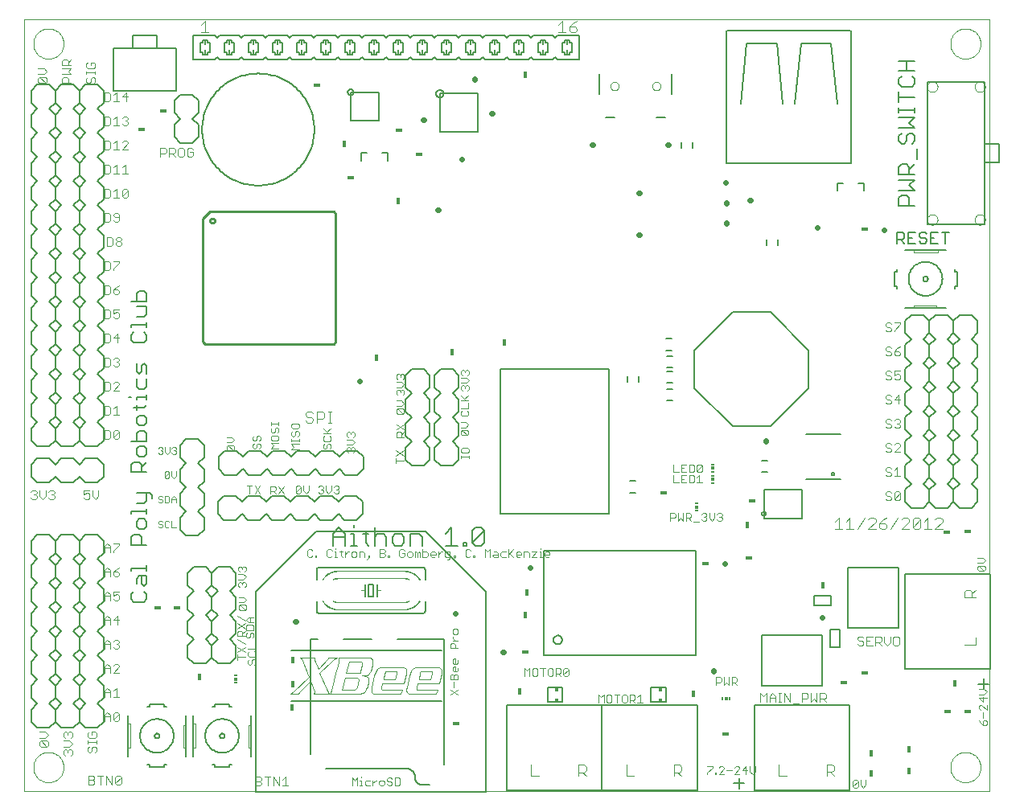
<source format=gto>
G75*
G70*
%OFA0B0*%
%FSLAX24Y24*%
%IPPOS*%
%LPD*%
%AMOC8*
5,1,8,0,0,1.08239X$1,22.5*
%
%ADD10C,0.0000*%
%ADD11C,0.0060*%
%ADD12C,0.0030*%
%ADD13C,0.0020*%
%ADD14C,0.0040*%
%ADD15C,0.0080*%
%ADD16C,0.0050*%
%ADD17R,0.0100X0.0200*%
%ADD18C,0.0100*%
%ADD19C,0.0220*%
%ADD20R,0.0180X0.0300*%
%ADD21R,0.0300X0.0180*%
%ADD22R,0.0118X0.0059*%
%ADD23R,0.0118X0.0118*%
%ADD24C,0.0001*%
%ADD25R,0.0059X0.0118*%
%ADD26R,0.0157X0.0138*%
D10*
X000150Y001990D02*
X000150Y033990D01*
X040150Y033990D01*
X040150Y001990D01*
X000150Y001990D01*
X000525Y002990D02*
X000527Y003040D01*
X000533Y003089D01*
X000543Y003138D01*
X000556Y003185D01*
X000574Y003232D01*
X000595Y003277D01*
X000619Y003320D01*
X000647Y003361D01*
X000678Y003400D01*
X000712Y003436D01*
X000749Y003470D01*
X000789Y003500D01*
X000830Y003527D01*
X000874Y003551D01*
X000919Y003571D01*
X000966Y003587D01*
X001014Y003600D01*
X001063Y003609D01*
X001113Y003614D01*
X001162Y003615D01*
X001212Y003612D01*
X001261Y003605D01*
X001310Y003594D01*
X001357Y003580D01*
X001403Y003561D01*
X001448Y003539D01*
X001491Y003514D01*
X001531Y003485D01*
X001569Y003453D01*
X001605Y003419D01*
X001638Y003381D01*
X001667Y003341D01*
X001693Y003299D01*
X001716Y003255D01*
X001735Y003209D01*
X001751Y003162D01*
X001763Y003113D01*
X001771Y003064D01*
X001775Y003015D01*
X001775Y002965D01*
X001771Y002916D01*
X001763Y002867D01*
X001751Y002818D01*
X001735Y002771D01*
X001716Y002725D01*
X001693Y002681D01*
X001667Y002639D01*
X001638Y002599D01*
X001605Y002561D01*
X001569Y002527D01*
X001531Y002495D01*
X001491Y002466D01*
X001448Y002441D01*
X001403Y002419D01*
X001357Y002400D01*
X001310Y002386D01*
X001261Y002375D01*
X001212Y002368D01*
X001162Y002365D01*
X001113Y002366D01*
X001063Y002371D01*
X001014Y002380D01*
X000966Y002393D01*
X000919Y002409D01*
X000874Y002429D01*
X000830Y002453D01*
X000789Y002480D01*
X000749Y002510D01*
X000712Y002544D01*
X000678Y002580D01*
X000647Y002619D01*
X000619Y002660D01*
X000595Y002703D01*
X000574Y002748D01*
X000556Y002795D01*
X000543Y002842D01*
X000533Y002891D01*
X000527Y002940D01*
X000525Y002990D01*
X024427Y031230D02*
X024429Y031256D01*
X024435Y031282D01*
X024445Y031307D01*
X024458Y031330D01*
X024474Y031350D01*
X024494Y031368D01*
X024516Y031383D01*
X024539Y031395D01*
X024565Y031403D01*
X024591Y031407D01*
X024617Y031407D01*
X024643Y031403D01*
X024669Y031395D01*
X024693Y031383D01*
X024714Y031368D01*
X024734Y031350D01*
X024750Y031330D01*
X024763Y031307D01*
X024773Y031282D01*
X024779Y031256D01*
X024781Y031230D01*
X024779Y031204D01*
X024773Y031178D01*
X024763Y031153D01*
X024750Y031130D01*
X024734Y031110D01*
X024714Y031092D01*
X024692Y031077D01*
X024669Y031065D01*
X024643Y031057D01*
X024617Y031053D01*
X024591Y031053D01*
X024565Y031057D01*
X024539Y031065D01*
X024515Y031077D01*
X024494Y031092D01*
X024474Y031110D01*
X024458Y031130D01*
X024445Y031153D01*
X024435Y031178D01*
X024429Y031204D01*
X024427Y031230D01*
X026159Y031230D02*
X026161Y031256D01*
X026167Y031282D01*
X026177Y031307D01*
X026190Y031330D01*
X026206Y031350D01*
X026226Y031368D01*
X026248Y031383D01*
X026271Y031395D01*
X026297Y031403D01*
X026323Y031407D01*
X026349Y031407D01*
X026375Y031403D01*
X026401Y031395D01*
X026425Y031383D01*
X026446Y031368D01*
X026466Y031350D01*
X026482Y031330D01*
X026495Y031307D01*
X026505Y031282D01*
X026511Y031256D01*
X026513Y031230D01*
X026511Y031204D01*
X026505Y031178D01*
X026495Y031153D01*
X026482Y031130D01*
X026466Y031110D01*
X026446Y031092D01*
X026424Y031077D01*
X026401Y031065D01*
X026375Y031057D01*
X026349Y031053D01*
X026323Y031053D01*
X026297Y031057D01*
X026271Y031065D01*
X026247Y031077D01*
X026226Y031092D01*
X026206Y031110D01*
X026190Y031130D01*
X026177Y031153D01*
X026167Y031178D01*
X026161Y031204D01*
X026159Y031230D01*
X037559Y031206D02*
X037561Y031235D01*
X037567Y031263D01*
X037576Y031291D01*
X037589Y031317D01*
X037606Y031340D01*
X037625Y031362D01*
X037647Y031381D01*
X037672Y031396D01*
X037698Y031409D01*
X037726Y031417D01*
X037754Y031422D01*
X037783Y031423D01*
X037812Y031420D01*
X037840Y031413D01*
X037867Y031403D01*
X037893Y031389D01*
X037916Y031372D01*
X037937Y031352D01*
X037955Y031329D01*
X037970Y031304D01*
X037981Y031277D01*
X037989Y031249D01*
X037993Y031220D01*
X037993Y031192D01*
X037989Y031163D01*
X037981Y031135D01*
X037970Y031108D01*
X037955Y031083D01*
X037937Y031060D01*
X037916Y031040D01*
X037893Y031023D01*
X037867Y031009D01*
X037840Y030999D01*
X037812Y030992D01*
X037783Y030989D01*
X037754Y030990D01*
X037726Y030995D01*
X037698Y031003D01*
X037672Y031016D01*
X037647Y031031D01*
X037625Y031050D01*
X037606Y031072D01*
X037589Y031095D01*
X037576Y031121D01*
X037567Y031149D01*
X037561Y031177D01*
X037559Y031206D01*
X039527Y031206D02*
X039529Y031235D01*
X039535Y031263D01*
X039544Y031291D01*
X039557Y031317D01*
X039574Y031340D01*
X039593Y031362D01*
X039615Y031381D01*
X039640Y031396D01*
X039666Y031409D01*
X039694Y031417D01*
X039722Y031422D01*
X039751Y031423D01*
X039780Y031420D01*
X039808Y031413D01*
X039835Y031403D01*
X039861Y031389D01*
X039884Y031372D01*
X039905Y031352D01*
X039923Y031329D01*
X039938Y031304D01*
X039949Y031277D01*
X039957Y031249D01*
X039961Y031220D01*
X039961Y031192D01*
X039957Y031163D01*
X039949Y031135D01*
X039938Y031108D01*
X039923Y031083D01*
X039905Y031060D01*
X039884Y031040D01*
X039861Y031023D01*
X039835Y031009D01*
X039808Y030999D01*
X039780Y030992D01*
X039751Y030989D01*
X039722Y030990D01*
X039694Y030995D01*
X039666Y031003D01*
X039640Y031016D01*
X039615Y031031D01*
X039593Y031050D01*
X039574Y031072D01*
X039557Y031095D01*
X039544Y031121D01*
X039535Y031149D01*
X039529Y031177D01*
X039527Y031206D01*
X038525Y032990D02*
X038527Y033040D01*
X038533Y033089D01*
X038543Y033138D01*
X038556Y033185D01*
X038574Y033232D01*
X038595Y033277D01*
X038619Y033320D01*
X038647Y033361D01*
X038678Y033400D01*
X038712Y033436D01*
X038749Y033470D01*
X038789Y033500D01*
X038830Y033527D01*
X038874Y033551D01*
X038919Y033571D01*
X038966Y033587D01*
X039014Y033600D01*
X039063Y033609D01*
X039113Y033614D01*
X039162Y033615D01*
X039212Y033612D01*
X039261Y033605D01*
X039310Y033594D01*
X039357Y033580D01*
X039403Y033561D01*
X039448Y033539D01*
X039491Y033514D01*
X039531Y033485D01*
X039569Y033453D01*
X039605Y033419D01*
X039638Y033381D01*
X039667Y033341D01*
X039693Y033299D01*
X039716Y033255D01*
X039735Y033209D01*
X039751Y033162D01*
X039763Y033113D01*
X039771Y033064D01*
X039775Y033015D01*
X039775Y032965D01*
X039771Y032916D01*
X039763Y032867D01*
X039751Y032818D01*
X039735Y032771D01*
X039716Y032725D01*
X039693Y032681D01*
X039667Y032639D01*
X039638Y032599D01*
X039605Y032561D01*
X039569Y032527D01*
X039531Y032495D01*
X039491Y032466D01*
X039448Y032441D01*
X039403Y032419D01*
X039357Y032400D01*
X039310Y032386D01*
X039261Y032375D01*
X039212Y032368D01*
X039162Y032365D01*
X039113Y032366D01*
X039063Y032371D01*
X039014Y032380D01*
X038966Y032393D01*
X038919Y032409D01*
X038874Y032429D01*
X038830Y032453D01*
X038789Y032480D01*
X038749Y032510D01*
X038712Y032544D01*
X038678Y032580D01*
X038647Y032619D01*
X038619Y032660D01*
X038595Y032703D01*
X038574Y032748D01*
X038556Y032795D01*
X038543Y032842D01*
X038533Y032891D01*
X038527Y032940D01*
X038525Y032990D01*
X037559Y025694D02*
X037561Y025723D01*
X037567Y025751D01*
X037576Y025779D01*
X037589Y025805D01*
X037606Y025828D01*
X037625Y025850D01*
X037647Y025869D01*
X037672Y025884D01*
X037698Y025897D01*
X037726Y025905D01*
X037754Y025910D01*
X037783Y025911D01*
X037812Y025908D01*
X037840Y025901D01*
X037867Y025891D01*
X037893Y025877D01*
X037916Y025860D01*
X037937Y025840D01*
X037955Y025817D01*
X037970Y025792D01*
X037981Y025765D01*
X037989Y025737D01*
X037993Y025708D01*
X037993Y025680D01*
X037989Y025651D01*
X037981Y025623D01*
X037970Y025596D01*
X037955Y025571D01*
X037937Y025548D01*
X037916Y025528D01*
X037893Y025511D01*
X037867Y025497D01*
X037840Y025487D01*
X037812Y025480D01*
X037783Y025477D01*
X037754Y025478D01*
X037726Y025483D01*
X037698Y025491D01*
X037672Y025504D01*
X037647Y025519D01*
X037625Y025538D01*
X037606Y025560D01*
X037589Y025583D01*
X037576Y025609D01*
X037567Y025637D01*
X037561Y025665D01*
X037559Y025694D01*
X039527Y025694D02*
X039529Y025723D01*
X039535Y025751D01*
X039544Y025779D01*
X039557Y025805D01*
X039574Y025828D01*
X039593Y025850D01*
X039615Y025869D01*
X039640Y025884D01*
X039666Y025897D01*
X039694Y025905D01*
X039722Y025910D01*
X039751Y025911D01*
X039780Y025908D01*
X039808Y025901D01*
X039835Y025891D01*
X039861Y025877D01*
X039884Y025860D01*
X039905Y025840D01*
X039923Y025817D01*
X039938Y025792D01*
X039949Y025765D01*
X039957Y025737D01*
X039961Y025708D01*
X039961Y025680D01*
X039957Y025651D01*
X039949Y025623D01*
X039938Y025596D01*
X039923Y025571D01*
X039905Y025548D01*
X039884Y025528D01*
X039861Y025511D01*
X039835Y025497D01*
X039808Y025487D01*
X039780Y025480D01*
X039751Y025477D01*
X039722Y025478D01*
X039694Y025483D01*
X039666Y025491D01*
X039640Y025504D01*
X039615Y025519D01*
X039593Y025538D01*
X039574Y025560D01*
X039557Y025583D01*
X039544Y025609D01*
X039535Y025637D01*
X039529Y025665D01*
X039527Y025694D01*
X038525Y002990D02*
X038527Y003040D01*
X038533Y003089D01*
X038543Y003138D01*
X038556Y003185D01*
X038574Y003232D01*
X038595Y003277D01*
X038619Y003320D01*
X038647Y003361D01*
X038678Y003400D01*
X038712Y003436D01*
X038749Y003470D01*
X038789Y003500D01*
X038830Y003527D01*
X038874Y003551D01*
X038919Y003571D01*
X038966Y003587D01*
X039014Y003600D01*
X039063Y003609D01*
X039113Y003614D01*
X039162Y003615D01*
X039212Y003612D01*
X039261Y003605D01*
X039310Y003594D01*
X039357Y003580D01*
X039403Y003561D01*
X039448Y003539D01*
X039491Y003514D01*
X039531Y003485D01*
X039569Y003453D01*
X039605Y003419D01*
X039638Y003381D01*
X039667Y003341D01*
X039693Y003299D01*
X039716Y003255D01*
X039735Y003209D01*
X039751Y003162D01*
X039763Y003113D01*
X039771Y003064D01*
X039775Y003015D01*
X039775Y002965D01*
X039771Y002916D01*
X039763Y002867D01*
X039751Y002818D01*
X039735Y002771D01*
X039716Y002725D01*
X039693Y002681D01*
X039667Y002639D01*
X039638Y002599D01*
X039605Y002561D01*
X039569Y002527D01*
X039531Y002495D01*
X039491Y002466D01*
X039448Y002441D01*
X039403Y002419D01*
X039357Y002400D01*
X039310Y002386D01*
X039261Y002375D01*
X039212Y002368D01*
X039162Y002365D01*
X039113Y002366D01*
X039063Y002371D01*
X039014Y002380D01*
X038966Y002393D01*
X038919Y002409D01*
X038874Y002429D01*
X038830Y002453D01*
X038789Y002480D01*
X038749Y002510D01*
X038712Y002544D01*
X038678Y002580D01*
X038647Y002619D01*
X038619Y002660D01*
X038595Y002703D01*
X038574Y002748D01*
X038556Y002795D01*
X038543Y002842D01*
X038533Y002891D01*
X038527Y002940D01*
X038525Y002990D01*
X000525Y032990D02*
X000527Y033040D01*
X000533Y033089D01*
X000543Y033138D01*
X000556Y033185D01*
X000574Y033232D01*
X000595Y033277D01*
X000619Y033320D01*
X000647Y033361D01*
X000678Y033400D01*
X000712Y033436D01*
X000749Y033470D01*
X000789Y033500D01*
X000830Y033527D01*
X000874Y033551D01*
X000919Y033571D01*
X000966Y033587D01*
X001014Y033600D01*
X001063Y033609D01*
X001113Y033614D01*
X001162Y033615D01*
X001212Y033612D01*
X001261Y033605D01*
X001310Y033594D01*
X001357Y033580D01*
X001403Y033561D01*
X001448Y033539D01*
X001491Y033514D01*
X001531Y033485D01*
X001569Y033453D01*
X001605Y033419D01*
X001638Y033381D01*
X001667Y033341D01*
X001693Y033299D01*
X001716Y033255D01*
X001735Y033209D01*
X001751Y033162D01*
X001763Y033113D01*
X001771Y033064D01*
X001775Y033015D01*
X001775Y032965D01*
X001771Y032916D01*
X001763Y032867D01*
X001751Y032818D01*
X001735Y032771D01*
X001716Y032725D01*
X001693Y032681D01*
X001667Y032639D01*
X001638Y032599D01*
X001605Y032561D01*
X001569Y032527D01*
X001531Y032495D01*
X001491Y032466D01*
X001448Y032441D01*
X001403Y032419D01*
X001357Y032400D01*
X001310Y032386D01*
X001261Y032375D01*
X001212Y032368D01*
X001162Y032365D01*
X001113Y032366D01*
X001063Y032371D01*
X001014Y032380D01*
X000966Y032393D01*
X000919Y032409D01*
X000874Y032429D01*
X000830Y032453D01*
X000789Y032480D01*
X000749Y032510D01*
X000712Y032544D01*
X000678Y032580D01*
X000647Y032619D01*
X000619Y032660D01*
X000595Y032703D01*
X000574Y032748D01*
X000556Y032795D01*
X000543Y032842D01*
X000533Y032891D01*
X000527Y032940D01*
X000525Y032990D01*
D11*
X004900Y022738D02*
X004793Y022631D01*
X004793Y022311D01*
X004579Y022311D02*
X005220Y022311D01*
X005220Y022631D01*
X005113Y022738D01*
X004900Y022738D01*
X004793Y022093D02*
X005220Y022093D01*
X005220Y021773D01*
X005113Y021666D01*
X004793Y021666D01*
X004579Y021343D02*
X005220Y021343D01*
X005220Y021237D02*
X005220Y021450D01*
X005113Y021019D02*
X005220Y020912D01*
X005220Y020699D01*
X005113Y020592D01*
X004686Y020592D01*
X004579Y020699D01*
X004579Y020912D01*
X004686Y021019D01*
X004579Y021237D02*
X004579Y021343D01*
X004793Y019730D02*
X004793Y019410D01*
X004900Y019303D01*
X005006Y019410D01*
X005006Y019623D01*
X005113Y019730D01*
X005220Y019623D01*
X005220Y019303D01*
X005220Y019085D02*
X005220Y018765D01*
X005113Y018658D01*
X004900Y018658D01*
X004793Y018765D01*
X004793Y019085D01*
X004793Y018336D02*
X005220Y018336D01*
X005220Y018442D02*
X005220Y018229D01*
X005220Y018013D02*
X005113Y017906D01*
X004686Y017906D01*
X004793Y017799D02*
X004793Y018013D01*
X004793Y018229D02*
X004793Y018336D01*
X004579Y018336D02*
X004473Y018336D01*
X004900Y017582D02*
X004793Y017475D01*
X004793Y017261D01*
X004900Y017155D01*
X005113Y017155D01*
X005220Y017261D01*
X005220Y017475D01*
X005113Y017582D01*
X004900Y017582D01*
X004900Y016937D02*
X004793Y016830D01*
X004793Y016510D01*
X004579Y016510D02*
X005220Y016510D01*
X005220Y016830D01*
X005113Y016937D01*
X004900Y016937D01*
X004900Y016292D02*
X004793Y016186D01*
X004793Y015972D01*
X004900Y015865D01*
X005113Y015865D01*
X005220Y015972D01*
X005220Y016186D01*
X005113Y016292D01*
X004900Y016292D01*
X004900Y015648D02*
X004686Y015648D01*
X004579Y015541D01*
X004579Y015221D01*
X005220Y015221D01*
X005006Y015221D02*
X005006Y015541D01*
X004900Y015648D01*
X005006Y015434D02*
X005220Y015648D01*
X005220Y014359D02*
X005220Y014039D01*
X005113Y013932D01*
X004793Y013932D01*
X004579Y013609D02*
X005220Y013609D01*
X005220Y013502D02*
X005220Y013716D01*
X005434Y014145D02*
X005434Y014252D01*
X005327Y014359D01*
X004793Y014359D01*
X004579Y013609D02*
X004579Y013502D01*
X004900Y013285D02*
X004793Y013178D01*
X004793Y012964D01*
X004900Y012858D01*
X005113Y012858D01*
X005220Y012964D01*
X005220Y013178D01*
X005113Y013285D01*
X004900Y013285D01*
X004900Y012640D02*
X004686Y012640D01*
X004579Y012533D01*
X004579Y012213D01*
X005220Y012213D01*
X005006Y012213D02*
X005006Y012533D01*
X004900Y012640D01*
X005220Y011352D02*
X005220Y011139D01*
X005220Y011245D02*
X004579Y011245D01*
X004579Y011139D01*
X004900Y010921D02*
X004793Y010814D01*
X004793Y010601D01*
X005006Y010601D02*
X005006Y010921D01*
X004900Y010921D02*
X005220Y010921D01*
X005220Y010601D01*
X005113Y010494D01*
X005006Y010601D01*
X005113Y010277D02*
X005220Y010170D01*
X005220Y009956D01*
X005113Y009850D01*
X004686Y009850D01*
X004579Y009956D01*
X004579Y010170D01*
X004686Y010277D01*
X005340Y005590D02*
X005340Y005490D01*
X005240Y005490D01*
X005340Y005590D02*
X005940Y005590D01*
X005940Y005490D01*
X006040Y005490D01*
X006840Y005140D02*
X006840Y004740D01*
X006840Y003790D01*
X006840Y003440D01*
X007140Y003440D02*
X007140Y003790D01*
X007140Y004790D01*
X007140Y005140D01*
X007940Y005490D02*
X008040Y005490D01*
X008040Y005590D01*
X008640Y005590D01*
X008640Y005490D01*
X008740Y005490D01*
X009540Y005140D02*
X009540Y004740D01*
X009540Y003790D01*
X009540Y003440D01*
X008740Y003090D02*
X008640Y003090D01*
X008640Y002990D01*
X008040Y002990D01*
X008040Y003090D01*
X007940Y003090D01*
X008240Y004290D02*
X008242Y004310D01*
X008248Y004328D01*
X008257Y004346D01*
X008269Y004361D01*
X008284Y004373D01*
X008302Y004382D01*
X008320Y004388D01*
X008340Y004390D01*
X008360Y004388D01*
X008378Y004382D01*
X008396Y004373D01*
X008411Y004361D01*
X008423Y004346D01*
X008432Y004328D01*
X008438Y004310D01*
X008440Y004290D01*
X008438Y004270D01*
X008432Y004252D01*
X008423Y004234D01*
X008411Y004219D01*
X008396Y004207D01*
X008378Y004198D01*
X008360Y004192D01*
X008340Y004190D01*
X008320Y004192D01*
X008302Y004198D01*
X008284Y004207D01*
X008269Y004219D01*
X008257Y004234D01*
X008248Y004252D01*
X008242Y004270D01*
X008240Y004290D01*
X007640Y004290D02*
X007642Y004342D01*
X007648Y004394D01*
X007658Y004446D01*
X007671Y004496D01*
X007688Y004546D01*
X007709Y004594D01*
X007734Y004640D01*
X007762Y004684D01*
X007793Y004726D01*
X007827Y004766D01*
X007864Y004803D01*
X007904Y004837D01*
X007946Y004868D01*
X007990Y004896D01*
X008036Y004921D01*
X008084Y004942D01*
X008134Y004959D01*
X008184Y004972D01*
X008236Y004982D01*
X008288Y004988D01*
X008340Y004990D01*
X008392Y004988D01*
X008444Y004982D01*
X008496Y004972D01*
X008546Y004959D01*
X008596Y004942D01*
X008644Y004921D01*
X008690Y004896D01*
X008734Y004868D01*
X008776Y004837D01*
X008816Y004803D01*
X008853Y004766D01*
X008887Y004726D01*
X008918Y004684D01*
X008946Y004640D01*
X008971Y004594D01*
X008992Y004546D01*
X009009Y004496D01*
X009022Y004446D01*
X009032Y004394D01*
X009038Y004342D01*
X009040Y004290D01*
X009038Y004238D01*
X009032Y004186D01*
X009022Y004134D01*
X009009Y004084D01*
X008992Y004034D01*
X008971Y003986D01*
X008946Y003940D01*
X008918Y003896D01*
X008887Y003854D01*
X008853Y003814D01*
X008816Y003777D01*
X008776Y003743D01*
X008734Y003712D01*
X008690Y003684D01*
X008644Y003659D01*
X008596Y003638D01*
X008546Y003621D01*
X008496Y003608D01*
X008444Y003598D01*
X008392Y003592D01*
X008340Y003590D01*
X008288Y003592D01*
X008236Y003598D01*
X008184Y003608D01*
X008134Y003621D01*
X008084Y003638D01*
X008036Y003659D01*
X007990Y003684D01*
X007946Y003712D01*
X007904Y003743D01*
X007864Y003777D01*
X007827Y003814D01*
X007793Y003854D01*
X007762Y003896D01*
X007734Y003940D01*
X007709Y003986D01*
X007688Y004034D01*
X007671Y004084D01*
X007658Y004134D01*
X007648Y004186D01*
X007642Y004238D01*
X007640Y004290D01*
X006040Y003090D02*
X005940Y003090D01*
X005940Y002990D01*
X005340Y002990D01*
X005340Y003090D01*
X005240Y003090D01*
X004440Y003440D02*
X004440Y003790D01*
X004440Y004790D01*
X004440Y005140D01*
X005540Y004290D02*
X005542Y004310D01*
X005548Y004328D01*
X005557Y004346D01*
X005569Y004361D01*
X005584Y004373D01*
X005602Y004382D01*
X005620Y004388D01*
X005640Y004390D01*
X005660Y004388D01*
X005678Y004382D01*
X005696Y004373D01*
X005711Y004361D01*
X005723Y004346D01*
X005732Y004328D01*
X005738Y004310D01*
X005740Y004290D01*
X005738Y004270D01*
X005732Y004252D01*
X005723Y004234D01*
X005711Y004219D01*
X005696Y004207D01*
X005678Y004198D01*
X005660Y004192D01*
X005640Y004190D01*
X005620Y004192D01*
X005602Y004198D01*
X005584Y004207D01*
X005569Y004219D01*
X005557Y004234D01*
X005548Y004252D01*
X005542Y004270D01*
X005540Y004290D01*
X004940Y004290D02*
X004942Y004342D01*
X004948Y004394D01*
X004958Y004446D01*
X004971Y004496D01*
X004988Y004546D01*
X005009Y004594D01*
X005034Y004640D01*
X005062Y004684D01*
X005093Y004726D01*
X005127Y004766D01*
X005164Y004803D01*
X005204Y004837D01*
X005246Y004868D01*
X005290Y004896D01*
X005336Y004921D01*
X005384Y004942D01*
X005434Y004959D01*
X005484Y004972D01*
X005536Y004982D01*
X005588Y004988D01*
X005640Y004990D01*
X005692Y004988D01*
X005744Y004982D01*
X005796Y004972D01*
X005846Y004959D01*
X005896Y004942D01*
X005944Y004921D01*
X005990Y004896D01*
X006034Y004868D01*
X006076Y004837D01*
X006116Y004803D01*
X006153Y004766D01*
X006187Y004726D01*
X006218Y004684D01*
X006246Y004640D01*
X006271Y004594D01*
X006292Y004546D01*
X006309Y004496D01*
X006322Y004446D01*
X006332Y004394D01*
X006338Y004342D01*
X006340Y004290D01*
X006338Y004238D01*
X006332Y004186D01*
X006322Y004134D01*
X006309Y004084D01*
X006292Y004034D01*
X006271Y003986D01*
X006246Y003940D01*
X006218Y003896D01*
X006187Y003854D01*
X006153Y003814D01*
X006116Y003777D01*
X006076Y003743D01*
X006034Y003712D01*
X005990Y003684D01*
X005944Y003659D01*
X005896Y003638D01*
X005846Y003621D01*
X005796Y003608D01*
X005744Y003598D01*
X005692Y003592D01*
X005640Y003590D01*
X005588Y003592D01*
X005536Y003598D01*
X005484Y003608D01*
X005434Y003621D01*
X005384Y003638D01*
X005336Y003659D01*
X005290Y003684D01*
X005246Y003712D01*
X005204Y003743D01*
X005164Y003777D01*
X005127Y003814D01*
X005093Y003854D01*
X005062Y003896D01*
X005034Y003940D01*
X005009Y003986D01*
X004988Y004034D01*
X004971Y004084D01*
X004958Y004134D01*
X004948Y004186D01*
X004942Y004238D01*
X004940Y004290D01*
X011200Y005730D02*
X017428Y005730D01*
X017428Y007819D02*
X011200Y007819D01*
X012360Y009380D02*
X016660Y009380D01*
X016677Y009382D01*
X016694Y009386D01*
X016710Y009393D01*
X016724Y009403D01*
X016737Y009416D01*
X016747Y009430D01*
X016754Y009446D01*
X016758Y009463D01*
X016760Y009480D01*
X016760Y009880D01*
X016760Y010780D02*
X016760Y011180D01*
X016758Y011197D01*
X016754Y011214D01*
X016747Y011230D01*
X016737Y011244D01*
X016724Y011257D01*
X016710Y011267D01*
X016694Y011274D01*
X016677Y011278D01*
X016660Y011280D01*
X012360Y011280D01*
X012343Y011278D01*
X012326Y011274D01*
X012310Y011267D01*
X012296Y011257D01*
X012283Y011244D01*
X012273Y011230D01*
X012266Y011214D01*
X012262Y011197D01*
X012260Y011180D01*
X012260Y010780D01*
X012260Y009880D02*
X012260Y009480D01*
X012262Y009463D01*
X012266Y009446D01*
X012273Y009430D01*
X012283Y009416D01*
X012296Y009403D01*
X012310Y009393D01*
X012326Y009386D01*
X012343Y009382D01*
X012360Y009380D01*
X014260Y010080D02*
X014260Y010330D01*
X014260Y010580D01*
X014410Y010580D02*
X014610Y010580D01*
X014610Y010080D01*
X014410Y010080D01*
X014410Y010580D01*
X014760Y010580D02*
X014760Y010330D01*
X014760Y010080D01*
X014659Y012180D02*
X014659Y012920D01*
X014782Y012673D02*
X015029Y012673D01*
X015153Y012550D01*
X015153Y012180D01*
X015395Y012303D02*
X015519Y012180D01*
X015766Y012180D01*
X015889Y012303D01*
X015889Y012550D01*
X015766Y012673D01*
X015519Y012673D01*
X015395Y012550D01*
X015395Y012303D01*
X014782Y012673D02*
X014659Y012550D01*
X014415Y012673D02*
X014168Y012673D01*
X014291Y012797D02*
X014291Y012303D01*
X014415Y012180D01*
X013924Y012180D02*
X013677Y012180D01*
X013800Y012180D02*
X013800Y012673D01*
X013677Y012673D01*
X013434Y012673D02*
X013434Y012180D01*
X013434Y012550D02*
X012940Y012550D01*
X012940Y012673D02*
X012940Y012180D01*
X012940Y012673D02*
X013187Y012920D01*
X013434Y012673D01*
X013800Y012920D02*
X013800Y013044D01*
X016132Y012673D02*
X016132Y012180D01*
X016626Y012180D02*
X016626Y012550D01*
X016502Y012673D01*
X016132Y012673D01*
X017605Y012673D02*
X017852Y012920D01*
X017852Y012180D01*
X017605Y012180D02*
X018099Y012180D01*
X018342Y012180D02*
X018465Y012180D01*
X018465Y012303D01*
X018342Y012303D01*
X018342Y012180D01*
X018710Y012303D02*
X019204Y012797D01*
X019204Y012303D01*
X019081Y012180D01*
X018834Y012180D01*
X018710Y012303D01*
X018710Y012797D01*
X018834Y012920D01*
X019081Y012920D01*
X019204Y012797D01*
X025252Y014383D02*
X025488Y014383D01*
X025488Y014856D02*
X025252Y014856D01*
X026762Y018193D02*
X026998Y018193D01*
X026998Y018666D02*
X026762Y018666D01*
X026762Y018923D02*
X026998Y018923D01*
X026998Y019396D02*
X026762Y019396D01*
X026762Y019573D02*
X026998Y019573D01*
X026998Y020046D02*
X026762Y020046D01*
X026752Y020283D02*
X026988Y020283D01*
X026988Y020756D02*
X026752Y020756D01*
X025606Y019188D02*
X025606Y018951D01*
X025134Y018951D02*
X025134Y019188D01*
X030702Y015716D02*
X030938Y015716D01*
X030938Y015243D02*
X030702Y015243D01*
X032550Y014930D02*
X033970Y014930D01*
X033970Y016790D02*
X032550Y016790D01*
X036640Y022040D02*
X036990Y022040D01*
X037940Y022040D01*
X038340Y022040D01*
X038690Y022840D02*
X038690Y022940D01*
X038790Y022940D01*
X038790Y023540D01*
X038690Y023540D01*
X038690Y023640D01*
X038340Y024440D02*
X037990Y024440D01*
X036990Y024440D01*
X036640Y024440D01*
X036290Y023640D02*
X036290Y023540D01*
X036190Y023540D01*
X036190Y022940D01*
X036290Y022940D01*
X036290Y022840D01*
X037390Y023240D02*
X037392Y023260D01*
X037398Y023278D01*
X037407Y023296D01*
X037419Y023311D01*
X037434Y023323D01*
X037452Y023332D01*
X037470Y023338D01*
X037490Y023340D01*
X037510Y023338D01*
X037528Y023332D01*
X037546Y023323D01*
X037561Y023311D01*
X037573Y023296D01*
X037582Y023278D01*
X037588Y023260D01*
X037590Y023240D01*
X037588Y023220D01*
X037582Y023202D01*
X037573Y023184D01*
X037561Y023169D01*
X037546Y023157D01*
X037528Y023148D01*
X037510Y023142D01*
X037490Y023140D01*
X037470Y023142D01*
X037452Y023148D01*
X037434Y023157D01*
X037419Y023169D01*
X037407Y023184D01*
X037398Y023202D01*
X037392Y023220D01*
X037390Y023240D01*
X036790Y023240D02*
X036792Y023292D01*
X036798Y023344D01*
X036808Y023396D01*
X036821Y023446D01*
X036838Y023496D01*
X036859Y023544D01*
X036884Y023590D01*
X036912Y023634D01*
X036943Y023676D01*
X036977Y023716D01*
X037014Y023753D01*
X037054Y023787D01*
X037096Y023818D01*
X037140Y023846D01*
X037186Y023871D01*
X037234Y023892D01*
X037284Y023909D01*
X037334Y023922D01*
X037386Y023932D01*
X037438Y023938D01*
X037490Y023940D01*
X037542Y023938D01*
X037594Y023932D01*
X037646Y023922D01*
X037696Y023909D01*
X037746Y023892D01*
X037794Y023871D01*
X037840Y023846D01*
X037884Y023818D01*
X037926Y023787D01*
X037966Y023753D01*
X038003Y023716D01*
X038037Y023676D01*
X038068Y023634D01*
X038096Y023590D01*
X038121Y023544D01*
X038142Y023496D01*
X038159Y023446D01*
X038172Y023396D01*
X038182Y023344D01*
X038188Y023292D01*
X038190Y023240D01*
X038188Y023188D01*
X038182Y023136D01*
X038172Y023084D01*
X038159Y023034D01*
X038142Y022984D01*
X038121Y022936D01*
X038096Y022890D01*
X038068Y022846D01*
X038037Y022804D01*
X038003Y022764D01*
X037966Y022727D01*
X037926Y022693D01*
X037884Y022662D01*
X037840Y022634D01*
X037794Y022609D01*
X037746Y022588D01*
X037696Y022571D01*
X037646Y022558D01*
X037594Y022548D01*
X037542Y022542D01*
X037490Y022540D01*
X037438Y022542D01*
X037386Y022548D01*
X037334Y022558D01*
X037284Y022571D01*
X037234Y022588D01*
X037186Y022609D01*
X037140Y022634D01*
X037096Y022662D01*
X037054Y022693D01*
X037014Y022727D01*
X036977Y022764D01*
X036943Y022804D01*
X036912Y022846D01*
X036884Y022890D01*
X036859Y022936D01*
X036838Y022984D01*
X036821Y023034D01*
X036808Y023084D01*
X036798Y023136D01*
X036792Y023188D01*
X036790Y023240D01*
X036816Y026270D02*
X036816Y026590D01*
X036710Y026697D01*
X036496Y026697D01*
X036389Y026590D01*
X036389Y026270D01*
X037030Y026270D01*
X037030Y026914D02*
X036389Y026914D01*
X036389Y027341D02*
X037030Y027341D01*
X036816Y027128D01*
X037030Y026914D01*
X037030Y027559D02*
X036389Y027559D01*
X036389Y027879D01*
X036496Y027986D01*
X036710Y027986D01*
X036816Y027879D01*
X036816Y027559D01*
X036816Y027772D02*
X037030Y027986D01*
X037137Y028203D02*
X037137Y028630D01*
X036923Y028848D02*
X037030Y028955D01*
X037030Y029168D01*
X036923Y029275D01*
X036816Y029275D01*
X036710Y029168D01*
X036710Y028955D01*
X036603Y028848D01*
X036496Y028848D01*
X036389Y028955D01*
X036389Y029168D01*
X036496Y029275D01*
X036389Y029492D02*
X037030Y029492D01*
X036816Y029706D01*
X037030Y029919D01*
X036389Y029919D01*
X036389Y030137D02*
X036389Y030350D01*
X036389Y030244D02*
X037030Y030244D01*
X037030Y030350D02*
X037030Y030137D01*
X037030Y030780D02*
X036389Y030780D01*
X036389Y030567D02*
X036389Y030994D01*
X036496Y031211D02*
X036923Y031211D01*
X037030Y031318D01*
X037030Y031531D01*
X036923Y031638D01*
X037030Y031856D02*
X036389Y031856D01*
X036496Y031638D02*
X036389Y031531D01*
X036389Y031318D01*
X036496Y031211D01*
X036710Y031856D02*
X036710Y032283D01*
X037030Y032283D02*
X036389Y032283D01*
X027836Y028908D02*
X027836Y028671D01*
X027364Y028671D02*
X027364Y028908D01*
X030904Y024858D02*
X030904Y024621D01*
X031376Y024621D02*
X031376Y024858D01*
X039890Y006657D02*
X039890Y006230D01*
X039676Y006443D02*
X040103Y006443D01*
X029977Y002320D02*
X029550Y002320D01*
X029764Y002533D02*
X029764Y002106D01*
D12*
X029786Y002705D02*
X029573Y002705D01*
X029786Y002918D01*
X029786Y002972D01*
X029733Y003025D01*
X029626Y003025D01*
X029573Y002972D01*
X029464Y002865D02*
X029251Y002865D01*
X029142Y002918D02*
X029142Y002972D01*
X029089Y003025D01*
X028982Y003025D01*
X028928Y002972D01*
X029142Y002918D02*
X028928Y002705D01*
X029142Y002705D01*
X028821Y002705D02*
X028821Y002758D01*
X028767Y002758D01*
X028767Y002705D01*
X028821Y002705D01*
X028659Y002972D02*
X028445Y002758D01*
X028445Y002705D01*
X028445Y003025D02*
X028659Y003025D01*
X028659Y002972D01*
X029895Y002865D02*
X030109Y002865D01*
X030218Y002811D02*
X030324Y002705D01*
X030431Y002811D01*
X030431Y003025D01*
X030218Y003025D02*
X030218Y002811D01*
X030055Y002705D02*
X030055Y003025D01*
X029895Y002865D01*
X030655Y005695D02*
X030655Y006065D01*
X030778Y005941D01*
X030902Y006065D01*
X030902Y005695D01*
X031023Y005695D02*
X031023Y005941D01*
X031147Y006065D01*
X031270Y005941D01*
X031270Y005695D01*
X031392Y005695D02*
X031515Y005695D01*
X031453Y005695D02*
X031453Y006065D01*
X031392Y006065D02*
X031515Y006065D01*
X031637Y006065D02*
X031884Y005695D01*
X031884Y006065D01*
X031637Y006065D02*
X031637Y005695D01*
X032005Y005633D02*
X032252Y005633D01*
X032374Y005695D02*
X032374Y006065D01*
X032559Y006065D01*
X032621Y006003D01*
X032621Y005880D01*
X032559Y005818D01*
X032374Y005818D01*
X032742Y005695D02*
X032866Y005818D01*
X032989Y005695D01*
X032989Y006065D01*
X033110Y006065D02*
X033296Y006065D01*
X033357Y006003D01*
X033357Y005880D01*
X033296Y005818D01*
X033110Y005818D01*
X033110Y005695D02*
X033110Y006065D01*
X033234Y005818D02*
X033357Y005695D01*
X032742Y005695D02*
X032742Y006065D01*
X031270Y005880D02*
X031023Y005880D01*
X029673Y006405D02*
X029566Y006511D01*
X029620Y006511D02*
X029460Y006511D01*
X029460Y006405D02*
X029460Y006725D01*
X029620Y006725D01*
X029673Y006672D01*
X029673Y006565D01*
X029620Y006511D01*
X029351Y006405D02*
X029351Y006725D01*
X029137Y006725D02*
X029137Y006405D01*
X029244Y006511D01*
X029351Y006405D01*
X029029Y006565D02*
X028975Y006511D01*
X028815Y006511D01*
X028815Y006405D02*
X028815Y006725D01*
X028975Y006725D01*
X029029Y006672D01*
X029029Y006565D01*
X025770Y005675D02*
X025556Y005675D01*
X025663Y005675D02*
X025663Y005995D01*
X025556Y005888D01*
X025448Y005835D02*
X025394Y005781D01*
X025234Y005781D01*
X025234Y005675D02*
X025234Y005995D01*
X025394Y005995D01*
X025448Y005942D01*
X025448Y005835D01*
X025341Y005781D02*
X025448Y005675D01*
X025125Y005728D02*
X025125Y005942D01*
X025072Y005995D01*
X024965Y005995D01*
X024912Y005942D01*
X024912Y005728D01*
X024965Y005675D01*
X025072Y005675D01*
X025125Y005728D01*
X024803Y005995D02*
X024590Y005995D01*
X024696Y005995D02*
X024696Y005675D01*
X024481Y005728D02*
X024481Y005942D01*
X024427Y005995D01*
X024321Y005995D01*
X024267Y005942D01*
X024267Y005728D01*
X024321Y005675D01*
X024427Y005675D01*
X024481Y005728D01*
X024159Y005675D02*
X024159Y005995D01*
X024052Y005888D01*
X023945Y005995D01*
X023945Y005675D01*
X022700Y006828D02*
X022647Y006775D01*
X022540Y006775D01*
X022486Y006828D01*
X022700Y007042D01*
X022700Y006828D01*
X022700Y007042D02*
X022647Y007095D01*
X022540Y007095D01*
X022486Y007042D01*
X022486Y006828D01*
X022378Y006775D02*
X022271Y006881D01*
X022324Y006881D02*
X022164Y006881D01*
X022164Y006775D02*
X022164Y007095D01*
X022324Y007095D01*
X022378Y007042D01*
X022378Y006935D01*
X022324Y006881D01*
X022055Y006828D02*
X022055Y007042D01*
X022002Y007095D01*
X021895Y007095D01*
X021842Y007042D01*
X021842Y006828D01*
X021895Y006775D01*
X022002Y006775D01*
X022055Y006828D01*
X021733Y007095D02*
X021520Y007095D01*
X021626Y007095D02*
X021626Y006775D01*
X021411Y006828D02*
X021411Y007042D01*
X021357Y007095D01*
X021251Y007095D01*
X021197Y007042D01*
X021197Y006828D01*
X021251Y006775D01*
X021357Y006775D01*
X021411Y006828D01*
X021089Y006775D02*
X021089Y007095D01*
X020982Y006988D01*
X020875Y007095D01*
X020875Y006775D01*
X018115Y006789D02*
X018115Y006629D01*
X017795Y006629D01*
X017795Y006789D01*
X017848Y006843D01*
X017901Y006843D01*
X017955Y006789D01*
X017955Y006629D01*
X017955Y006520D02*
X017955Y006307D01*
X018115Y006198D02*
X017795Y005985D01*
X017795Y006198D02*
X018115Y005985D01*
X018115Y006789D02*
X018062Y006843D01*
X018008Y006843D01*
X017955Y006789D01*
X017955Y006951D02*
X017901Y007005D01*
X017901Y007112D01*
X017955Y007165D01*
X018008Y007165D01*
X018008Y006951D01*
X017955Y006951D02*
X018062Y006951D01*
X018115Y007005D01*
X018115Y007112D01*
X018062Y007274D02*
X017955Y007274D01*
X017901Y007327D01*
X017901Y007434D01*
X017955Y007487D01*
X018008Y007487D01*
X018008Y007274D01*
X018062Y007274D02*
X018115Y007327D01*
X018115Y007434D01*
X018115Y007918D02*
X017795Y007918D01*
X017795Y008078D01*
X017848Y008132D01*
X017955Y008132D01*
X018008Y008078D01*
X018008Y007918D01*
X018008Y008241D02*
X017901Y008347D01*
X017901Y008401D01*
X017955Y008509D02*
X018062Y008509D01*
X018115Y008562D01*
X018115Y008669D01*
X018062Y008723D01*
X017955Y008723D01*
X017901Y008669D01*
X017901Y008562D01*
X017955Y008509D01*
X017901Y008241D02*
X018115Y008241D01*
X017891Y011598D02*
X017998Y011705D01*
X017944Y011705D01*
X017944Y011758D01*
X017998Y011758D01*
X017998Y011705D01*
X017782Y011705D02*
X017622Y011705D01*
X017569Y011758D01*
X017569Y011865D01*
X017622Y011918D01*
X017782Y011918D01*
X017782Y011651D01*
X017729Y011598D01*
X017675Y011598D01*
X017460Y011918D02*
X017407Y011918D01*
X017300Y011811D01*
X017300Y011705D02*
X017300Y011918D01*
X017191Y011865D02*
X017191Y011811D01*
X016978Y011811D01*
X016978Y011758D02*
X016978Y011865D01*
X017031Y011918D01*
X017138Y011918D01*
X017191Y011865D01*
X017138Y011705D02*
X017031Y011705D01*
X016978Y011758D01*
X016869Y011758D02*
X016869Y011865D01*
X016816Y011918D01*
X016655Y011918D01*
X016655Y012025D02*
X016655Y011705D01*
X016816Y011705D01*
X016869Y011758D01*
X016547Y011705D02*
X016547Y011865D01*
X016493Y011918D01*
X016440Y011865D01*
X016440Y011705D01*
X016333Y011705D02*
X016333Y011918D01*
X016387Y011918D01*
X016440Y011865D01*
X016224Y011865D02*
X016171Y011918D01*
X016064Y011918D01*
X016011Y011865D01*
X016011Y011758D01*
X016064Y011705D01*
X016171Y011705D01*
X016224Y011758D01*
X016224Y011865D01*
X015902Y011865D02*
X015795Y011865D01*
X015902Y011865D02*
X015902Y011758D01*
X015849Y011705D01*
X015742Y011705D01*
X015689Y011758D01*
X015689Y011972D01*
X015742Y012025D01*
X015849Y012025D01*
X015902Y011972D01*
X015259Y011758D02*
X015259Y011705D01*
X015205Y011705D01*
X015205Y011758D01*
X015259Y011758D01*
X015096Y011758D02*
X015043Y011705D01*
X014883Y011705D01*
X014883Y012025D01*
X015043Y012025D01*
X015096Y011972D01*
X015096Y011918D01*
X015043Y011865D01*
X014883Y011865D01*
X015043Y011865D02*
X015096Y011811D01*
X015096Y011758D01*
X014453Y011758D02*
X014399Y011758D01*
X014399Y011705D01*
X014453Y011705D01*
X014453Y011758D01*
X014453Y011705D02*
X014346Y011598D01*
X014237Y011705D02*
X014237Y011865D01*
X014184Y011918D01*
X014023Y011918D01*
X014023Y011705D01*
X013915Y011758D02*
X013915Y011865D01*
X013861Y011918D01*
X013755Y011918D01*
X013701Y011865D01*
X013701Y011758D01*
X013755Y011705D01*
X013861Y011705D01*
X013915Y011758D01*
X013593Y011918D02*
X013539Y011918D01*
X013433Y011811D01*
X013433Y011705D02*
X013433Y011918D01*
X013325Y011918D02*
X013218Y011918D01*
X013271Y011972D02*
X013271Y011758D01*
X013325Y011705D01*
X013110Y011705D02*
X013003Y011705D01*
X013056Y011705D02*
X013056Y011918D01*
X013003Y011918D01*
X013056Y012025D02*
X013056Y012078D01*
X012894Y011972D02*
X012841Y012025D01*
X012734Y012025D01*
X012681Y011972D01*
X012681Y011758D01*
X012734Y011705D01*
X012841Y011705D01*
X012894Y011758D01*
X012251Y011758D02*
X012251Y011705D01*
X012197Y011705D01*
X012197Y011758D01*
X012251Y011758D01*
X012089Y011758D02*
X012035Y011705D01*
X011928Y011705D01*
X011875Y011758D01*
X011875Y011972D01*
X011928Y012025D01*
X012035Y012025D01*
X012089Y011972D01*
X011824Y014345D02*
X011931Y014451D01*
X011931Y014665D01*
X011717Y014665D02*
X011717Y014451D01*
X011824Y014345D01*
X011609Y014398D02*
X011555Y014345D01*
X011448Y014345D01*
X011395Y014398D01*
X011609Y014612D01*
X011609Y014398D01*
X011609Y014612D02*
X011555Y014665D01*
X011448Y014665D01*
X011395Y014612D01*
X011395Y014398D01*
X010891Y014325D02*
X010677Y014645D01*
X010569Y014592D02*
X010569Y014485D01*
X010515Y014431D01*
X010355Y014431D01*
X010355Y014325D02*
X010355Y014645D01*
X010515Y014645D01*
X010569Y014592D01*
X010462Y014431D02*
X010569Y014325D01*
X010677Y014325D02*
X010891Y014645D01*
X009911Y014655D02*
X009697Y014335D01*
X009911Y014335D02*
X009697Y014655D01*
X009589Y014655D02*
X009375Y014655D01*
X009482Y014655D02*
X009482Y014335D01*
X009658Y016200D02*
X009711Y016200D01*
X009765Y016253D01*
X009765Y016360D01*
X009818Y016414D01*
X009872Y016414D01*
X009925Y016360D01*
X009925Y016253D01*
X009872Y016200D01*
X009658Y016200D02*
X009605Y016253D01*
X009605Y016360D01*
X009658Y016414D01*
X009658Y016522D02*
X009711Y016522D01*
X009765Y016576D01*
X009765Y016682D01*
X009818Y016736D01*
X009872Y016736D01*
X009925Y016682D01*
X009925Y016576D01*
X009872Y016522D01*
X009658Y016522D02*
X009605Y016576D01*
X009605Y016682D01*
X009658Y016736D01*
X010365Y016695D02*
X010418Y016749D01*
X010632Y016749D01*
X010685Y016695D01*
X010685Y016589D01*
X010632Y016535D01*
X010418Y016535D01*
X010365Y016589D01*
X010365Y016695D01*
X010418Y016857D02*
X010471Y016857D01*
X010525Y016911D01*
X010525Y017018D01*
X010578Y017071D01*
X010632Y017071D01*
X010685Y017018D01*
X010685Y016911D01*
X010632Y016857D01*
X010418Y016857D02*
X010365Y016911D01*
X010365Y017018D01*
X010418Y017071D01*
X010365Y017180D02*
X010365Y017287D01*
X010365Y017233D02*
X010685Y017233D01*
X010685Y017180D02*
X010685Y017287D01*
X011205Y017192D02*
X011205Y017086D01*
X011258Y017032D01*
X011472Y017032D01*
X011525Y017086D01*
X011525Y017192D01*
X011472Y017246D01*
X011258Y017246D01*
X011205Y017192D01*
X011258Y016924D02*
X011205Y016870D01*
X011205Y016763D01*
X011258Y016710D01*
X011311Y016710D01*
X011365Y016763D01*
X011365Y016870D01*
X011418Y016924D01*
X011472Y016924D01*
X011525Y016870D01*
X011525Y016763D01*
X011472Y016710D01*
X011525Y016602D02*
X011525Y016495D01*
X011525Y016549D02*
X011205Y016549D01*
X011205Y016602D02*
X011205Y016495D01*
X011205Y016386D02*
X011525Y016386D01*
X011525Y016173D02*
X011205Y016173D01*
X011311Y016280D01*
X011205Y016386D01*
X010685Y016426D02*
X010365Y016426D01*
X010471Y016320D01*
X010365Y016213D01*
X010685Y016213D01*
X012525Y016241D02*
X012578Y016188D01*
X012631Y016188D01*
X012685Y016241D01*
X012685Y016348D01*
X012738Y016401D01*
X012792Y016401D01*
X012845Y016348D01*
X012845Y016241D01*
X012792Y016188D01*
X012525Y016241D02*
X012525Y016348D01*
X012578Y016401D01*
X012578Y016510D02*
X012792Y016510D01*
X012845Y016563D01*
X012845Y016670D01*
X012792Y016724D01*
X012845Y016832D02*
X012525Y016832D01*
X012578Y016724D02*
X012525Y016670D01*
X012525Y016563D01*
X012578Y016510D01*
X012738Y016832D02*
X012525Y017046D01*
X012685Y016886D02*
X012845Y017046D01*
X013515Y016842D02*
X013515Y016736D01*
X013568Y016682D01*
X013515Y016574D02*
X013728Y016574D01*
X013835Y016467D01*
X013728Y016360D01*
X013515Y016360D01*
X013568Y016251D02*
X013621Y016251D01*
X013675Y016198D01*
X013728Y016251D01*
X013782Y016251D01*
X013835Y016198D01*
X013835Y016091D01*
X013782Y016038D01*
X013675Y016145D02*
X013675Y016198D01*
X013568Y016251D02*
X013515Y016198D01*
X013515Y016091D01*
X013568Y016038D01*
X013782Y016682D02*
X013835Y016736D01*
X013835Y016842D01*
X013782Y016896D01*
X013728Y016896D01*
X013675Y016842D01*
X013675Y016789D01*
X013675Y016842D02*
X013621Y016896D01*
X013568Y016896D01*
X013515Y016842D01*
X015565Y016830D02*
X015565Y016670D01*
X015885Y016670D01*
X015778Y016670D02*
X015778Y016830D01*
X015725Y016884D01*
X015618Y016884D01*
X015565Y016830D01*
X015565Y016992D02*
X015885Y017206D01*
X015885Y016992D02*
X015565Y017206D01*
X015618Y017650D02*
X015565Y017703D01*
X015565Y017810D01*
X015618Y017864D01*
X015832Y017650D01*
X015885Y017703D01*
X015885Y017810D01*
X015832Y017864D01*
X015618Y017864D01*
X015565Y017972D02*
X015778Y017972D01*
X015885Y018079D01*
X015778Y018186D01*
X015565Y018186D01*
X015618Y018428D02*
X015565Y018481D01*
X015565Y018588D01*
X015618Y018641D01*
X015671Y018641D01*
X015725Y018588D01*
X015778Y018641D01*
X015832Y018641D01*
X015885Y018588D01*
X015885Y018481D01*
X015832Y018428D01*
X015725Y018535D02*
X015725Y018588D01*
X015778Y018750D02*
X015885Y018857D01*
X015778Y018964D01*
X015565Y018964D01*
X015618Y019072D02*
X015565Y019126D01*
X015565Y019232D01*
X015618Y019286D01*
X015671Y019286D01*
X015725Y019232D01*
X015778Y019286D01*
X015832Y019286D01*
X015885Y019232D01*
X015885Y019126D01*
X015832Y019072D01*
X015725Y019179D02*
X015725Y019232D01*
X015778Y018750D02*
X015565Y018750D01*
X015618Y017650D02*
X015832Y017650D01*
X015885Y016884D02*
X015778Y016777D01*
X015875Y016126D02*
X015555Y015912D01*
X015555Y015804D02*
X015555Y015590D01*
X015555Y015697D02*
X015875Y015697D01*
X015875Y015912D02*
X015555Y016126D01*
X018245Y016073D02*
X018298Y016019D01*
X018512Y016019D01*
X018565Y016073D01*
X018565Y016180D01*
X018512Y016233D01*
X018298Y016233D01*
X018245Y016180D01*
X018245Y016073D01*
X018245Y015911D02*
X018245Y015805D01*
X018245Y015858D02*
X018565Y015858D01*
X018565Y015805D02*
X018565Y015911D01*
X018502Y016755D02*
X018288Y016755D01*
X018235Y016808D01*
X018235Y016915D01*
X018288Y016968D01*
X018502Y016755D01*
X018555Y016808D01*
X018555Y016915D01*
X018502Y016968D01*
X018288Y016968D01*
X018235Y017077D02*
X018448Y017077D01*
X018555Y017184D01*
X018448Y017290D01*
X018235Y017290D01*
X018278Y017555D02*
X018492Y017555D01*
X018545Y017608D01*
X018545Y017715D01*
X018492Y017768D01*
X018545Y017877D02*
X018225Y017877D01*
X018278Y017768D02*
X018225Y017715D01*
X018225Y017608D01*
X018278Y017555D01*
X018545Y017877D02*
X018545Y018090D01*
X018545Y018199D02*
X018225Y018199D01*
X018385Y018253D02*
X018545Y018413D01*
X018512Y018605D02*
X018565Y018658D01*
X018565Y018765D01*
X018512Y018818D01*
X018458Y018818D01*
X018405Y018765D01*
X018405Y018711D01*
X018405Y018765D02*
X018351Y018818D01*
X018298Y018818D01*
X018245Y018765D01*
X018245Y018658D01*
X018298Y018605D01*
X018225Y018413D02*
X018438Y018199D01*
X018458Y018927D02*
X018245Y018927D01*
X018458Y018927D02*
X018565Y019034D01*
X018458Y019140D01*
X018245Y019140D01*
X018298Y019249D02*
X018245Y019303D01*
X018245Y019409D01*
X018298Y019463D01*
X018351Y019463D01*
X018405Y019409D01*
X018458Y019463D01*
X018512Y019463D01*
X018565Y019409D01*
X018565Y019303D01*
X018512Y019249D01*
X018405Y019356D02*
X018405Y019409D01*
X013183Y014612D02*
X013183Y014558D01*
X013130Y014505D01*
X013183Y014451D01*
X013183Y014398D01*
X013130Y014345D01*
X013023Y014345D01*
X012970Y014398D01*
X012861Y014451D02*
X012861Y014665D01*
X012970Y014612D02*
X013023Y014665D01*
X013130Y014665D01*
X013183Y014612D01*
X013130Y014505D02*
X013076Y014505D01*
X012861Y014451D02*
X012754Y014345D01*
X012647Y014451D01*
X012647Y014665D01*
X012539Y014612D02*
X012539Y014558D01*
X012485Y014505D01*
X012539Y014451D01*
X012539Y014398D01*
X012485Y014345D01*
X012378Y014345D01*
X012325Y014398D01*
X012432Y014505D02*
X012485Y014505D01*
X012539Y014612D02*
X012485Y014665D01*
X012378Y014665D01*
X012325Y014612D01*
X008845Y016183D02*
X008792Y016130D01*
X008578Y016344D01*
X008792Y016344D01*
X008845Y016290D01*
X008845Y016183D01*
X008792Y016130D02*
X008578Y016130D01*
X008525Y016183D01*
X008525Y016290D01*
X008578Y016344D01*
X008525Y016452D02*
X008738Y016452D01*
X008845Y016559D01*
X008738Y016666D01*
X008525Y016666D01*
X004080Y016666D02*
X004018Y016605D01*
X003895Y016605D01*
X003833Y016666D01*
X004080Y016913D01*
X004080Y016666D01*
X003833Y016666D02*
X003833Y016913D01*
X003895Y016975D01*
X004018Y016975D01*
X004080Y016913D01*
X003712Y016913D02*
X003712Y016666D01*
X003650Y016605D01*
X003465Y016605D01*
X003465Y016975D01*
X003650Y016975D01*
X003712Y016913D01*
X003650Y017605D02*
X003712Y017666D01*
X003712Y017913D01*
X003650Y017975D01*
X003465Y017975D01*
X003465Y017605D01*
X003650Y017605D01*
X003833Y017605D02*
X004080Y017605D01*
X003957Y017605D02*
X003957Y017975D01*
X003833Y017851D01*
X003833Y018605D02*
X004080Y018851D01*
X004080Y018913D01*
X004018Y018975D01*
X003895Y018975D01*
X003833Y018913D01*
X003712Y018913D02*
X003650Y018975D01*
X003465Y018975D01*
X003465Y018605D01*
X003650Y018605D01*
X003712Y018666D01*
X003712Y018913D01*
X003833Y018605D02*
X004080Y018605D01*
X004018Y019605D02*
X003895Y019605D01*
X003833Y019666D01*
X003712Y019666D02*
X003712Y019913D01*
X003650Y019975D01*
X003465Y019975D01*
X003465Y019605D01*
X003650Y019605D01*
X003712Y019666D01*
X003957Y019790D02*
X004018Y019790D01*
X004080Y019728D01*
X004080Y019666D01*
X004018Y019605D01*
X004018Y019790D02*
X004080Y019851D01*
X004080Y019913D01*
X004018Y019975D01*
X003895Y019975D01*
X003833Y019913D01*
X003650Y020605D02*
X003712Y020666D01*
X003712Y020913D01*
X003650Y020975D01*
X003465Y020975D01*
X003465Y020605D01*
X003650Y020605D01*
X003833Y020790D02*
X004018Y020975D01*
X004018Y020605D01*
X004080Y020790D02*
X003833Y020790D01*
X003895Y021605D02*
X003833Y021666D01*
X003895Y021605D02*
X004018Y021605D01*
X004080Y021666D01*
X004080Y021790D01*
X004018Y021851D01*
X003957Y021851D01*
X003833Y021790D01*
X003833Y021975D01*
X004080Y021975D01*
X003712Y021913D02*
X003712Y021666D01*
X003650Y021605D01*
X003465Y021605D01*
X003465Y021975D01*
X003650Y021975D01*
X003712Y021913D01*
X003650Y022605D02*
X003712Y022666D01*
X003712Y022913D01*
X003650Y022975D01*
X003465Y022975D01*
X003465Y022605D01*
X003650Y022605D01*
X003833Y022666D02*
X003895Y022605D01*
X004018Y022605D01*
X004080Y022666D01*
X004080Y022728D01*
X004018Y022790D01*
X003833Y022790D01*
X003833Y022666D01*
X003833Y022790D02*
X003957Y022913D01*
X004080Y022975D01*
X003833Y023605D02*
X003833Y023666D01*
X004080Y023913D01*
X004080Y023975D01*
X003833Y023975D01*
X003712Y023913D02*
X003650Y023975D01*
X003465Y023975D01*
X003465Y023605D01*
X003650Y023605D01*
X003712Y023666D01*
X003712Y023913D01*
X003750Y024605D02*
X003565Y024605D01*
X003565Y024975D01*
X003750Y024975D01*
X003812Y024913D01*
X003812Y024666D01*
X003750Y024605D01*
X003933Y024666D02*
X003995Y024605D01*
X004118Y024605D01*
X004180Y024666D01*
X004180Y024728D01*
X004118Y024790D01*
X003995Y024790D01*
X003933Y024851D01*
X003933Y024913D01*
X003995Y024975D01*
X004118Y024975D01*
X004180Y024913D01*
X004180Y024851D01*
X004118Y024790D01*
X003995Y024790D02*
X003933Y024728D01*
X003933Y024666D01*
X003895Y025605D02*
X004018Y025605D01*
X004080Y025666D01*
X004080Y025913D01*
X004018Y025975D01*
X003895Y025975D01*
X003833Y025913D01*
X003833Y025851D01*
X003895Y025790D01*
X004080Y025790D01*
X003895Y025605D02*
X003833Y025666D01*
X003712Y025666D02*
X003712Y025913D01*
X003650Y025975D01*
X003465Y025975D01*
X003465Y025605D01*
X003650Y025605D01*
X003712Y025666D01*
X003650Y026605D02*
X003712Y026666D01*
X003712Y026913D01*
X003650Y026975D01*
X003465Y026975D01*
X003465Y026605D01*
X003650Y026605D01*
X003833Y026605D02*
X004080Y026605D01*
X003957Y026605D02*
X003957Y026975D01*
X003833Y026851D01*
X004202Y026913D02*
X004202Y026666D01*
X004449Y026913D01*
X004449Y026666D01*
X004387Y026605D01*
X004263Y026605D01*
X004202Y026666D01*
X004202Y026913D02*
X004263Y026975D01*
X004387Y026975D01*
X004449Y026913D01*
X004449Y027605D02*
X004202Y027605D01*
X004080Y027605D02*
X003833Y027605D01*
X003957Y027605D02*
X003957Y027975D01*
X003833Y027851D01*
X003712Y027913D02*
X003650Y027975D01*
X003465Y027975D01*
X003465Y027605D01*
X003650Y027605D01*
X003712Y027666D01*
X003712Y027913D01*
X004202Y027851D02*
X004325Y027975D01*
X004325Y027605D01*
X004202Y028605D02*
X004449Y028851D01*
X004449Y028913D01*
X004387Y028975D01*
X004263Y028975D01*
X004202Y028913D01*
X003957Y028975D02*
X003957Y028605D01*
X004080Y028605D02*
X003833Y028605D01*
X003712Y028666D02*
X003712Y028913D01*
X003650Y028975D01*
X003465Y028975D01*
X003465Y028605D01*
X003650Y028605D01*
X003712Y028666D01*
X003833Y028851D02*
X003957Y028975D01*
X004202Y028605D02*
X004449Y028605D01*
X004387Y029605D02*
X004263Y029605D01*
X004202Y029666D01*
X004080Y029605D02*
X003833Y029605D01*
X003957Y029605D02*
X003957Y029975D01*
X003833Y029851D01*
X003712Y029913D02*
X003650Y029975D01*
X003465Y029975D01*
X003465Y029605D01*
X003650Y029605D01*
X003712Y029666D01*
X003712Y029913D01*
X004202Y029913D02*
X004263Y029975D01*
X004387Y029975D01*
X004449Y029913D01*
X004449Y029851D01*
X004387Y029790D01*
X004449Y029728D01*
X004449Y029666D01*
X004387Y029605D01*
X004387Y029790D02*
X004325Y029790D01*
X004387Y030605D02*
X004387Y030975D01*
X004202Y030790D01*
X004449Y030790D01*
X004080Y030605D02*
X003833Y030605D01*
X003957Y030605D02*
X003957Y030975D01*
X003833Y030851D01*
X003712Y030913D02*
X003650Y030975D01*
X003465Y030975D01*
X003465Y030605D01*
X003650Y030605D01*
X003712Y030666D01*
X003712Y030913D01*
X003085Y031416D02*
X003085Y031540D01*
X003023Y031601D01*
X002962Y031601D01*
X002900Y031540D01*
X002900Y031416D01*
X002838Y031355D01*
X002776Y031355D01*
X002715Y031416D01*
X002715Y031540D01*
X002776Y031601D01*
X002715Y031723D02*
X002715Y031846D01*
X002715Y031785D02*
X003085Y031785D01*
X003085Y031846D02*
X003085Y031723D01*
X003023Y031968D02*
X002776Y031968D01*
X002715Y032030D01*
X002715Y032154D01*
X002776Y032215D01*
X002900Y032215D02*
X002900Y032092D01*
X002900Y032215D02*
X003023Y032215D01*
X003085Y032154D01*
X003085Y032030D01*
X003023Y031968D01*
X003085Y031416D02*
X003023Y031355D01*
X002085Y031355D02*
X001715Y031355D01*
X001715Y031540D01*
X001776Y031601D01*
X001900Y031601D01*
X001962Y031540D01*
X001962Y031355D01*
X002085Y031723D02*
X001715Y031723D01*
X001715Y031970D02*
X002085Y031970D01*
X001962Y031846D01*
X002085Y031723D01*
X002085Y032091D02*
X001715Y032091D01*
X001715Y032276D01*
X001776Y032338D01*
X001900Y032338D01*
X001962Y032276D01*
X001962Y032091D01*
X001962Y032215D02*
X002085Y032338D01*
X001085Y031846D02*
X000962Y031723D01*
X000715Y031723D01*
X000776Y031601D02*
X001023Y031355D01*
X001085Y031416D01*
X001085Y031540D01*
X001023Y031601D01*
X000776Y031601D01*
X000715Y031540D01*
X000715Y031416D01*
X000776Y031355D01*
X001023Y031355D01*
X001085Y031846D02*
X000962Y031970D01*
X000715Y031970D01*
X005785Y028675D02*
X005785Y028305D01*
X005785Y028428D02*
X005970Y028428D01*
X006032Y028490D01*
X006032Y028613D01*
X005970Y028675D01*
X005785Y028675D01*
X006153Y028675D02*
X006153Y028305D01*
X006153Y028428D02*
X006338Y028428D01*
X006400Y028490D01*
X006400Y028613D01*
X006338Y028675D01*
X006153Y028675D01*
X006277Y028428D02*
X006400Y028305D01*
X006522Y028366D02*
X006522Y028613D01*
X006583Y028675D01*
X006707Y028675D01*
X006769Y028613D01*
X006769Y028366D01*
X006707Y028305D01*
X006583Y028305D01*
X006522Y028366D01*
X006890Y028366D02*
X006952Y028305D01*
X007075Y028305D01*
X007137Y028366D01*
X007137Y028490D01*
X007013Y028490D01*
X006890Y028613D02*
X006952Y028675D01*
X007075Y028675D01*
X007137Y028613D01*
X006890Y028613D02*
X006890Y028366D01*
X003220Y014475D02*
X003220Y014228D01*
X003097Y014105D01*
X002973Y014228D01*
X002973Y014475D01*
X002852Y014475D02*
X002605Y014475D01*
X002605Y014290D01*
X002728Y014351D01*
X002790Y014351D01*
X002852Y014290D01*
X002852Y014166D01*
X002790Y014105D01*
X002667Y014105D01*
X002605Y014166D01*
X001399Y014166D02*
X001337Y014105D01*
X001213Y014105D01*
X001152Y014166D01*
X001030Y014228D02*
X001030Y014475D01*
X001152Y014413D02*
X001213Y014475D01*
X001337Y014475D01*
X001399Y014413D01*
X001399Y014351D01*
X001337Y014290D01*
X001399Y014228D01*
X001399Y014166D01*
X001337Y014290D02*
X001275Y014290D01*
X001030Y014228D02*
X000907Y014105D01*
X000783Y014228D01*
X000783Y014475D01*
X000662Y014413D02*
X000662Y014351D01*
X000600Y014290D01*
X000662Y014228D01*
X000662Y014166D01*
X000600Y014105D01*
X000477Y014105D01*
X000415Y014166D01*
X000538Y014290D02*
X000600Y014290D01*
X000662Y014413D02*
X000600Y014475D01*
X000477Y014475D01*
X000415Y014413D01*
X003465Y012151D02*
X003588Y012275D01*
X003712Y012151D01*
X003712Y011905D01*
X003833Y011905D02*
X003833Y011966D01*
X004080Y012213D01*
X004080Y012275D01*
X003833Y012275D01*
X003712Y012090D02*
X003465Y012090D01*
X003465Y012151D02*
X003465Y011905D01*
X003588Y011275D02*
X003712Y011151D01*
X003712Y010905D01*
X003833Y010966D02*
X003895Y010905D01*
X004018Y010905D01*
X004080Y010966D01*
X004080Y011028D01*
X004018Y011090D01*
X003833Y011090D01*
X003833Y010966D01*
X003833Y011090D02*
X003957Y011213D01*
X004080Y011275D01*
X003712Y011090D02*
X003465Y011090D01*
X003465Y011151D02*
X003588Y011275D01*
X003465Y011151D02*
X003465Y010905D01*
X003588Y010275D02*
X003712Y010151D01*
X003712Y009905D01*
X003833Y009966D02*
X003895Y009905D01*
X004018Y009905D01*
X004080Y009966D01*
X004080Y010090D01*
X004018Y010151D01*
X003957Y010151D01*
X003833Y010090D01*
X003833Y010275D01*
X004080Y010275D01*
X003712Y010090D02*
X003465Y010090D01*
X003465Y010151D02*
X003588Y010275D01*
X003465Y010151D02*
X003465Y009905D01*
X003588Y009275D02*
X003712Y009151D01*
X003712Y008905D01*
X003712Y009090D02*
X003465Y009090D01*
X003465Y009151D02*
X003588Y009275D01*
X003465Y009151D02*
X003465Y008905D01*
X003833Y009090D02*
X004018Y009275D01*
X004018Y008905D01*
X004080Y009090D02*
X003833Y009090D01*
X003895Y008275D02*
X004018Y008275D01*
X004080Y008213D01*
X004080Y008151D01*
X004018Y008090D01*
X004080Y008028D01*
X004080Y007966D01*
X004018Y007905D01*
X003895Y007905D01*
X003833Y007966D01*
X003712Y007905D02*
X003712Y008151D01*
X003588Y008275D01*
X003465Y008151D01*
X003465Y007905D01*
X003465Y008090D02*
X003712Y008090D01*
X003833Y008213D02*
X003895Y008275D01*
X003957Y008090D02*
X004018Y008090D01*
X004018Y007275D02*
X003895Y007275D01*
X003833Y007213D01*
X003712Y007151D02*
X003712Y006905D01*
X003833Y006905D02*
X004080Y007151D01*
X004080Y007213D01*
X004018Y007275D01*
X003712Y007151D02*
X003588Y007275D01*
X003465Y007151D01*
X003465Y006905D01*
X003465Y007090D02*
X003712Y007090D01*
X003833Y006905D02*
X004080Y006905D01*
X003957Y006275D02*
X003957Y005905D01*
X004080Y005905D02*
X003833Y005905D01*
X003712Y005905D02*
X003712Y006151D01*
X003588Y006275D01*
X003465Y006151D01*
X003465Y005905D01*
X003465Y006090D02*
X003712Y006090D01*
X003833Y006151D02*
X003957Y006275D01*
X004018Y005275D02*
X004080Y005213D01*
X003833Y004966D01*
X003895Y004905D01*
X004018Y004905D01*
X004080Y004966D01*
X004080Y005213D01*
X004018Y005275D02*
X003895Y005275D01*
X003833Y005213D01*
X003833Y004966D01*
X003712Y004905D02*
X003712Y005151D01*
X003588Y005275D01*
X003465Y005151D01*
X003465Y004905D01*
X003465Y005090D02*
X003712Y005090D01*
X003073Y004463D02*
X003135Y004401D01*
X003135Y004278D01*
X003073Y004216D01*
X002826Y004216D01*
X002765Y004278D01*
X002765Y004401D01*
X002826Y004463D01*
X002950Y004463D02*
X002950Y004340D01*
X002950Y004463D02*
X003073Y004463D01*
X003135Y004094D02*
X003135Y003971D01*
X003135Y004032D02*
X002765Y004032D01*
X002765Y003971D02*
X002765Y004094D01*
X002826Y003849D02*
X002765Y003788D01*
X002765Y003664D01*
X002826Y003602D01*
X002888Y003602D01*
X002950Y003664D01*
X002950Y003788D01*
X003012Y003849D01*
X003073Y003849D01*
X003135Y003788D01*
X003135Y003664D01*
X003073Y003602D01*
X002135Y003541D02*
X002073Y003480D01*
X002135Y003541D02*
X002135Y003665D01*
X002073Y003727D01*
X002012Y003727D01*
X001950Y003665D01*
X001950Y003603D01*
X001950Y003665D02*
X001888Y003727D01*
X001826Y003727D01*
X001765Y003665D01*
X001765Y003541D01*
X001826Y003480D01*
X001765Y003848D02*
X002012Y003848D01*
X002135Y003971D01*
X002012Y004095D01*
X001765Y004095D01*
X001826Y004216D02*
X001765Y004278D01*
X001765Y004401D01*
X001826Y004463D01*
X001888Y004463D01*
X001950Y004401D01*
X002012Y004463D01*
X002073Y004463D01*
X002135Y004401D01*
X002135Y004278D01*
X002073Y004216D01*
X001950Y004340D02*
X001950Y004401D01*
X001135Y004340D02*
X001012Y004463D01*
X000765Y004463D01*
X000765Y004216D02*
X001012Y004216D01*
X001135Y004340D01*
X001073Y004095D02*
X001135Y004033D01*
X001135Y003910D01*
X001073Y003848D01*
X000826Y004095D01*
X001073Y004095D01*
X000826Y004095D02*
X000765Y004033D01*
X000765Y003910D01*
X000826Y003848D01*
X001073Y003848D01*
X002805Y002645D02*
X002990Y002645D01*
X003052Y002583D01*
X003052Y002521D01*
X002990Y002460D01*
X002805Y002460D01*
X002805Y002275D02*
X002805Y002645D01*
X002990Y002460D02*
X003052Y002398D01*
X003052Y002336D01*
X002990Y002275D01*
X002805Y002275D01*
X003173Y002645D02*
X003420Y002645D01*
X003542Y002645D02*
X003789Y002275D01*
X003789Y002645D01*
X003910Y002583D02*
X003972Y002645D01*
X004095Y002645D01*
X004157Y002583D01*
X003910Y002336D01*
X003972Y002275D01*
X004095Y002275D01*
X004157Y002336D01*
X004157Y002583D01*
X003910Y002583D02*
X003910Y002336D01*
X003542Y002275D02*
X003542Y002645D01*
X003297Y002645D02*
X003297Y002275D01*
X009735Y002225D02*
X009920Y002225D01*
X009982Y002286D01*
X009982Y002348D01*
X009920Y002410D01*
X009735Y002410D01*
X009735Y002595D02*
X009920Y002595D01*
X009982Y002533D01*
X009982Y002471D01*
X009920Y002410D01*
X010103Y002595D02*
X010350Y002595D01*
X010472Y002595D02*
X010719Y002225D01*
X010719Y002595D01*
X010840Y002471D02*
X010963Y002595D01*
X010963Y002225D01*
X010840Y002225D02*
X011087Y002225D01*
X010472Y002225D02*
X010472Y002595D01*
X010227Y002595D02*
X010227Y002225D01*
X009735Y002225D02*
X009735Y002595D01*
X013725Y002555D02*
X013725Y002235D01*
X013939Y002235D02*
X013939Y002555D01*
X013832Y002448D01*
X013725Y002555D01*
X014047Y002448D02*
X014101Y002448D01*
X014101Y002235D01*
X014154Y002235D02*
X014047Y002235D01*
X014262Y002288D02*
X014262Y002395D01*
X014316Y002448D01*
X014476Y002448D01*
X014584Y002448D02*
X014584Y002235D01*
X014584Y002341D02*
X014691Y002448D01*
X014745Y002448D01*
X014853Y002395D02*
X014853Y002288D01*
X014906Y002235D01*
X015013Y002235D01*
X015066Y002288D01*
X015066Y002395D01*
X015013Y002448D01*
X014906Y002448D01*
X014853Y002395D01*
X015175Y002448D02*
X015229Y002395D01*
X015335Y002395D01*
X015389Y002341D01*
X015389Y002288D01*
X015335Y002235D01*
X015229Y002235D01*
X015175Y002288D01*
X015175Y002448D02*
X015175Y002502D01*
X015229Y002555D01*
X015335Y002555D01*
X015389Y002502D01*
X015498Y002555D02*
X015498Y002235D01*
X015658Y002235D01*
X015711Y002288D01*
X015711Y002502D01*
X015658Y002555D01*
X015498Y002555D01*
X014476Y002235D02*
X014316Y002235D01*
X014262Y002288D01*
X014101Y002555D02*
X014101Y002608D01*
X009672Y007248D02*
X009725Y007301D01*
X009725Y007408D01*
X009672Y007461D01*
X009618Y007461D01*
X009565Y007408D01*
X009565Y007301D01*
X009511Y007248D01*
X009458Y007248D01*
X009405Y007301D01*
X009405Y007408D01*
X009458Y007461D01*
X009458Y007570D02*
X009672Y007570D01*
X009725Y007623D01*
X009725Y007730D01*
X009672Y007784D01*
X009725Y007892D02*
X009725Y008106D01*
X009725Y007892D02*
X009405Y007892D01*
X009458Y007784D02*
X009405Y007730D01*
X009405Y007623D01*
X009458Y007570D01*
X009305Y007551D02*
X008985Y007551D01*
X008985Y007445D02*
X008985Y007658D01*
X008985Y007767D02*
X009305Y007980D01*
X009305Y008089D02*
X008985Y008303D01*
X008975Y008425D02*
X008975Y008585D01*
X009028Y008638D01*
X009135Y008638D01*
X009188Y008585D01*
X009188Y008425D01*
X009188Y008531D02*
X009295Y008638D01*
X009335Y008677D02*
X009335Y008837D01*
X009388Y008890D01*
X009602Y008890D01*
X009655Y008837D01*
X009655Y008677D01*
X009335Y008677D01*
X009295Y008747D02*
X008975Y008960D01*
X008975Y008747D02*
X009295Y008960D01*
X009295Y009069D02*
X008975Y009283D01*
X009078Y009515D02*
X009025Y009568D01*
X009025Y009675D01*
X009078Y009728D01*
X009292Y009515D01*
X009345Y009568D01*
X009345Y009675D01*
X009292Y009728D01*
X009078Y009728D01*
X009025Y009837D02*
X009238Y009837D01*
X009345Y009944D01*
X009238Y010050D01*
X009025Y010050D01*
X009058Y010455D02*
X009005Y010508D01*
X009005Y010615D01*
X009058Y010668D01*
X009111Y010668D01*
X009165Y010615D01*
X009218Y010668D01*
X009272Y010668D01*
X009325Y010615D01*
X009325Y010508D01*
X009272Y010455D01*
X009165Y010561D02*
X009165Y010615D01*
X009218Y010777D02*
X009325Y010884D01*
X009218Y010990D01*
X009005Y010990D01*
X009058Y011099D02*
X009005Y011153D01*
X009005Y011259D01*
X009058Y011313D01*
X009111Y011313D01*
X009165Y011259D01*
X009218Y011313D01*
X009272Y011313D01*
X009325Y011259D01*
X009325Y011153D01*
X009272Y011099D01*
X009165Y011206D02*
X009165Y011259D01*
X009218Y010777D02*
X009005Y010777D01*
X009078Y009515D02*
X009292Y009515D01*
X009441Y009213D02*
X009335Y009106D01*
X009441Y008999D01*
X009655Y008999D01*
X009495Y008999D02*
X009495Y009213D01*
X009441Y009213D02*
X009655Y009213D01*
X009602Y008568D02*
X009655Y008515D01*
X009655Y008408D01*
X009602Y008355D01*
X009495Y008408D02*
X009495Y008515D01*
X009548Y008568D01*
X009602Y008568D01*
X009495Y008408D02*
X009441Y008355D01*
X009388Y008355D01*
X009335Y008408D01*
X009335Y008515D01*
X009388Y008568D01*
X009295Y008425D02*
X008975Y008425D01*
X008985Y007980D02*
X009305Y007767D01*
X018428Y011758D02*
X018481Y011705D01*
X018588Y011705D01*
X018641Y011758D01*
X018750Y011758D02*
X018804Y011758D01*
X018804Y011705D01*
X018750Y011705D01*
X018750Y011758D01*
X018641Y011972D02*
X018588Y012025D01*
X018481Y012025D01*
X018428Y011972D01*
X018428Y011758D01*
X019234Y011705D02*
X019234Y012025D01*
X019340Y011918D01*
X019447Y012025D01*
X019447Y011705D01*
X019556Y011758D02*
X019609Y011811D01*
X019769Y011811D01*
X019769Y011865D02*
X019769Y011705D01*
X019609Y011705D01*
X019556Y011758D01*
X019609Y011918D02*
X019716Y011918D01*
X019769Y011865D01*
X019878Y011865D02*
X019878Y011758D01*
X019932Y011705D01*
X020092Y011705D01*
X020200Y011705D02*
X020200Y012025D01*
X020092Y011918D02*
X019932Y011918D01*
X019878Y011865D01*
X020200Y011811D02*
X020414Y012025D01*
X020523Y011865D02*
X020576Y011918D01*
X020683Y011918D01*
X020736Y011865D01*
X020736Y011811D01*
X020523Y011811D01*
X020523Y011758D02*
X020523Y011865D01*
X020523Y011758D02*
X020576Y011705D01*
X020683Y011705D01*
X020845Y011705D02*
X020845Y011918D01*
X021005Y011918D01*
X021058Y011865D01*
X021058Y011705D01*
X021167Y011705D02*
X021381Y011705D01*
X021490Y011705D02*
X021596Y011705D01*
X021543Y011705D02*
X021543Y011918D01*
X021490Y011918D01*
X021381Y011918D02*
X021167Y011705D01*
X021167Y011918D02*
X021381Y011918D01*
X021543Y012025D02*
X021543Y012078D01*
X021704Y011865D02*
X021758Y011918D01*
X021865Y011918D01*
X021918Y011865D01*
X021918Y011811D01*
X021704Y011811D01*
X021704Y011758D02*
X021704Y011865D01*
X021704Y011758D02*
X021758Y011705D01*
X021865Y011705D01*
X020414Y011705D02*
X020254Y011865D01*
X026915Y013215D02*
X026915Y013535D01*
X027075Y013535D01*
X027129Y013482D01*
X027129Y013375D01*
X027075Y013321D01*
X026915Y013321D01*
X027237Y013215D02*
X027344Y013321D01*
X027451Y013215D01*
X027451Y013535D01*
X027560Y013535D02*
X027720Y013535D01*
X027773Y013482D01*
X027773Y013375D01*
X027720Y013321D01*
X027560Y013321D01*
X027666Y013321D02*
X027773Y013215D01*
X027882Y013161D02*
X028095Y013161D01*
X028204Y013268D02*
X028257Y013215D01*
X028364Y013215D01*
X028418Y013268D01*
X028418Y013321D01*
X028364Y013375D01*
X028311Y013375D01*
X028364Y013375D02*
X028418Y013428D01*
X028418Y013482D01*
X028364Y013535D01*
X028257Y013535D01*
X028204Y013482D01*
X028526Y013535D02*
X028526Y013321D01*
X028633Y013215D01*
X028740Y013321D01*
X028740Y013535D01*
X028849Y013482D02*
X028902Y013535D01*
X029009Y013535D01*
X029062Y013482D01*
X029062Y013428D01*
X029009Y013375D01*
X029062Y013321D01*
X029062Y013268D01*
X029009Y013215D01*
X028902Y013215D01*
X028849Y013268D01*
X028955Y013375D02*
X029009Y013375D01*
X027560Y013215D02*
X027560Y013535D01*
X027237Y013535D02*
X027237Y013215D01*
X027259Y014785D02*
X027045Y014785D01*
X027045Y015105D01*
X027045Y015225D02*
X027259Y015225D01*
X027367Y015225D02*
X027581Y015225D01*
X027690Y015225D02*
X027690Y015545D01*
X027850Y015545D01*
X027903Y015492D01*
X027903Y015278D01*
X027850Y015225D01*
X027690Y015225D01*
X027690Y015105D02*
X027850Y015105D01*
X027903Y015052D01*
X027903Y014838D01*
X027850Y014785D01*
X027690Y014785D01*
X027690Y015105D01*
X027581Y015105D02*
X027367Y015105D01*
X027367Y014785D01*
X027581Y014785D01*
X027474Y014945D02*
X027367Y014945D01*
X027367Y015225D02*
X027367Y015545D01*
X027581Y015545D01*
X027474Y015385D02*
X027367Y015385D01*
X027045Y015545D02*
X027045Y015225D01*
X028012Y015278D02*
X028225Y015492D01*
X028225Y015278D01*
X028172Y015225D01*
X028065Y015225D01*
X028012Y015278D01*
X028012Y015492D01*
X028065Y015545D01*
X028172Y015545D01*
X028225Y015492D01*
X028119Y015105D02*
X028119Y014785D01*
X028225Y014785D02*
X028012Y014785D01*
X028012Y014998D02*
X028119Y015105D01*
X035828Y015116D02*
X035890Y015055D01*
X036014Y015055D01*
X036075Y015116D01*
X036075Y015178D01*
X036014Y015240D01*
X035890Y015240D01*
X035828Y015301D01*
X035828Y015363D01*
X035890Y015425D01*
X036014Y015425D01*
X036075Y015363D01*
X036197Y015301D02*
X036320Y015425D01*
X036320Y015055D01*
X036197Y015055D02*
X036444Y015055D01*
X036382Y014425D02*
X036444Y014363D01*
X036197Y014116D01*
X036258Y014055D01*
X036382Y014055D01*
X036444Y014116D01*
X036444Y014363D01*
X036382Y014425D02*
X036258Y014425D01*
X036197Y014363D01*
X036197Y014116D01*
X036075Y014116D02*
X036014Y014055D01*
X035890Y014055D01*
X035828Y014116D01*
X035890Y014240D02*
X036014Y014240D01*
X036075Y014178D01*
X036075Y014116D01*
X035890Y014240D02*
X035828Y014301D01*
X035828Y014363D01*
X035890Y014425D01*
X036014Y014425D01*
X036075Y014363D01*
X036014Y016055D02*
X035890Y016055D01*
X035828Y016116D01*
X035890Y016240D02*
X036014Y016240D01*
X036075Y016178D01*
X036075Y016116D01*
X036014Y016055D01*
X036197Y016055D02*
X036444Y016301D01*
X036444Y016363D01*
X036382Y016425D01*
X036258Y016425D01*
X036197Y016363D01*
X036075Y016363D02*
X036014Y016425D01*
X035890Y016425D01*
X035828Y016363D01*
X035828Y016301D01*
X035890Y016240D01*
X036197Y016055D02*
X036444Y016055D01*
X036382Y017055D02*
X036258Y017055D01*
X036197Y017116D01*
X036075Y017116D02*
X036014Y017055D01*
X035890Y017055D01*
X035828Y017116D01*
X035890Y017240D02*
X036014Y017240D01*
X036075Y017178D01*
X036075Y017116D01*
X035890Y017240D02*
X035828Y017301D01*
X035828Y017363D01*
X035890Y017425D01*
X036014Y017425D01*
X036075Y017363D01*
X036197Y017363D02*
X036258Y017425D01*
X036382Y017425D01*
X036444Y017363D01*
X036444Y017301D01*
X036382Y017240D01*
X036444Y017178D01*
X036444Y017116D01*
X036382Y017055D01*
X036382Y017240D02*
X036320Y017240D01*
X036382Y018055D02*
X036382Y018425D01*
X036197Y018240D01*
X036444Y018240D01*
X036075Y018178D02*
X036075Y018116D01*
X036014Y018055D01*
X035890Y018055D01*
X035828Y018116D01*
X035890Y018240D02*
X036014Y018240D01*
X036075Y018178D01*
X036075Y018363D02*
X036014Y018425D01*
X035890Y018425D01*
X035828Y018363D01*
X035828Y018301D01*
X035890Y018240D01*
X035890Y019055D02*
X035828Y019116D01*
X035890Y019055D02*
X036014Y019055D01*
X036075Y019116D01*
X036075Y019178D01*
X036014Y019240D01*
X035890Y019240D01*
X035828Y019301D01*
X035828Y019363D01*
X035890Y019425D01*
X036014Y019425D01*
X036075Y019363D01*
X036197Y019425D02*
X036197Y019240D01*
X036320Y019301D01*
X036382Y019301D01*
X036444Y019240D01*
X036444Y019116D01*
X036382Y019055D01*
X036258Y019055D01*
X036197Y019116D01*
X036197Y019425D02*
X036444Y019425D01*
X036382Y020055D02*
X036444Y020116D01*
X036444Y020178D01*
X036382Y020240D01*
X036197Y020240D01*
X036197Y020116D01*
X036258Y020055D01*
X036382Y020055D01*
X036197Y020240D02*
X036320Y020363D01*
X036444Y020425D01*
X036075Y020363D02*
X036014Y020425D01*
X035890Y020425D01*
X035828Y020363D01*
X035828Y020301D01*
X035890Y020240D01*
X036014Y020240D01*
X036075Y020178D01*
X036075Y020116D01*
X036014Y020055D01*
X035890Y020055D01*
X035828Y020116D01*
X035890Y021055D02*
X035828Y021116D01*
X035890Y021055D02*
X036014Y021055D01*
X036075Y021116D01*
X036075Y021178D01*
X036014Y021240D01*
X035890Y021240D01*
X035828Y021301D01*
X035828Y021363D01*
X035890Y021425D01*
X036014Y021425D01*
X036075Y021363D01*
X036197Y021425D02*
X036444Y021425D01*
X036444Y021363D01*
X036197Y021116D01*
X036197Y021055D01*
X039655Y011670D02*
X039868Y011670D01*
X039975Y011564D01*
X039868Y011457D01*
X039655Y011457D01*
X039708Y011348D02*
X039922Y011135D01*
X039975Y011188D01*
X039975Y011295D01*
X039922Y011348D01*
X039708Y011348D01*
X039655Y011295D01*
X039655Y011188D01*
X039708Y011135D01*
X039922Y011135D01*
X036395Y008353D02*
X036395Y008106D01*
X036333Y008045D01*
X036210Y008045D01*
X036148Y008106D01*
X036148Y008353D01*
X036210Y008415D01*
X036333Y008415D01*
X036395Y008353D01*
X036027Y008415D02*
X036027Y008168D01*
X035903Y008045D01*
X035780Y008168D01*
X035780Y008415D01*
X035659Y008353D02*
X035659Y008230D01*
X035597Y008168D01*
X035412Y008168D01*
X035535Y008168D02*
X035659Y008045D01*
X035412Y008045D02*
X035412Y008415D01*
X035597Y008415D01*
X035659Y008353D01*
X035290Y008415D02*
X035043Y008415D01*
X035043Y008045D01*
X035290Y008045D01*
X035167Y008230D02*
X035043Y008230D01*
X034922Y008168D02*
X034922Y008106D01*
X034860Y008045D01*
X034737Y008045D01*
X034675Y008106D01*
X034737Y008230D02*
X034860Y008230D01*
X034922Y008168D01*
X034922Y008353D02*
X034860Y008415D01*
X034737Y008415D01*
X034675Y008353D01*
X034675Y008291D01*
X034737Y008230D01*
X039705Y006227D02*
X039918Y006227D01*
X040025Y006120D01*
X039918Y006014D01*
X039705Y006014D01*
X039705Y005852D02*
X039865Y005691D01*
X039865Y005905D01*
X040025Y005852D02*
X039705Y005852D01*
X039758Y005583D02*
X039705Y005529D01*
X039705Y005423D01*
X039758Y005369D01*
X039865Y005260D02*
X039865Y005047D01*
X039918Y004938D02*
X039865Y004885D01*
X039865Y004725D01*
X039972Y004725D01*
X040025Y004778D01*
X040025Y004885D01*
X039972Y004938D01*
X039918Y004938D01*
X039758Y004831D02*
X039865Y004725D01*
X039758Y004831D02*
X039705Y004938D01*
X040025Y005369D02*
X039811Y005583D01*
X039758Y005583D01*
X040025Y005583D02*
X040025Y005369D01*
X035021Y002465D02*
X035021Y002251D01*
X034914Y002145D01*
X034807Y002251D01*
X034807Y002465D01*
X034699Y002412D02*
X034485Y002198D01*
X034538Y002145D01*
X034645Y002145D01*
X034699Y002198D01*
X034699Y002412D01*
X034645Y002465D01*
X034538Y002465D01*
X034485Y002412D01*
X034485Y002198D01*
D13*
X015860Y009530D02*
X013160Y009530D01*
X013160Y009830D02*
X015860Y009830D01*
X015860Y010830D02*
X013160Y010830D01*
X013160Y011130D02*
X015860Y011130D01*
X014910Y010330D02*
X014760Y010330D01*
X014260Y010330D02*
X014110Y010330D01*
X009540Y004740D02*
X009440Y004740D01*
X009440Y003790D01*
X009540Y003790D01*
X007240Y003790D02*
X007240Y004790D01*
X007140Y004790D01*
X006840Y004740D02*
X006740Y004740D01*
X006740Y003790D01*
X006840Y003790D01*
X007140Y003790D02*
X007240Y003790D01*
X004540Y003790D02*
X004540Y004790D01*
X004440Y004790D01*
X004440Y003790D02*
X004540Y003790D01*
X005738Y012930D02*
X005691Y012976D01*
X005738Y012930D02*
X005831Y012930D01*
X005878Y012976D01*
X005878Y013023D01*
X005831Y013070D01*
X005738Y013070D01*
X005691Y013116D01*
X005691Y013163D01*
X005738Y013210D01*
X005831Y013210D01*
X005878Y013163D01*
X005968Y013163D02*
X005968Y012976D01*
X006014Y012930D01*
X006108Y012930D01*
X006154Y012976D01*
X006244Y012930D02*
X006431Y012930D01*
X006244Y012930D02*
X006244Y013210D01*
X006154Y013163D02*
X006108Y013210D01*
X006014Y013210D01*
X005968Y013163D01*
X005968Y013960D02*
X006108Y013960D01*
X006154Y014006D01*
X006154Y014193D01*
X006108Y014240D01*
X005968Y014240D01*
X005968Y013960D01*
X005878Y014006D02*
X005831Y013960D01*
X005738Y013960D01*
X005691Y014006D01*
X005738Y014100D02*
X005691Y014146D01*
X005691Y014193D01*
X005738Y014240D01*
X005831Y014240D01*
X005878Y014193D01*
X005831Y014100D02*
X005878Y014053D01*
X005878Y014006D01*
X005831Y014100D02*
X005738Y014100D01*
X006244Y014100D02*
X006431Y014100D01*
X006431Y014146D02*
X006431Y013960D01*
X006431Y014146D02*
X006337Y014240D01*
X006244Y014146D01*
X006244Y013960D01*
X006337Y014980D02*
X006431Y015073D01*
X006431Y015260D01*
X006244Y015260D02*
X006244Y015073D01*
X006337Y014980D01*
X006154Y015026D02*
X006108Y014980D01*
X006014Y014980D01*
X005968Y015026D01*
X006154Y015213D01*
X006154Y015026D01*
X005968Y015026D02*
X005968Y015213D01*
X006014Y015260D01*
X006108Y015260D01*
X006154Y015213D01*
X006071Y015980D02*
X006164Y016073D01*
X006164Y016260D01*
X006254Y016213D02*
X006300Y016260D01*
X006394Y016260D01*
X006441Y016213D01*
X006441Y016166D01*
X006394Y016120D01*
X006441Y016073D01*
X006441Y016026D01*
X006394Y015980D01*
X006300Y015980D01*
X006254Y016026D01*
X006347Y016120D02*
X006394Y016120D01*
X006071Y015980D02*
X005978Y016073D01*
X005978Y016260D01*
X005888Y016213D02*
X005888Y016166D01*
X005841Y016120D01*
X005888Y016073D01*
X005888Y016026D01*
X005841Y015980D01*
X005748Y015980D01*
X005701Y016026D01*
X005795Y016120D02*
X005841Y016120D01*
X005888Y016213D02*
X005841Y016260D01*
X005748Y016260D01*
X005701Y016213D01*
X036990Y022040D02*
X036990Y022140D01*
X037940Y022140D01*
X037940Y022040D01*
X037990Y024340D02*
X036990Y024340D01*
X036990Y024440D01*
X037990Y024440D02*
X037990Y024340D01*
D14*
X037960Y013330D02*
X037884Y013253D01*
X037960Y013330D02*
X038114Y013330D01*
X038190Y013253D01*
X038190Y013177D01*
X037884Y012870D01*
X038190Y012870D01*
X037730Y012870D02*
X037423Y012870D01*
X037577Y012870D02*
X037577Y013330D01*
X037423Y013177D01*
X037270Y013253D02*
X037270Y012946D01*
X037193Y012870D01*
X037039Y012870D01*
X036963Y012946D01*
X037270Y013253D01*
X037193Y013330D01*
X037039Y013330D01*
X036963Y013253D01*
X036963Y012946D01*
X036809Y012870D02*
X036502Y012870D01*
X036809Y013177D01*
X036809Y013253D01*
X036733Y013330D01*
X036579Y013330D01*
X036502Y013253D01*
X036349Y013330D02*
X036042Y012870D01*
X035888Y012946D02*
X035888Y013023D01*
X035812Y013100D01*
X035582Y013100D01*
X035582Y012946D01*
X035658Y012870D01*
X035812Y012870D01*
X035888Y012946D01*
X035582Y013100D02*
X035735Y013253D01*
X035888Y013330D01*
X035428Y013253D02*
X035351Y013330D01*
X035198Y013330D01*
X035121Y013253D01*
X034968Y013330D02*
X034661Y012870D01*
X034507Y012870D02*
X034200Y012870D01*
X034047Y012870D02*
X033740Y012870D01*
X033893Y012870D02*
X033893Y013330D01*
X033740Y013177D01*
X034200Y013177D02*
X034354Y013330D01*
X034354Y012870D01*
X035121Y012870D02*
X035428Y013177D01*
X035428Y013253D01*
X035428Y012870D02*
X035121Y012870D01*
X039111Y010270D02*
X039111Y010040D01*
X039571Y010040D01*
X039418Y010040D02*
X039418Y010270D01*
X039341Y010347D01*
X039187Y010347D01*
X039111Y010270D01*
X039418Y010193D02*
X039571Y010347D01*
X039571Y008378D02*
X039571Y008071D01*
X039111Y008071D01*
X033697Y003022D02*
X033620Y003099D01*
X033390Y003099D01*
X033390Y002639D01*
X033390Y002792D02*
X033620Y002792D01*
X033697Y002869D01*
X033697Y003022D01*
X033543Y002792D02*
X033697Y002639D01*
X031728Y002639D02*
X031421Y002639D01*
X031421Y003099D01*
X027367Y003012D02*
X027367Y002859D01*
X027290Y002782D01*
X027060Y002782D01*
X027213Y002782D02*
X027367Y002629D01*
X027060Y002629D02*
X027060Y003089D01*
X027290Y003089D01*
X027367Y003012D01*
X025398Y002629D02*
X025091Y002629D01*
X025091Y003089D01*
X023427Y003012D02*
X023427Y002859D01*
X023350Y002782D01*
X023120Y002782D01*
X023273Y002782D02*
X023427Y002629D01*
X023120Y002629D02*
X023120Y003089D01*
X023350Y003089D01*
X023427Y003012D01*
X021458Y002629D02*
X021151Y002629D01*
X021151Y003089D01*
X017203Y006026D02*
X017279Y006213D01*
X017208Y006202D01*
X016419Y006202D01*
X016397Y006218D01*
X016391Y006256D01*
X016402Y006289D01*
X016446Y006476D01*
X017345Y006476D01*
X017438Y006854D01*
X017438Y007046D01*
X017417Y007068D01*
X017345Y007123D01*
X017285Y007145D01*
X016424Y007145D01*
X016391Y007139D01*
X016326Y007117D01*
X016238Y007062D01*
X016189Y006991D01*
X016123Y006860D01*
X016106Y006799D01*
X015997Y006311D01*
X015986Y006224D01*
X015986Y006169D01*
X016002Y006108D01*
X016029Y006070D01*
X016073Y006037D01*
X016117Y006026D01*
X017203Y006026D01*
X016972Y006646D02*
X016501Y006646D01*
X016496Y006651D01*
X016534Y006876D01*
X016550Y006920D01*
X016572Y006958D01*
X016605Y006975D01*
X016994Y006975D01*
X017016Y006969D01*
X017033Y006953D01*
X017033Y006881D01*
X016972Y006646D01*
X015980Y006854D02*
X015887Y006476D01*
X014988Y006476D01*
X014944Y006289D01*
X014933Y006256D01*
X014939Y006218D01*
X014960Y006202D01*
X015750Y006202D01*
X015821Y006213D01*
X015744Y006026D01*
X014659Y006026D01*
X014615Y006037D01*
X014571Y006070D01*
X014544Y006108D01*
X014527Y006169D01*
X014527Y006224D01*
X014538Y006311D01*
X014648Y006799D01*
X014664Y006860D01*
X014730Y006991D01*
X014780Y007062D01*
X014867Y007117D01*
X014933Y007139D01*
X014966Y007145D01*
X015827Y007145D01*
X015887Y007123D01*
X015958Y007068D01*
X015980Y007046D01*
X015980Y006854D01*
X015574Y006881D02*
X015514Y006646D01*
X015043Y006646D01*
X015037Y006651D01*
X015076Y006876D01*
X015092Y006920D01*
X015114Y006958D01*
X015147Y006975D01*
X015536Y006975D01*
X015558Y006969D01*
X015574Y006953D01*
X015574Y006881D01*
X014571Y007249D02*
X014505Y006975D01*
X014484Y006920D01*
X014401Y006838D01*
X014336Y006810D01*
X014248Y006788D01*
X014138Y006788D01*
X014297Y006766D01*
X014412Y006712D01*
X014418Y006701D01*
X014418Y006553D01*
X014357Y006311D01*
X014319Y006251D01*
X014308Y006185D01*
X014226Y006092D01*
X014160Y006059D01*
X014056Y006026D01*
X012154Y006026D01*
X012186Y006087D01*
X012186Y006125D01*
X012011Y006558D01*
X011556Y006114D01*
X011507Y006026D01*
X011183Y006026D01*
X011320Y006125D01*
X011956Y006722D01*
X011644Y007485D01*
X011583Y007545D01*
X012186Y007545D01*
X012186Y007512D01*
X012170Y007479D01*
X012186Y007452D01*
X012186Y007424D01*
X012324Y007079D01*
X012713Y007463D01*
X012735Y007490D01*
X012751Y007523D01*
X012757Y007545D01*
X013102Y007545D01*
X013031Y007495D01*
X012976Y007457D01*
X012899Y007391D01*
X012384Y006909D01*
X012691Y006152D01*
X012779Y006032D01*
X012795Y006032D01*
X012828Y006065D01*
X012872Y006196D01*
X012938Y006443D01*
X013014Y006755D01*
X013157Y007336D01*
X013179Y007435D01*
X013179Y007545D01*
X014423Y007545D01*
X014489Y007528D01*
X014533Y007501D01*
X014566Y007441D01*
X014588Y007386D01*
X014588Y007293D01*
X014571Y007249D01*
X014155Y007243D02*
X014078Y006953D01*
X014061Y006914D01*
X014029Y006892D01*
X013480Y006892D01*
X013595Y007358D01*
X014100Y007358D01*
X014149Y007331D01*
X014155Y007243D01*
X013941Y006695D02*
X013442Y006695D01*
X013316Y006213D01*
X013848Y006213D01*
X013869Y006224D01*
X013908Y006267D01*
X013930Y006300D01*
X014012Y006624D01*
X014012Y006640D01*
X013985Y006679D01*
X013941Y006695D01*
X012884Y017280D02*
X012731Y017280D01*
X012808Y017280D02*
X012808Y017740D01*
X012884Y017740D02*
X012731Y017740D01*
X012577Y017663D02*
X012577Y017510D01*
X012501Y017433D01*
X012270Y017433D01*
X012117Y017433D02*
X012040Y017510D01*
X011887Y017510D01*
X011810Y017587D01*
X011810Y017663D01*
X011887Y017740D01*
X012040Y017740D01*
X012117Y017663D01*
X012270Y017740D02*
X012270Y017280D01*
X012117Y017356D02*
X012040Y017280D01*
X011887Y017280D01*
X011810Y017356D01*
X012117Y017356D02*
X012117Y017433D01*
X012270Y017740D02*
X012501Y017740D01*
X012577Y017663D01*
X007777Y033460D02*
X007470Y033460D01*
X007623Y033460D02*
X007623Y033920D01*
X007470Y033767D01*
X022270Y033767D02*
X022423Y033920D01*
X022423Y033460D01*
X022270Y033460D02*
X022577Y033460D01*
X022730Y033536D02*
X022807Y033460D01*
X022961Y033460D01*
X023037Y033536D01*
X023037Y033613D01*
X022961Y033690D01*
X022730Y033690D01*
X022730Y033536D01*
X022730Y033690D02*
X022884Y033843D01*
X023037Y033920D01*
D15*
X023974Y031741D02*
X023974Y030915D01*
X024250Y029930D02*
X024604Y029930D01*
X026336Y029930D02*
X026690Y029930D01*
X026966Y030915D02*
X026966Y031741D01*
X033839Y027205D02*
X033839Y026890D01*
X033839Y027205D02*
X034075Y027205D01*
X034705Y027205D02*
X034941Y027205D01*
X034941Y026890D01*
X036900Y021750D02*
X036650Y021500D01*
X036650Y021000D01*
X036900Y020750D01*
X036650Y020500D01*
X036650Y020000D01*
X036900Y019750D01*
X036650Y019500D01*
X036650Y019000D01*
X036900Y018750D01*
X036650Y018500D01*
X036650Y018000D01*
X036900Y017750D01*
X036650Y017500D01*
X036650Y017000D01*
X036900Y016750D01*
X036650Y016500D01*
X036650Y016000D01*
X036900Y015750D01*
X036650Y015500D01*
X036650Y015000D01*
X036900Y014750D01*
X036650Y014500D01*
X036650Y014000D01*
X036900Y013750D01*
X037400Y013750D01*
X037650Y014000D01*
X037650Y014500D01*
X037400Y014750D01*
X037650Y015000D01*
X037650Y015500D01*
X037400Y015750D01*
X037650Y016000D01*
X037650Y016500D01*
X037400Y016750D01*
X037650Y017000D01*
X037650Y017500D01*
X037400Y017750D01*
X037650Y018000D01*
X037650Y018500D01*
X037400Y018750D01*
X037650Y019000D01*
X037650Y019500D01*
X037400Y019750D01*
X037650Y020000D01*
X037650Y020500D01*
X037400Y020750D01*
X037650Y021000D01*
X037650Y021500D01*
X037400Y021750D01*
X036900Y021750D01*
X037650Y021500D02*
X037650Y021000D01*
X037900Y020750D01*
X037650Y020500D01*
X037650Y020000D01*
X037900Y019750D01*
X037650Y019500D01*
X037650Y019000D01*
X037900Y018750D01*
X037650Y018500D01*
X037650Y018000D01*
X037900Y017750D01*
X037650Y017500D01*
X037650Y017000D01*
X037900Y016750D01*
X037650Y016500D01*
X037650Y016000D01*
X037900Y015750D01*
X037650Y015500D01*
X037650Y015000D01*
X037900Y014750D01*
X037650Y014500D01*
X037650Y014000D01*
X037900Y013750D01*
X038400Y013750D01*
X038650Y014000D01*
X038650Y014500D01*
X038400Y014750D01*
X038650Y015000D01*
X038650Y015500D01*
X038400Y015750D01*
X038650Y016000D01*
X038650Y016500D01*
X038400Y016750D01*
X038650Y017000D01*
X038650Y017500D01*
X038400Y017750D01*
X038650Y018000D01*
X038650Y018500D01*
X038400Y018750D01*
X038650Y019000D01*
X038650Y019500D01*
X038400Y019750D01*
X038650Y020000D01*
X038650Y020500D01*
X038400Y020750D01*
X038650Y021000D01*
X038650Y021500D01*
X038400Y021750D01*
X037900Y021750D01*
X037650Y021500D01*
X038650Y021500D02*
X038650Y021000D01*
X038900Y020750D01*
X038650Y020500D01*
X038650Y020000D01*
X038900Y019750D01*
X038650Y019500D01*
X038650Y019000D01*
X038900Y018750D01*
X038650Y018500D01*
X038650Y018000D01*
X038900Y017750D01*
X038650Y017500D01*
X038650Y017000D01*
X038900Y016750D01*
X038650Y016500D01*
X038650Y016000D01*
X038900Y015750D01*
X038650Y015500D01*
X038650Y015000D01*
X038900Y014750D01*
X038650Y014500D01*
X038650Y014000D01*
X038900Y013750D01*
X039400Y013750D01*
X039650Y014000D01*
X039650Y014500D01*
X039400Y014750D01*
X039650Y015000D01*
X039650Y015500D01*
X039400Y015750D01*
X039650Y016000D01*
X039650Y016500D01*
X039400Y016750D01*
X039650Y017000D01*
X039650Y017500D01*
X039400Y017750D01*
X039650Y018000D01*
X039650Y018500D01*
X039400Y018750D01*
X039650Y019000D01*
X039650Y019500D01*
X039400Y019750D01*
X039650Y020000D01*
X039650Y020500D01*
X039400Y020750D01*
X039650Y021000D01*
X039650Y021500D01*
X039400Y021750D01*
X038900Y021750D01*
X038650Y021500D01*
X033593Y015150D02*
X033595Y015165D01*
X033601Y015178D01*
X033610Y015190D01*
X033621Y015199D01*
X033635Y015205D01*
X033650Y015207D01*
X033665Y015205D01*
X033678Y015199D01*
X033690Y015190D01*
X033699Y015179D01*
X033705Y015165D01*
X033707Y015150D01*
X033705Y015135D01*
X033699Y015122D01*
X033690Y015110D01*
X033679Y015101D01*
X033665Y015095D01*
X033650Y015093D01*
X033635Y015095D01*
X033622Y015101D01*
X033610Y015110D01*
X033601Y015121D01*
X033595Y015135D01*
X033593Y015150D01*
X019264Y010272D02*
X019264Y001975D01*
X009736Y001975D01*
X009736Y010272D01*
X012226Y012762D01*
X016774Y012762D01*
X019264Y010272D01*
X017532Y008290D02*
X015603Y008290D01*
X014540Y008290D02*
X013359Y008290D01*
X012296Y008290D02*
X012020Y008290D01*
X012020Y003526D01*
X012650Y002935D02*
X015957Y002935D01*
X015957Y002936D02*
X015995Y002933D01*
X016033Y002927D01*
X016070Y002917D01*
X016106Y002903D01*
X016141Y002887D01*
X016173Y002867D01*
X016204Y002844D01*
X016233Y002818D01*
X016259Y002789D01*
X016282Y002758D01*
X016302Y002726D01*
X016318Y002691D01*
X016332Y002655D01*
X016342Y002618D01*
X016348Y002580D01*
X016351Y002542D01*
X016350Y002510D01*
X016354Y002479D01*
X016361Y002448D01*
X016372Y002418D01*
X016386Y002390D01*
X016404Y002364D01*
X016425Y002340D01*
X016449Y002319D01*
X016475Y002301D01*
X016503Y002287D01*
X016533Y002276D01*
X016564Y002269D01*
X016595Y002265D01*
X016627Y002266D01*
X016626Y002266D02*
X016941Y002266D01*
X017532Y003093D02*
X017532Y008290D01*
X013920Y013250D02*
X013420Y013250D01*
X013170Y013500D01*
X012920Y013250D01*
X012420Y013250D01*
X012170Y013500D01*
X011920Y013250D01*
X011420Y013250D01*
X011170Y013500D01*
X010920Y013250D01*
X010420Y013250D01*
X010170Y013500D01*
X009920Y013250D01*
X009420Y013250D01*
X009170Y013500D01*
X008920Y013250D01*
X008420Y013250D01*
X008170Y013500D01*
X008170Y014000D01*
X008420Y014250D01*
X008920Y014250D01*
X009170Y014000D01*
X009420Y014250D01*
X009920Y014250D01*
X010170Y014000D01*
X010420Y014250D01*
X010920Y014250D01*
X011170Y014000D01*
X011420Y014250D01*
X011920Y014250D01*
X012170Y014000D01*
X012420Y014250D01*
X012920Y014250D01*
X013170Y014000D01*
X013420Y014250D01*
X013920Y014250D01*
X014170Y014000D01*
X014170Y013500D01*
X013920Y013250D01*
X013950Y015110D02*
X013450Y015110D01*
X013200Y015360D01*
X012950Y015110D01*
X012450Y015110D01*
X012200Y015360D01*
X011950Y015110D01*
X011450Y015110D01*
X011200Y015360D01*
X010950Y015110D01*
X010450Y015110D01*
X010200Y015360D01*
X009950Y015110D01*
X009450Y015110D01*
X009200Y015360D01*
X008950Y015110D01*
X008450Y015110D01*
X008200Y015360D01*
X008200Y015860D01*
X008450Y016110D01*
X008950Y016110D01*
X009200Y015860D01*
X009450Y016110D01*
X009950Y016110D01*
X010200Y015860D01*
X010450Y016110D01*
X010950Y016110D01*
X011200Y015860D01*
X011450Y016110D01*
X011950Y016110D01*
X012200Y015860D01*
X012450Y016110D01*
X012950Y016110D01*
X013200Y015860D01*
X013450Y016110D01*
X013950Y016110D01*
X014200Y015860D01*
X014200Y015360D01*
X013950Y015110D01*
X015950Y015740D02*
X016200Y015490D01*
X016700Y015490D01*
X016950Y015740D01*
X016950Y016240D01*
X016700Y016490D01*
X016950Y016740D01*
X016950Y017240D01*
X016700Y017490D01*
X016950Y017740D01*
X016950Y018240D01*
X016700Y018490D01*
X016950Y018740D01*
X016950Y019240D01*
X016700Y019490D01*
X016200Y019490D01*
X015950Y019240D01*
X015950Y018740D01*
X016200Y018490D01*
X015950Y018240D01*
X015950Y017740D01*
X016200Y017490D01*
X015950Y017240D01*
X015950Y016740D01*
X016200Y016490D01*
X015950Y016240D01*
X015950Y015740D01*
X017150Y015740D02*
X017400Y015490D01*
X017900Y015490D01*
X018150Y015740D01*
X018150Y016240D01*
X017900Y016490D01*
X018150Y016740D01*
X018150Y017240D01*
X017900Y017490D01*
X018150Y017740D01*
X018150Y018240D01*
X017900Y018490D01*
X018150Y018740D01*
X018150Y019240D01*
X017900Y019490D01*
X017400Y019490D01*
X017150Y019240D01*
X017150Y018740D01*
X017400Y018490D01*
X017150Y018240D01*
X017150Y017740D01*
X017400Y017490D01*
X017150Y017240D01*
X017150Y016740D01*
X017400Y016490D01*
X017150Y016240D01*
X017150Y015740D01*
X008920Y011040D02*
X008920Y010540D01*
X008670Y010290D01*
X008920Y010040D01*
X008920Y009540D01*
X008670Y009290D01*
X008920Y009040D01*
X008920Y008540D01*
X008670Y008290D01*
X008920Y008040D01*
X008920Y007540D01*
X008670Y007290D01*
X008170Y007290D01*
X007920Y007540D01*
X007920Y008040D01*
X008170Y008290D01*
X007920Y008540D01*
X007920Y009040D01*
X008170Y009290D01*
X007920Y009540D01*
X007920Y010040D01*
X008170Y010290D01*
X007920Y010540D01*
X007920Y011040D01*
X008170Y011290D01*
X008670Y011290D01*
X008920Y011040D01*
X007920Y011040D02*
X007920Y010540D01*
X007670Y010290D01*
X007920Y010040D01*
X007920Y009540D01*
X007670Y009290D01*
X007920Y009040D01*
X007920Y008540D01*
X007670Y008290D01*
X007920Y008040D01*
X007920Y007540D01*
X007670Y007290D01*
X007170Y007290D01*
X006920Y007540D01*
X006920Y008040D01*
X007170Y008290D01*
X006920Y008540D01*
X006920Y009040D01*
X007170Y009290D01*
X006920Y009540D01*
X006920Y010040D01*
X007170Y010290D01*
X006920Y010540D01*
X006920Y011040D01*
X007170Y011290D01*
X007670Y011290D01*
X007920Y011040D01*
X007350Y012600D02*
X006850Y012600D01*
X006600Y012850D01*
X006600Y013350D01*
X006850Y013600D01*
X006600Y013850D01*
X006600Y014350D01*
X006850Y014600D01*
X006600Y014850D01*
X006600Y015350D01*
X006850Y015600D01*
X006600Y015850D01*
X006600Y016350D01*
X006850Y016600D01*
X007350Y016600D01*
X007600Y016350D01*
X007600Y015850D01*
X007350Y015600D01*
X007600Y015350D01*
X007600Y014850D01*
X007350Y014600D01*
X007600Y014350D01*
X007600Y013850D01*
X007350Y013600D01*
X007600Y013350D01*
X007600Y012850D01*
X007350Y012600D01*
X003430Y012380D02*
X003430Y011880D01*
X003180Y011630D01*
X003430Y011380D01*
X003430Y010880D01*
X003180Y010630D01*
X003430Y010380D01*
X003430Y009880D01*
X003180Y009630D01*
X003430Y009380D01*
X003430Y008880D01*
X003180Y008630D01*
X003430Y008380D01*
X003430Y007880D01*
X003180Y007630D01*
X003430Y007380D01*
X003430Y006880D01*
X003180Y006630D01*
X003430Y006380D01*
X003430Y005880D01*
X003180Y005630D01*
X003430Y005380D01*
X003430Y004880D01*
X003180Y004630D01*
X002680Y004630D01*
X002430Y004880D01*
X002430Y005380D01*
X002680Y005630D01*
X002430Y005880D01*
X002430Y006380D01*
X002680Y006630D01*
X002430Y006880D01*
X002430Y007380D01*
X002680Y007630D01*
X002430Y007880D01*
X002430Y008380D01*
X002680Y008630D01*
X002430Y008880D01*
X002430Y009380D01*
X002680Y009630D01*
X002430Y009880D01*
X002430Y010380D01*
X002680Y010630D01*
X002430Y010880D01*
X002430Y011380D01*
X002680Y011630D01*
X002430Y011880D01*
X002430Y012380D01*
X002680Y012630D01*
X003180Y012630D01*
X003430Y012380D01*
X002430Y012380D02*
X002430Y011880D01*
X002180Y011630D01*
X002430Y011380D01*
X002430Y010880D01*
X002180Y010630D01*
X002430Y010380D01*
X002430Y009880D01*
X002180Y009630D01*
X002430Y009380D01*
X002430Y008880D01*
X002180Y008630D01*
X002430Y008380D01*
X002430Y007880D01*
X002180Y007630D01*
X002430Y007380D01*
X002430Y006880D01*
X002180Y006630D01*
X002430Y006380D01*
X002430Y005880D01*
X002180Y005630D01*
X002430Y005380D01*
X002430Y004880D01*
X002180Y004630D01*
X001680Y004630D01*
X001430Y004880D01*
X001430Y005380D01*
X001680Y005630D01*
X001430Y005880D01*
X001430Y006380D01*
X001680Y006630D01*
X001430Y006880D01*
X001430Y007380D01*
X001680Y007630D01*
X001430Y007880D01*
X001430Y008380D01*
X001680Y008630D01*
X001430Y008880D01*
X001430Y009380D01*
X001680Y009630D01*
X001430Y009880D01*
X001430Y010380D01*
X001680Y010630D01*
X001430Y010880D01*
X001430Y011380D01*
X001680Y011630D01*
X001430Y011880D01*
X001430Y012380D01*
X001680Y012630D01*
X002180Y012630D01*
X002430Y012380D01*
X001430Y012380D02*
X001430Y011880D01*
X001180Y011630D01*
X001430Y011380D01*
X001430Y010880D01*
X001180Y010630D01*
X001430Y010380D01*
X001430Y009880D01*
X001180Y009630D01*
X001430Y009380D01*
X001430Y008880D01*
X001180Y008630D01*
X001430Y008380D01*
X001430Y007880D01*
X001180Y007630D01*
X001430Y007380D01*
X001430Y006880D01*
X001180Y006630D01*
X001430Y006380D01*
X001430Y005880D01*
X001180Y005630D01*
X001430Y005380D01*
X001430Y004880D01*
X001180Y004630D01*
X000680Y004630D01*
X000430Y004880D01*
X000430Y005380D01*
X000680Y005630D01*
X000430Y005880D01*
X000430Y006380D01*
X000680Y006630D01*
X000430Y006880D01*
X000430Y007380D01*
X000680Y007630D01*
X000430Y007880D01*
X000430Y008380D01*
X000680Y008630D01*
X000430Y008880D01*
X000430Y009380D01*
X000680Y009630D01*
X000430Y009880D01*
X000430Y010380D01*
X000680Y010630D01*
X000430Y010880D01*
X000430Y011380D01*
X000680Y011630D01*
X000430Y011880D01*
X000430Y012380D01*
X000680Y012630D01*
X001180Y012630D01*
X001430Y012380D01*
X001180Y014790D02*
X000680Y014790D01*
X000430Y015040D01*
X000430Y015540D01*
X000680Y015790D01*
X001180Y015790D01*
X001430Y015540D01*
X001680Y015790D01*
X002180Y015790D01*
X002430Y015540D01*
X002680Y015790D01*
X003180Y015790D01*
X003430Y015540D01*
X003430Y015040D01*
X003180Y014790D01*
X002680Y014790D01*
X002430Y015040D01*
X002180Y014790D01*
X001680Y014790D01*
X001430Y015040D01*
X001180Y014790D01*
X001180Y016290D02*
X000680Y016290D01*
X000430Y016540D01*
X000430Y017040D01*
X000680Y017290D01*
X000430Y017540D01*
X000430Y018040D01*
X000680Y018290D01*
X000430Y018540D01*
X000430Y019040D01*
X000680Y019290D01*
X000430Y019540D01*
X000430Y020040D01*
X000680Y020290D01*
X000430Y020540D01*
X000430Y021040D01*
X000680Y021290D01*
X000430Y021540D01*
X000430Y022040D01*
X000680Y022290D01*
X000430Y022540D01*
X000430Y023040D01*
X000680Y023290D01*
X000430Y023540D01*
X000430Y024040D01*
X000680Y024290D01*
X000430Y024540D01*
X000430Y025040D01*
X000680Y025290D01*
X000430Y025540D01*
X000430Y026040D01*
X000680Y026290D01*
X000430Y026540D01*
X000430Y027040D01*
X000680Y027290D01*
X000430Y027540D01*
X000430Y028040D01*
X000680Y028290D01*
X000430Y028540D01*
X000430Y029040D01*
X000680Y029290D01*
X000430Y029540D01*
X000430Y030040D01*
X000680Y030290D01*
X000430Y030540D01*
X000430Y031040D01*
X000680Y031290D01*
X001180Y031290D01*
X001430Y031040D01*
X001680Y031290D01*
X002180Y031290D01*
X002430Y031040D01*
X002680Y031290D01*
X003180Y031290D01*
X003430Y031040D01*
X003430Y030540D01*
X003180Y030290D01*
X003430Y030040D01*
X003430Y029540D01*
X003180Y029290D01*
X003430Y029040D01*
X003430Y028540D01*
X003180Y028290D01*
X003430Y028040D01*
X003430Y027540D01*
X003180Y027290D01*
X003430Y027040D01*
X003430Y026540D01*
X003180Y026290D01*
X003430Y026040D01*
X003430Y025540D01*
X003180Y025290D01*
X003430Y025040D01*
X003430Y024540D01*
X003180Y024290D01*
X003430Y024040D01*
X003430Y023540D01*
X003180Y023290D01*
X003430Y023040D01*
X003430Y022540D01*
X003180Y022290D01*
X003430Y022040D01*
X003430Y021540D01*
X003180Y021290D01*
X003430Y021040D01*
X003430Y020540D01*
X003180Y020290D01*
X003430Y020040D01*
X003430Y019540D01*
X003180Y019290D01*
X003430Y019040D01*
X003430Y018540D01*
X003180Y018290D01*
X003430Y018040D01*
X003430Y017540D01*
X003180Y017290D01*
X003430Y017040D01*
X003430Y016540D01*
X003180Y016290D01*
X002680Y016290D01*
X002430Y016540D01*
X002430Y017040D01*
X002680Y017290D01*
X002430Y017540D01*
X002430Y018040D01*
X002680Y018290D01*
X002430Y018540D01*
X002430Y019040D01*
X002680Y019290D01*
X002430Y019540D01*
X002430Y020040D01*
X002680Y020290D01*
X002430Y020540D01*
X002430Y021040D01*
X002680Y021290D01*
X002430Y021540D01*
X002430Y022040D01*
X002680Y022290D01*
X002430Y022540D01*
X002430Y023040D01*
X002680Y023290D01*
X002430Y023540D01*
X002430Y024040D01*
X002680Y024290D01*
X002430Y024540D01*
X002430Y025040D01*
X002680Y025290D01*
X002430Y025540D01*
X002430Y026040D01*
X002680Y026290D01*
X002430Y026540D01*
X002430Y027040D01*
X002680Y027290D01*
X002430Y027540D01*
X002430Y028040D01*
X002680Y028290D01*
X002430Y028540D01*
X002430Y029040D01*
X002680Y029290D01*
X002430Y029540D01*
X002430Y030040D01*
X002680Y030290D01*
X002430Y030540D01*
X002430Y031040D01*
X002430Y030540D01*
X002180Y030290D01*
X002430Y030040D01*
X002430Y029540D01*
X002180Y029290D01*
X002430Y029040D01*
X002430Y028540D01*
X002180Y028290D01*
X002430Y028040D01*
X002430Y027540D01*
X002180Y027290D01*
X002430Y027040D01*
X002430Y026540D01*
X002180Y026290D01*
X002430Y026040D01*
X002430Y025540D01*
X002180Y025290D01*
X002430Y025040D01*
X002430Y024540D01*
X002180Y024290D01*
X002430Y024040D01*
X002430Y023540D01*
X002180Y023290D01*
X002430Y023040D01*
X002430Y022540D01*
X002180Y022290D01*
X002430Y022040D01*
X002430Y021540D01*
X002180Y021290D01*
X002430Y021040D01*
X002430Y020540D01*
X002180Y020290D01*
X002430Y020040D01*
X002430Y019540D01*
X002180Y019290D01*
X002430Y019040D01*
X002430Y018540D01*
X002180Y018290D01*
X002430Y018040D01*
X002430Y017540D01*
X002180Y017290D01*
X002430Y017040D01*
X002430Y016540D01*
X002180Y016290D01*
X001680Y016290D01*
X001430Y016540D01*
X001430Y017040D01*
X001680Y017290D01*
X001430Y017540D01*
X001430Y018040D01*
X001680Y018290D01*
X001430Y018540D01*
X001430Y019040D01*
X001680Y019290D01*
X001430Y019540D01*
X001430Y020040D01*
X001680Y020290D01*
X001430Y020540D01*
X001430Y021040D01*
X001680Y021290D01*
X001430Y021540D01*
X001430Y022040D01*
X001680Y022290D01*
X001430Y022540D01*
X001430Y023040D01*
X001680Y023290D01*
X001430Y023540D01*
X001430Y024040D01*
X001680Y024290D01*
X001430Y024540D01*
X001430Y025040D01*
X001680Y025290D01*
X001430Y025540D01*
X001430Y026040D01*
X001680Y026290D01*
X001430Y026540D01*
X001430Y027040D01*
X001680Y027290D01*
X001430Y027540D01*
X001430Y028040D01*
X001680Y028290D01*
X001430Y028540D01*
X001430Y029040D01*
X001680Y029290D01*
X001430Y029540D01*
X001430Y030040D01*
X001680Y030290D01*
X001430Y030540D01*
X001430Y031040D01*
X001430Y030540D01*
X001180Y030290D01*
X001430Y030040D01*
X001430Y029540D01*
X001180Y029290D01*
X001430Y029040D01*
X001430Y028540D01*
X001180Y028290D01*
X001430Y028040D01*
X001430Y027540D01*
X001180Y027290D01*
X001430Y027040D01*
X001430Y026540D01*
X001180Y026290D01*
X001430Y026040D01*
X001430Y025540D01*
X001180Y025290D01*
X001430Y025040D01*
X001430Y024540D01*
X001180Y024290D01*
X001430Y024040D01*
X001430Y023540D01*
X001180Y023290D01*
X001430Y023040D01*
X001430Y022540D01*
X001180Y022290D01*
X001430Y022040D01*
X001430Y021540D01*
X001180Y021290D01*
X001430Y021040D01*
X001430Y020540D01*
X001180Y020290D01*
X001430Y020040D01*
X001430Y019540D01*
X001180Y019290D01*
X001430Y019040D01*
X001430Y018540D01*
X001180Y018290D01*
X001430Y018040D01*
X001430Y017540D01*
X001180Y017290D01*
X001430Y017040D01*
X001430Y016540D01*
X001180Y016290D01*
X014109Y028150D02*
X014109Y028465D01*
X014345Y028465D01*
X014975Y028465D02*
X015211Y028465D01*
X015211Y028150D01*
X007517Y029430D02*
X007520Y029544D01*
X007528Y029658D01*
X007542Y029771D01*
X007562Y029883D01*
X007587Y029994D01*
X007617Y030104D01*
X007653Y030213D01*
X007694Y030319D01*
X007740Y030423D01*
X007791Y030525D01*
X007847Y030624D01*
X007908Y030721D01*
X007974Y030814D01*
X008044Y030904D01*
X008119Y030990D01*
X008197Y031073D01*
X008280Y031151D01*
X008366Y031226D01*
X008456Y031296D01*
X008549Y031362D01*
X008646Y031423D01*
X008745Y031479D01*
X008847Y031530D01*
X008951Y031576D01*
X009057Y031617D01*
X009166Y031653D01*
X009276Y031683D01*
X009387Y031708D01*
X009499Y031728D01*
X009612Y031742D01*
X009726Y031750D01*
X009840Y031753D01*
X009954Y031750D01*
X010068Y031742D01*
X010181Y031728D01*
X010293Y031708D01*
X010404Y031683D01*
X010514Y031653D01*
X010623Y031617D01*
X010729Y031576D01*
X010833Y031530D01*
X010935Y031479D01*
X011034Y031423D01*
X011131Y031362D01*
X011224Y031296D01*
X011314Y031226D01*
X011400Y031151D01*
X011483Y031073D01*
X011561Y030990D01*
X011636Y030904D01*
X011706Y030814D01*
X011772Y030721D01*
X011833Y030624D01*
X011889Y030525D01*
X011940Y030423D01*
X011986Y030319D01*
X012027Y030213D01*
X012063Y030104D01*
X012093Y029994D01*
X012118Y029883D01*
X012138Y029771D01*
X012152Y029658D01*
X012160Y029544D01*
X012163Y029430D01*
X012160Y029316D01*
X012152Y029202D01*
X012138Y029089D01*
X012118Y028977D01*
X012093Y028866D01*
X012063Y028756D01*
X012027Y028647D01*
X011986Y028541D01*
X011940Y028437D01*
X011889Y028335D01*
X011833Y028236D01*
X011772Y028139D01*
X011706Y028046D01*
X011636Y027956D01*
X011561Y027870D01*
X011483Y027787D01*
X011400Y027709D01*
X011314Y027634D01*
X011224Y027564D01*
X011131Y027498D01*
X011034Y027437D01*
X010935Y027381D01*
X010833Y027330D01*
X010729Y027284D01*
X010623Y027243D01*
X010514Y027207D01*
X010404Y027177D01*
X010293Y027152D01*
X010181Y027132D01*
X010068Y027118D01*
X009954Y027110D01*
X009840Y027107D01*
X009726Y027110D01*
X009612Y027118D01*
X009499Y027132D01*
X009387Y027152D01*
X009276Y027177D01*
X009166Y027207D01*
X009057Y027243D01*
X008951Y027284D01*
X008847Y027330D01*
X008745Y027381D01*
X008646Y027437D01*
X008549Y027498D01*
X008456Y027564D01*
X008366Y027634D01*
X008280Y027709D01*
X008197Y027787D01*
X008119Y027870D01*
X008044Y027956D01*
X007974Y028046D01*
X007908Y028139D01*
X007847Y028236D01*
X007791Y028335D01*
X007740Y028437D01*
X007694Y028541D01*
X007653Y028647D01*
X007617Y028756D01*
X007587Y028866D01*
X007562Y028977D01*
X007542Y029089D01*
X007528Y029202D01*
X007520Y029316D01*
X007517Y029430D01*
X007360Y029620D02*
X007360Y029120D01*
X007110Y028870D01*
X006610Y028870D01*
X006360Y029120D01*
X006360Y029620D01*
X006610Y029870D01*
X006360Y030120D01*
X006360Y030620D01*
X006610Y030870D01*
X007110Y030870D01*
X007360Y030620D01*
X007360Y030120D01*
X007110Y029870D01*
X007360Y029620D01*
D16*
X006450Y031050D02*
X006450Y032810D01*
X003850Y032810D01*
X003850Y031050D01*
X006450Y031050D01*
X007150Y032340D02*
X008050Y032340D01*
X008150Y032440D01*
X008250Y032340D01*
X009050Y032340D01*
X009150Y032440D01*
X009250Y032340D01*
X010050Y032340D01*
X010150Y032440D01*
X010250Y032340D01*
X011050Y032340D01*
X011150Y032440D01*
X011250Y032340D01*
X012050Y032340D01*
X012150Y032440D01*
X012250Y032340D01*
X013050Y032340D01*
X013150Y032440D01*
X013250Y032340D01*
X014050Y032340D01*
X014150Y032440D01*
X014250Y032340D01*
X015050Y032340D01*
X015150Y032440D01*
X015250Y032340D01*
X016050Y032340D01*
X016150Y032440D01*
X016250Y032340D01*
X017050Y032340D01*
X017150Y032440D01*
X017250Y032340D01*
X018050Y032340D01*
X018150Y032440D01*
X018250Y032340D01*
X019050Y032340D01*
X019150Y032440D01*
X019250Y032340D01*
X020050Y032340D01*
X020150Y032440D01*
X020250Y032340D01*
X021050Y032340D01*
X021150Y032440D01*
X021250Y032340D01*
X022050Y032340D01*
X022150Y032440D01*
X022250Y032340D01*
X023150Y032340D01*
X023150Y033340D01*
X022250Y033340D01*
X022150Y033240D01*
X022050Y033340D01*
X021250Y033340D01*
X021150Y033240D01*
X021050Y033340D01*
X020250Y033340D01*
X020150Y033240D01*
X020050Y033340D01*
X019250Y033340D01*
X019150Y033240D01*
X019050Y033340D01*
X018250Y033340D01*
X018150Y033240D01*
X018050Y033340D01*
X017250Y033340D01*
X017150Y033240D01*
X017050Y033340D01*
X016250Y033340D01*
X016150Y033240D01*
X016050Y033340D01*
X015250Y033340D01*
X015150Y033240D01*
X015050Y033340D01*
X014250Y033340D01*
X014150Y033240D01*
X014050Y033340D01*
X013250Y033340D01*
X013150Y033240D01*
X013050Y033340D01*
X012250Y033340D01*
X012150Y033240D01*
X012050Y033340D01*
X011250Y033340D01*
X011150Y033240D01*
X011050Y033340D01*
X010250Y033340D01*
X010150Y033240D01*
X010050Y033340D01*
X009250Y033340D01*
X009150Y033240D01*
X009050Y033340D01*
X008250Y033340D01*
X008150Y033240D01*
X008050Y033340D01*
X007150Y033340D01*
X007150Y032340D01*
X007450Y032640D02*
X007450Y033040D01*
X007550Y033040D01*
X007550Y033140D01*
X007750Y033140D01*
X007750Y033040D01*
X007850Y033040D01*
X007850Y032640D01*
X007750Y032640D01*
X007750Y032540D01*
X007550Y032540D01*
X007550Y032640D01*
X007450Y032640D01*
X008450Y032640D02*
X008450Y033040D01*
X008550Y033040D01*
X008550Y033140D01*
X008750Y033140D01*
X008750Y033040D01*
X008850Y033040D01*
X008850Y032640D01*
X008750Y032640D01*
X008750Y032540D01*
X008550Y032540D01*
X008550Y032640D01*
X008450Y032640D01*
X009450Y032640D02*
X009450Y033040D01*
X009550Y033040D01*
X009550Y033140D01*
X009750Y033140D01*
X009750Y033040D01*
X009850Y033040D01*
X009850Y032640D01*
X009750Y032640D01*
X009750Y032540D01*
X009550Y032540D01*
X009550Y032640D01*
X009450Y032640D01*
X010450Y032640D02*
X010450Y033040D01*
X010550Y033040D01*
X010550Y033140D01*
X010750Y033140D01*
X010750Y033040D01*
X010850Y033040D01*
X010850Y032640D01*
X010750Y032640D01*
X010750Y032540D01*
X010550Y032540D01*
X010550Y032640D01*
X010450Y032640D01*
X011450Y032640D02*
X011450Y033040D01*
X011550Y033040D01*
X011550Y033140D01*
X011750Y033140D01*
X011750Y033040D01*
X011850Y033040D01*
X011850Y032640D01*
X011750Y032640D01*
X011750Y032540D01*
X011550Y032540D01*
X011550Y032640D01*
X011450Y032640D01*
X012450Y032640D02*
X012450Y033040D01*
X012550Y033040D01*
X012550Y033140D01*
X012750Y033140D01*
X012750Y033040D01*
X012850Y033040D01*
X012850Y032640D01*
X012750Y032640D01*
X012750Y032540D01*
X012550Y032540D01*
X012550Y032640D01*
X012450Y032640D01*
X013450Y032640D02*
X013450Y033040D01*
X013550Y033040D01*
X013550Y033140D01*
X013750Y033140D01*
X013750Y033040D01*
X013850Y033040D01*
X013850Y032640D01*
X013750Y032640D01*
X013750Y032540D01*
X013550Y032540D01*
X013550Y032640D01*
X013450Y032640D01*
X014450Y032640D02*
X014450Y033040D01*
X014550Y033040D01*
X014550Y033140D01*
X014750Y033140D01*
X014750Y033040D01*
X014850Y033040D01*
X014850Y032640D01*
X014750Y032640D01*
X014750Y032540D01*
X014550Y032540D01*
X014550Y032640D01*
X014450Y032640D01*
X015450Y032640D02*
X015450Y033040D01*
X015550Y033040D01*
X015550Y033140D01*
X015750Y033140D01*
X015750Y033040D01*
X015850Y033040D01*
X015850Y032640D01*
X015750Y032640D01*
X015750Y032540D01*
X015550Y032540D01*
X015550Y032640D01*
X015450Y032640D01*
X016450Y032640D02*
X016450Y033040D01*
X016550Y033040D01*
X016550Y033140D01*
X016750Y033140D01*
X016750Y033040D01*
X016850Y033040D01*
X016850Y032640D01*
X016750Y032640D01*
X016750Y032540D01*
X016550Y032540D01*
X016550Y032640D01*
X016450Y032640D01*
X017450Y032640D02*
X017450Y033040D01*
X017550Y033040D01*
X017550Y033140D01*
X017750Y033140D01*
X017750Y033040D01*
X017850Y033040D01*
X017850Y032640D01*
X017750Y032640D01*
X017750Y032540D01*
X017550Y032540D01*
X017550Y032640D01*
X017450Y032640D01*
X018450Y032640D02*
X018450Y033040D01*
X018550Y033040D01*
X018550Y033140D01*
X018750Y033140D01*
X018750Y033040D01*
X018850Y033040D01*
X018850Y032640D01*
X018750Y032640D01*
X018750Y032540D01*
X018550Y032540D01*
X018550Y032640D01*
X018450Y032640D01*
X019450Y032640D02*
X019450Y033040D01*
X019550Y033040D01*
X019550Y033140D01*
X019750Y033140D01*
X019750Y033040D01*
X019850Y033040D01*
X019850Y032640D01*
X019750Y032640D01*
X019750Y032540D01*
X019550Y032540D01*
X019550Y032640D01*
X019450Y032640D01*
X020450Y032640D02*
X020450Y033040D01*
X020550Y033040D01*
X020550Y033140D01*
X020750Y033140D01*
X020750Y033040D01*
X020850Y033040D01*
X020850Y032640D01*
X020750Y032640D01*
X020750Y032540D01*
X020550Y032540D01*
X020550Y032640D01*
X020450Y032640D01*
X021450Y032640D02*
X021450Y033040D01*
X021550Y033040D01*
X021550Y033140D01*
X021750Y033140D01*
X021750Y033040D01*
X021850Y033040D01*
X021850Y032640D01*
X021750Y032640D01*
X021750Y032540D01*
X021550Y032540D01*
X021550Y032640D01*
X021450Y032640D01*
X022450Y032640D02*
X022450Y033040D01*
X022550Y033040D01*
X022550Y033140D01*
X022750Y033140D01*
X022750Y033040D01*
X022850Y033040D01*
X022850Y032640D01*
X022750Y032640D01*
X022750Y032540D01*
X022550Y032540D01*
X022550Y032640D01*
X022450Y032640D01*
X018937Y030917D02*
X017363Y030917D01*
X017206Y030917D02*
X017208Y030942D01*
X017214Y030966D01*
X017223Y030988D01*
X017236Y031009D01*
X017252Y031028D01*
X017271Y031044D01*
X017292Y031057D01*
X017314Y031066D01*
X017338Y031072D01*
X017363Y031074D01*
X017388Y031072D01*
X017412Y031066D01*
X017434Y031057D01*
X017455Y031044D01*
X017474Y031028D01*
X017490Y031009D01*
X017503Y030988D01*
X017512Y030966D01*
X017518Y030942D01*
X017520Y030917D01*
X017518Y030892D01*
X017512Y030868D01*
X017503Y030846D01*
X017490Y030825D01*
X017474Y030806D01*
X017455Y030790D01*
X017434Y030777D01*
X017412Y030768D01*
X017388Y030762D01*
X017363Y030760D01*
X017338Y030762D01*
X017314Y030768D01*
X017292Y030777D01*
X017271Y030790D01*
X017252Y030806D01*
X017236Y030825D01*
X017223Y030846D01*
X017214Y030868D01*
X017208Y030892D01*
X017206Y030917D01*
X017363Y030917D02*
X017363Y029342D01*
X018937Y029342D01*
X018937Y030917D01*
X014851Y030980D02*
X014851Y029799D01*
X013669Y029799D01*
X013669Y030980D01*
X013551Y030980D02*
X013553Y031001D01*
X013559Y031021D01*
X013568Y031041D01*
X013580Y031058D01*
X013595Y031072D01*
X013613Y031084D01*
X013633Y031092D01*
X013653Y031097D01*
X013674Y031098D01*
X013695Y031095D01*
X013715Y031089D01*
X013734Y031078D01*
X013751Y031065D01*
X013764Y031049D01*
X013775Y031031D01*
X013783Y031011D01*
X013787Y030991D01*
X013787Y030969D01*
X013783Y030949D01*
X013775Y030929D01*
X013764Y030911D01*
X013751Y030895D01*
X013734Y030882D01*
X013715Y030871D01*
X013695Y030865D01*
X013674Y030862D01*
X013653Y030863D01*
X013633Y030868D01*
X013613Y030876D01*
X013595Y030888D01*
X013580Y030902D01*
X013568Y030919D01*
X013559Y030939D01*
X013553Y030959D01*
X013551Y030980D01*
X013669Y030980D02*
X014851Y030980D01*
X005650Y032850D02*
X005650Y033350D01*
X004650Y033350D01*
X004650Y032850D01*
X019870Y019490D02*
X024370Y019490D01*
X024370Y013490D01*
X019870Y013490D01*
X019870Y019490D01*
X027919Y020277D02*
X027919Y018702D01*
X029494Y017127D01*
X031069Y017127D01*
X032644Y018702D01*
X032644Y020277D01*
X031069Y021852D01*
X029494Y021852D01*
X027919Y020277D01*
X030793Y014490D02*
X032367Y014490D01*
X032367Y013309D01*
X030793Y013309D01*
X030793Y014490D01*
X030714Y013506D02*
X030716Y013524D01*
X030722Y013540D01*
X030731Y013555D01*
X030744Y013568D01*
X030759Y013577D01*
X030775Y013583D01*
X030793Y013585D01*
X030811Y013583D01*
X030827Y013577D01*
X030842Y013568D01*
X030855Y013555D01*
X030864Y013540D01*
X030870Y013524D01*
X030872Y013506D01*
X030870Y013488D01*
X030864Y013472D01*
X030855Y013457D01*
X030842Y013444D01*
X030827Y013435D01*
X030811Y013429D01*
X030793Y013427D01*
X030775Y013429D01*
X030759Y013435D01*
X030744Y013444D01*
X030731Y013457D01*
X030722Y013472D01*
X030716Y013488D01*
X030714Y013506D01*
X027980Y011975D02*
X027980Y007644D01*
X021680Y007644D01*
X021680Y011975D01*
X027980Y011975D01*
X030700Y008470D02*
X030700Y006370D01*
X033200Y006370D01*
X033200Y008470D01*
X030700Y008470D01*
X032861Y009703D02*
X032861Y010096D01*
X033570Y010096D01*
X033570Y009703D01*
X032861Y009703D01*
X033553Y008689D02*
X033947Y008689D01*
X033947Y007980D01*
X033553Y007980D01*
X033553Y008689D01*
X034270Y008760D02*
X036370Y008760D01*
X036370Y011260D01*
X034270Y011260D01*
X034270Y008760D01*
X036638Y007067D02*
X036638Y011004D01*
X040182Y011004D01*
X040182Y007067D01*
X036638Y007067D01*
X034354Y005571D02*
X030417Y005571D01*
X030417Y002028D01*
X034354Y002028D01*
X034354Y005571D01*
X028024Y005561D02*
X028024Y002018D01*
X024087Y002018D01*
X024087Y005561D01*
X028024Y005561D01*
X026735Y005694D02*
X026105Y005694D01*
X026105Y006285D01*
X026735Y006285D01*
X026735Y005694D01*
X024084Y005561D02*
X020147Y005561D01*
X020147Y002018D01*
X024084Y002018D01*
X024084Y005561D01*
X022455Y005694D02*
X021825Y005694D01*
X021825Y006285D01*
X022455Y006285D01*
X022455Y005694D01*
X022070Y008274D02*
X022072Y008300D01*
X022078Y008326D01*
X022087Y008351D01*
X022100Y008374D01*
X022116Y008395D01*
X022135Y008413D01*
X022157Y008429D01*
X022180Y008441D01*
X022205Y008449D01*
X022231Y008454D01*
X022258Y008455D01*
X022284Y008452D01*
X022309Y008445D01*
X022334Y008435D01*
X022356Y008421D01*
X022377Y008404D01*
X022394Y008385D01*
X022409Y008363D01*
X022420Y008339D01*
X022428Y008313D01*
X022432Y008287D01*
X022432Y008261D01*
X022428Y008235D01*
X022420Y008209D01*
X022409Y008185D01*
X022394Y008163D01*
X022377Y008144D01*
X022356Y008127D01*
X022334Y008113D01*
X022309Y008103D01*
X022284Y008096D01*
X022258Y008093D01*
X022231Y008094D01*
X022205Y008099D01*
X022180Y008107D01*
X022157Y008119D01*
X022135Y008135D01*
X022116Y008153D01*
X022100Y008174D01*
X022087Y008197D01*
X022078Y008222D01*
X022072Y008248D01*
X022070Y008274D01*
X036315Y024715D02*
X036315Y025165D01*
X036540Y025165D01*
X036615Y025090D01*
X036615Y024940D01*
X036540Y024865D01*
X036315Y024865D01*
X036465Y024865D02*
X036615Y024715D01*
X036775Y024715D02*
X037076Y024715D01*
X037236Y024790D02*
X037311Y024715D01*
X037461Y024715D01*
X037536Y024790D01*
X037536Y024865D01*
X037461Y024940D01*
X037311Y024940D01*
X037236Y025015D01*
X037236Y025090D01*
X037311Y025165D01*
X037461Y025165D01*
X037536Y025090D01*
X037696Y025165D02*
X037696Y024715D01*
X037996Y024715D01*
X037846Y024940D02*
X037696Y024940D01*
X037696Y025165D02*
X037996Y025165D01*
X038157Y025165D02*
X038457Y025165D01*
X038307Y025165D02*
X038307Y024715D01*
X037579Y025497D02*
X037579Y031402D01*
X039941Y031402D01*
X039941Y028843D01*
X040532Y028843D01*
X040532Y028056D01*
X039941Y028056D01*
X039941Y028843D01*
X039941Y028056D02*
X039941Y025497D01*
X037579Y025497D01*
X037076Y025165D02*
X036775Y025165D01*
X036775Y024715D01*
X036775Y024940D02*
X036926Y024940D01*
X034415Y028035D02*
X034415Y033540D01*
X034380Y033540D02*
X029280Y033540D01*
X029245Y033540D02*
X029245Y028035D01*
X029270Y028030D02*
X034390Y028030D01*
X033830Y030490D02*
X033580Y032990D01*
X032330Y032990D01*
X032080Y030490D01*
X031580Y030490D02*
X031330Y032990D01*
X030080Y032990D01*
X029830Y030490D01*
D17*
X022650Y032640D03*
X022650Y033040D03*
X021650Y033040D03*
X021650Y032640D03*
X020650Y032640D03*
X020650Y033040D03*
X019650Y033040D03*
X019650Y032640D03*
X018650Y032640D03*
X018650Y033040D03*
X017650Y033040D03*
X017650Y032640D03*
X016650Y032640D03*
X016650Y033040D03*
X015650Y033040D03*
X015650Y032640D03*
X014650Y032640D03*
X014650Y033040D03*
X013650Y033040D03*
X013650Y032640D03*
X012650Y032640D03*
X012650Y033040D03*
X011650Y033040D03*
X011650Y032640D03*
X010650Y032640D03*
X010650Y033040D03*
X009650Y033040D03*
X009650Y032640D03*
X008650Y032640D03*
X008650Y033040D03*
X007650Y033040D03*
X007650Y032640D03*
D18*
X007839Y026046D02*
X012957Y026046D01*
X013056Y025947D01*
X013056Y020632D01*
X012957Y020534D01*
X007643Y020534D01*
X007544Y020632D01*
X007544Y025750D01*
X007839Y026046D01*
X007840Y025652D02*
X007842Y025671D01*
X007847Y025690D01*
X007857Y025706D01*
X007869Y025721D01*
X007884Y025733D01*
X007900Y025743D01*
X007919Y025748D01*
X007938Y025750D01*
X007957Y025748D01*
X007976Y025743D01*
X007992Y025733D01*
X008007Y025721D01*
X008019Y025706D01*
X008029Y025690D01*
X008034Y025671D01*
X008036Y025652D01*
X008034Y025633D01*
X008029Y025614D01*
X008019Y025598D01*
X008007Y025583D01*
X007992Y025571D01*
X007976Y025561D01*
X007957Y025556D01*
X007938Y025554D01*
X007919Y025556D01*
X007900Y025561D01*
X007884Y025571D01*
X007869Y025583D01*
X007857Y025598D01*
X007847Y025614D01*
X007842Y025633D01*
X007840Y025652D01*
D19*
X014050Y019012D02*
X014050Y018988D01*
X017278Y026110D02*
X017302Y026110D01*
X018270Y028188D02*
X018270Y028212D01*
X016702Y029830D02*
X016678Y029830D01*
X018790Y031498D02*
X018790Y031522D01*
X019518Y030090D02*
X019542Y030090D01*
X023688Y028790D02*
X023712Y028790D01*
X025608Y026810D02*
X025632Y026810D01*
X025608Y025080D02*
X025632Y025080D01*
X029240Y025528D02*
X029240Y025552D01*
X029230Y026378D02*
X029230Y026402D01*
X029220Y027218D02*
X029220Y027242D01*
X030218Y026490D02*
X030242Y026490D01*
X032998Y025370D02*
X033022Y025370D01*
X035758Y025280D02*
X035782Y025280D01*
X026832Y028810D02*
X026808Y028810D01*
X030860Y016522D02*
X030860Y016498D01*
X029182Y011440D02*
X029158Y011440D01*
X033210Y009212D02*
X033210Y009188D01*
X028700Y006992D02*
X028700Y006968D01*
X021122Y011260D02*
X021098Y011260D01*
X018022Y009370D02*
X017998Y009370D01*
X019978Y007780D02*
X020002Y007780D01*
X011402Y009020D02*
X011378Y009020D01*
D20*
X011270Y007420D03*
X011270Y006440D03*
X011250Y005460D03*
X007410Y006740D03*
X020670Y006140D03*
X020890Y009290D03*
X020970Y010240D03*
X027870Y006030D03*
X033250Y010530D03*
X030120Y013040D03*
X038690Y006470D03*
X036810Y003730D03*
X036810Y002850D03*
X035240Y002730D03*
X035240Y003570D03*
X017860Y020210D03*
X020050Y020600D03*
X014750Y019970D03*
X015630Y026480D03*
X013390Y028850D03*
X020920Y031690D03*
D21*
X016500Y028400D03*
X015660Y029410D03*
X013660Y027440D03*
X012280Y031270D03*
X005920Y030190D03*
X005020Y029420D03*
X026640Y014360D03*
X028370Y011450D03*
X030160Y011660D03*
X030320Y014040D03*
X038370Y012750D03*
X039250Y012760D03*
X034980Y006890D03*
X034090Y006500D03*
X038420Y005290D03*
X039230Y005300D03*
X029220Y004360D03*
X020900Y007780D03*
X018030Y004790D03*
X006460Y009590D03*
X005660Y009590D03*
X034960Y025300D03*
D22*
X028669Y015537D03*
X028669Y015242D03*
X028669Y015067D03*
X028669Y014772D03*
X027999Y013917D03*
X027999Y013622D03*
X008891Y006787D03*
X008891Y006492D03*
D23*
X008891Y006640D03*
X027999Y013770D03*
X028669Y014920D03*
X028669Y015390D03*
X029230Y005821D03*
D24*
X016529Y010786D02*
X016513Y010775D01*
X016514Y010775D02*
X016481Y010820D01*
X016446Y010862D01*
X016407Y010901D01*
X016367Y010938D01*
X016323Y010971D01*
X016278Y011002D01*
X016230Y011029D01*
X016181Y011053D01*
X016130Y011074D01*
X016077Y011091D01*
X016024Y011104D01*
X015970Y011113D01*
X015915Y011119D01*
X015860Y011121D01*
X015860Y011139D01*
X015860Y011140D01*
X015917Y011138D01*
X015973Y011132D01*
X016028Y011122D01*
X016083Y011109D01*
X016136Y011092D01*
X016188Y011071D01*
X016239Y011046D01*
X016288Y011018D01*
X016334Y010987D01*
X016379Y010952D01*
X016421Y010915D01*
X016460Y010874D01*
X016496Y010831D01*
X016529Y010786D01*
X016529Y010785D01*
X016495Y010831D01*
X016459Y010874D01*
X016420Y010914D01*
X016378Y010951D01*
X016334Y010986D01*
X016287Y011017D01*
X016238Y011045D01*
X016188Y011070D01*
X016136Y011091D01*
X016082Y011108D01*
X016028Y011121D01*
X015972Y011131D01*
X015917Y011137D01*
X015860Y011139D01*
X015860Y011138D01*
X015917Y011136D01*
X015972Y011130D01*
X016028Y011120D01*
X016082Y011107D01*
X016135Y011090D01*
X016187Y011069D01*
X016238Y011044D01*
X016287Y011016D01*
X016333Y010985D01*
X016377Y010951D01*
X016419Y010913D01*
X016458Y010873D01*
X016495Y010830D01*
X016528Y010785D01*
X016527Y010784D01*
X016494Y010830D01*
X016458Y010872D01*
X016419Y010912D01*
X016377Y010950D01*
X016333Y010984D01*
X016286Y011015D01*
X016237Y011043D01*
X016187Y011068D01*
X016135Y011089D01*
X016082Y011106D01*
X016027Y011119D01*
X015972Y011129D01*
X015916Y011135D01*
X015860Y011137D01*
X015860Y011136D01*
X015916Y011134D01*
X015972Y011128D01*
X016027Y011118D01*
X016081Y011105D01*
X016135Y011088D01*
X016187Y011067D01*
X016237Y011042D01*
X016285Y011015D01*
X016332Y010983D01*
X016376Y010949D01*
X016418Y010912D01*
X016457Y010872D01*
X016493Y010829D01*
X016526Y010784D01*
X016525Y010783D01*
X016492Y010828D01*
X016456Y010871D01*
X016417Y010911D01*
X016376Y010948D01*
X016331Y010983D01*
X016285Y011014D01*
X016236Y011042D01*
X016186Y011066D01*
X016134Y011087D01*
X016081Y011104D01*
X016027Y011117D01*
X015972Y011127D01*
X015916Y011133D01*
X015860Y011135D01*
X015860Y011134D01*
X015916Y011132D01*
X015972Y011126D01*
X016027Y011117D01*
X016081Y011103D01*
X016134Y011086D01*
X016186Y011065D01*
X016236Y011041D01*
X016284Y011013D01*
X016331Y010982D01*
X016375Y010948D01*
X016416Y010910D01*
X016455Y010870D01*
X016491Y010828D01*
X016524Y010783D01*
X016524Y010782D01*
X016491Y010827D01*
X016455Y010870D01*
X016416Y010910D01*
X016374Y010947D01*
X016330Y010981D01*
X016284Y011012D01*
X016236Y011040D01*
X016185Y011064D01*
X016134Y011085D01*
X016081Y011102D01*
X016027Y011116D01*
X015972Y011125D01*
X015916Y011131D01*
X015860Y011133D01*
X015860Y011132D01*
X015916Y011130D01*
X015972Y011124D01*
X016026Y011115D01*
X016080Y011101D01*
X016133Y011084D01*
X016185Y011063D01*
X016235Y011039D01*
X016283Y011011D01*
X016330Y010980D01*
X016374Y010946D01*
X016415Y010909D01*
X016454Y010869D01*
X016490Y010826D01*
X016523Y010782D01*
X016522Y010781D01*
X016489Y010826D01*
X016453Y010868D01*
X016414Y010908D01*
X016373Y010945D01*
X016329Y010979D01*
X016283Y011010D01*
X016235Y011038D01*
X016185Y011062D01*
X016133Y011083D01*
X016080Y011100D01*
X016026Y011114D01*
X015971Y011123D01*
X015916Y011129D01*
X015860Y011131D01*
X015860Y011130D01*
X015916Y011128D01*
X015971Y011122D01*
X016026Y011113D01*
X016080Y011099D01*
X016133Y011082D01*
X016184Y011061D01*
X016234Y011037D01*
X016282Y011009D01*
X016328Y010979D01*
X016372Y010944D01*
X016414Y010907D01*
X016452Y010868D01*
X016488Y010825D01*
X016521Y010780D01*
X016520Y010780D01*
X016488Y010825D01*
X016452Y010867D01*
X016413Y010907D01*
X016372Y010944D01*
X016328Y010978D01*
X016282Y011009D01*
X016234Y011036D01*
X016184Y011060D01*
X016132Y011081D01*
X016080Y011098D01*
X016026Y011112D01*
X015971Y011121D01*
X015916Y011127D01*
X015860Y011129D01*
X015860Y011128D01*
X015916Y011126D01*
X015971Y011120D01*
X016026Y011111D01*
X016079Y011097D01*
X016132Y011080D01*
X016183Y011060D01*
X016233Y011035D01*
X016281Y011008D01*
X016327Y010977D01*
X016371Y010943D01*
X016412Y010906D01*
X016451Y010866D01*
X016487Y010824D01*
X016520Y010779D01*
X016519Y010779D01*
X016486Y010823D01*
X016450Y010866D01*
X016412Y010905D01*
X016370Y010942D01*
X016327Y010976D01*
X016281Y011007D01*
X016233Y011034D01*
X016183Y011059D01*
X016132Y011079D01*
X016079Y011096D01*
X016025Y011110D01*
X015971Y011119D01*
X015916Y011125D01*
X015860Y011127D01*
X015860Y011126D01*
X015916Y011124D01*
X015971Y011118D01*
X016025Y011109D01*
X016079Y011095D01*
X016131Y011078D01*
X016183Y011058D01*
X016232Y011034D01*
X016280Y011006D01*
X016326Y010975D01*
X016370Y010941D01*
X016411Y010905D01*
X016449Y010865D01*
X016485Y010823D01*
X016518Y010778D01*
X016517Y010778D01*
X016484Y010822D01*
X016449Y010864D01*
X016410Y010904D01*
X016369Y010941D01*
X016326Y010974D01*
X016280Y011005D01*
X016232Y011033D01*
X016182Y011057D01*
X016131Y011077D01*
X016078Y011094D01*
X016025Y011108D01*
X015971Y011117D01*
X015916Y011123D01*
X015860Y011125D01*
X015860Y011124D01*
X015916Y011122D01*
X015970Y011116D01*
X016025Y011107D01*
X016078Y011093D01*
X016131Y011076D01*
X016182Y011056D01*
X016231Y011032D01*
X016279Y011004D01*
X016325Y010974D01*
X016368Y010940D01*
X016410Y010903D01*
X016448Y010864D01*
X016484Y010821D01*
X016516Y010777D01*
X016515Y010776D01*
X016483Y010821D01*
X016447Y010863D01*
X016409Y010902D01*
X016368Y010939D01*
X016324Y010973D01*
X016279Y011004D01*
X016231Y011031D01*
X016181Y011055D01*
X016130Y011076D01*
X016078Y011092D01*
X016024Y011106D01*
X015970Y011115D01*
X015916Y011121D01*
X015860Y011123D01*
X015860Y011122D01*
X015915Y011120D01*
X015970Y011114D01*
X016024Y011105D01*
X016078Y011092D01*
X016130Y011075D01*
X016181Y011054D01*
X016230Y011030D01*
X016278Y011003D01*
X016324Y010972D01*
X016367Y010938D01*
X016408Y010902D01*
X016447Y010862D01*
X016482Y010820D01*
X016515Y010776D01*
X016081Y010789D02*
X016073Y010772D01*
X016074Y010772D02*
X016040Y010787D01*
X016005Y010799D01*
X015970Y010809D01*
X015934Y010815D01*
X015897Y010820D01*
X015860Y010821D01*
X015860Y010839D01*
X015860Y010840D01*
X015899Y010839D01*
X015937Y010834D01*
X015974Y010827D01*
X016011Y010817D01*
X016047Y010805D01*
X016082Y010789D01*
X016081Y010788D01*
X016047Y010804D01*
X016011Y010816D01*
X015974Y010826D01*
X015936Y010833D01*
X015899Y010838D01*
X015860Y010839D01*
X015860Y010838D01*
X015898Y010837D01*
X015936Y010832D01*
X015974Y010825D01*
X016010Y010815D01*
X016046Y010803D01*
X016081Y010787D01*
X016046Y010802D01*
X016010Y010814D01*
X015973Y010824D01*
X015936Y010831D01*
X015898Y010836D01*
X015860Y010837D01*
X015860Y010836D01*
X015898Y010835D01*
X015936Y010830D01*
X015973Y010823D01*
X016010Y010813D01*
X016045Y010801D01*
X016080Y010786D01*
X016080Y010785D01*
X016045Y010800D01*
X016009Y010812D01*
X015973Y010822D01*
X015936Y010829D01*
X015898Y010834D01*
X015860Y010835D01*
X015860Y010834D01*
X015898Y010833D01*
X015936Y010828D01*
X015973Y010821D01*
X016009Y010811D01*
X016045Y010799D01*
X016079Y010784D01*
X016079Y010783D01*
X016044Y010798D01*
X016009Y010810D01*
X015972Y010820D01*
X015935Y010827D01*
X015898Y010832D01*
X015860Y010833D01*
X015860Y010832D01*
X015898Y010831D01*
X015935Y010826D01*
X015972Y010819D01*
X016009Y010810D01*
X016044Y010797D01*
X016078Y010782D01*
X016078Y010781D01*
X016044Y010796D01*
X016008Y010809D01*
X015972Y010818D01*
X015935Y010825D01*
X015898Y010830D01*
X015860Y010831D01*
X015860Y010830D01*
X015898Y010829D01*
X015935Y010824D01*
X015972Y010817D01*
X016008Y010808D01*
X016043Y010795D01*
X016077Y010780D01*
X016077Y010779D01*
X016043Y010794D01*
X016008Y010807D01*
X015972Y010816D01*
X015935Y010823D01*
X015898Y010828D01*
X015860Y010829D01*
X015860Y010828D01*
X015898Y010827D01*
X015935Y010822D01*
X015971Y010815D01*
X016007Y010806D01*
X016042Y010793D01*
X016077Y010778D01*
X016076Y010778D01*
X016042Y010792D01*
X016007Y010805D01*
X015971Y010814D01*
X015935Y010821D01*
X015898Y010826D01*
X015860Y010827D01*
X015860Y010826D01*
X015898Y010825D01*
X015934Y010820D01*
X015971Y010813D01*
X016007Y010804D01*
X016042Y010791D01*
X016076Y010777D01*
X016075Y010776D01*
X016041Y010791D01*
X016006Y010803D01*
X015971Y010812D01*
X015934Y010819D01*
X015898Y010824D01*
X015860Y010825D01*
X015860Y010824D01*
X015897Y010823D01*
X015934Y010818D01*
X015970Y010811D01*
X016006Y010802D01*
X016041Y010790D01*
X016075Y010775D01*
X016074Y010774D01*
X016041Y010789D01*
X016006Y010801D01*
X015970Y010811D01*
X015934Y010817D01*
X015897Y010822D01*
X015860Y010823D01*
X015860Y010822D01*
X015897Y010821D01*
X015934Y010816D01*
X015970Y010810D01*
X016006Y010800D01*
X016040Y010788D01*
X016074Y010773D01*
X015860Y009821D02*
X015860Y009840D01*
X015860Y009839D02*
X015897Y009840D01*
X015934Y009845D01*
X015970Y009851D01*
X016005Y009861D01*
X016040Y009873D01*
X016074Y009888D01*
X016081Y009871D01*
X016082Y009871D01*
X016047Y009855D01*
X016011Y009843D01*
X015974Y009833D01*
X015937Y009826D01*
X015899Y009821D01*
X015860Y009820D01*
X015860Y009821D01*
X015899Y009822D01*
X015936Y009827D01*
X015974Y009834D01*
X016011Y009844D01*
X016047Y009856D01*
X016081Y009872D01*
X016081Y009873D01*
X016046Y009857D01*
X016010Y009845D01*
X015974Y009835D01*
X015936Y009828D01*
X015898Y009823D01*
X015860Y009822D01*
X015860Y009823D01*
X015898Y009824D01*
X015936Y009829D01*
X015973Y009836D01*
X016010Y009846D01*
X016046Y009858D01*
X016081Y009873D01*
X016080Y009874D01*
X016045Y009859D01*
X016010Y009847D01*
X015973Y009837D01*
X015936Y009830D01*
X015898Y009825D01*
X015860Y009824D01*
X015860Y009825D01*
X015898Y009826D01*
X015936Y009831D01*
X015973Y009838D01*
X016009Y009848D01*
X016045Y009860D01*
X016080Y009875D01*
X016079Y009876D01*
X016045Y009861D01*
X016009Y009849D01*
X015973Y009839D01*
X015936Y009832D01*
X015898Y009827D01*
X015860Y009826D01*
X015860Y009827D01*
X015898Y009828D01*
X015935Y009833D01*
X015972Y009840D01*
X016009Y009850D01*
X016044Y009862D01*
X016079Y009877D01*
X016078Y009878D01*
X016044Y009863D01*
X016009Y009850D01*
X015972Y009841D01*
X015935Y009834D01*
X015898Y009829D01*
X015860Y009828D01*
X015860Y009829D01*
X015898Y009830D01*
X015935Y009835D01*
X015972Y009842D01*
X016008Y009851D01*
X016044Y009864D01*
X016078Y009879D01*
X016077Y009880D01*
X016043Y009865D01*
X016008Y009852D01*
X015972Y009843D01*
X015935Y009836D01*
X015898Y009831D01*
X015860Y009830D01*
X015860Y009831D01*
X015898Y009832D01*
X015935Y009837D01*
X015972Y009844D01*
X016008Y009853D01*
X016043Y009866D01*
X016077Y009881D01*
X016077Y009882D01*
X016042Y009867D01*
X016007Y009854D01*
X015971Y009845D01*
X015935Y009838D01*
X015898Y009833D01*
X015860Y009832D01*
X015860Y009833D01*
X015898Y009834D01*
X015935Y009839D01*
X015971Y009846D01*
X016007Y009855D01*
X016042Y009868D01*
X016076Y009882D01*
X016076Y009883D01*
X016042Y009869D01*
X016007Y009856D01*
X015971Y009847D01*
X015934Y009840D01*
X015898Y009835D01*
X015860Y009834D01*
X015860Y009835D01*
X015898Y009836D01*
X015934Y009841D01*
X015971Y009848D01*
X016006Y009857D01*
X016041Y009869D01*
X016075Y009884D01*
X016075Y009885D01*
X016041Y009870D01*
X016006Y009858D01*
X015970Y009849D01*
X015934Y009842D01*
X015897Y009837D01*
X015860Y009836D01*
X015860Y009837D01*
X015897Y009838D01*
X015934Y009843D01*
X015970Y009849D01*
X016006Y009859D01*
X016041Y009871D01*
X016074Y009886D01*
X016074Y009887D01*
X016040Y009872D01*
X016006Y009860D01*
X015970Y009850D01*
X015934Y009844D01*
X015897Y009839D01*
X015860Y009838D01*
X015860Y009521D02*
X015860Y009540D01*
X015861Y009539D02*
X015915Y009541D01*
X015970Y009547D01*
X016024Y009556D01*
X016077Y009569D01*
X016130Y009586D01*
X016181Y009607D01*
X016230Y009631D01*
X016278Y009658D01*
X016323Y009689D01*
X016367Y009723D01*
X016408Y009759D01*
X016446Y009798D01*
X016481Y009840D01*
X016514Y009885D01*
X016529Y009875D01*
X016529Y009874D01*
X016496Y009829D01*
X016460Y009786D01*
X016421Y009745D01*
X016379Y009708D01*
X016334Y009673D01*
X016288Y009642D01*
X016239Y009614D01*
X016188Y009590D01*
X016136Y009569D01*
X016083Y009551D01*
X016028Y009538D01*
X015973Y009528D01*
X015917Y009522D01*
X015861Y009520D01*
X015861Y009521D01*
X015917Y009523D01*
X015973Y009529D01*
X016028Y009539D01*
X016082Y009552D01*
X016136Y009569D01*
X016188Y009590D01*
X016238Y009615D01*
X016287Y009643D01*
X016334Y009674D01*
X016378Y009709D01*
X016420Y009746D01*
X016459Y009786D01*
X016495Y009829D01*
X016529Y009875D01*
X016528Y009875D01*
X016495Y009830D01*
X016458Y009787D01*
X016419Y009747D01*
X016377Y009709D01*
X016333Y009675D01*
X016287Y009644D01*
X016238Y009616D01*
X016187Y009591D01*
X016135Y009570D01*
X016082Y009553D01*
X016028Y009540D01*
X015972Y009530D01*
X015917Y009524D01*
X015861Y009522D01*
X015861Y009523D01*
X015917Y009525D01*
X015972Y009531D01*
X016027Y009541D01*
X016082Y009554D01*
X016135Y009571D01*
X016187Y009592D01*
X016237Y009617D01*
X016286Y009645D01*
X016333Y009676D01*
X016377Y009710D01*
X016419Y009748D01*
X016458Y009788D01*
X016494Y009831D01*
X016527Y009876D01*
X016526Y009876D01*
X016493Y009831D01*
X016457Y009788D01*
X016418Y009748D01*
X016376Y009711D01*
X016332Y009677D01*
X016286Y009645D01*
X016237Y009618D01*
X016187Y009593D01*
X016135Y009572D01*
X016082Y009555D01*
X016027Y009542D01*
X015972Y009532D01*
X015916Y009526D01*
X015861Y009524D01*
X015861Y009525D01*
X015916Y009527D01*
X015972Y009533D01*
X016027Y009543D01*
X016081Y009556D01*
X016134Y009573D01*
X016186Y009594D01*
X016237Y009618D01*
X016285Y009646D01*
X016331Y009677D01*
X016376Y009712D01*
X016417Y009749D01*
X016456Y009789D01*
X016492Y009832D01*
X016525Y009877D01*
X016524Y009877D01*
X016491Y009832D01*
X016455Y009790D01*
X016417Y009750D01*
X016375Y009713D01*
X016331Y009678D01*
X016284Y009647D01*
X016236Y009619D01*
X016186Y009595D01*
X016134Y009574D01*
X016081Y009557D01*
X016027Y009543D01*
X015972Y009534D01*
X015916Y009528D01*
X015861Y009526D01*
X015861Y009527D01*
X015916Y009529D01*
X015972Y009535D01*
X016027Y009544D01*
X016081Y009558D01*
X016134Y009575D01*
X016185Y009596D01*
X016236Y009620D01*
X016284Y009648D01*
X016330Y009679D01*
X016374Y009713D01*
X016416Y009750D01*
X016455Y009790D01*
X016491Y009833D01*
X016524Y009878D01*
X016523Y009879D01*
X016490Y009834D01*
X016454Y009791D01*
X016415Y009751D01*
X016374Y009714D01*
X016330Y009680D01*
X016283Y009649D01*
X016235Y009621D01*
X016185Y009597D01*
X016133Y009576D01*
X016080Y009559D01*
X016026Y009545D01*
X015972Y009536D01*
X015916Y009530D01*
X015861Y009528D01*
X015861Y009529D01*
X015916Y009531D01*
X015971Y009537D01*
X016026Y009546D01*
X016080Y009560D01*
X016133Y009577D01*
X016185Y009598D01*
X016235Y009622D01*
X016283Y009650D01*
X016329Y009681D01*
X016373Y009715D01*
X016414Y009752D01*
X016453Y009792D01*
X016489Y009834D01*
X016522Y009879D01*
X016521Y009880D01*
X016488Y009835D01*
X016452Y009792D01*
X016414Y009753D01*
X016372Y009716D01*
X016328Y009682D01*
X016282Y009651D01*
X016234Y009623D01*
X016184Y009599D01*
X016133Y009578D01*
X016080Y009561D01*
X016026Y009547D01*
X015971Y009538D01*
X015916Y009532D01*
X015861Y009530D01*
X015861Y009531D01*
X015916Y009533D01*
X015971Y009539D01*
X016026Y009548D01*
X016080Y009562D01*
X016132Y009579D01*
X016184Y009600D01*
X016234Y009624D01*
X016282Y009651D01*
X016328Y009682D01*
X016372Y009716D01*
X016413Y009753D01*
X016452Y009793D01*
X016488Y009835D01*
X016520Y009880D01*
X016520Y009881D01*
X016487Y009836D01*
X016451Y009794D01*
X016412Y009754D01*
X016371Y009717D01*
X016327Y009683D01*
X016281Y009652D01*
X016233Y009625D01*
X016183Y009600D01*
X016132Y009580D01*
X016079Y009563D01*
X016026Y009549D01*
X015971Y009540D01*
X015916Y009534D01*
X015861Y009532D01*
X015861Y009533D01*
X015916Y009535D01*
X015971Y009541D01*
X016025Y009550D01*
X016079Y009564D01*
X016132Y009581D01*
X016183Y009601D01*
X016233Y009626D01*
X016281Y009653D01*
X016327Y009684D01*
X016370Y009718D01*
X016412Y009755D01*
X016450Y009794D01*
X016486Y009837D01*
X016519Y009881D01*
X016518Y009882D01*
X016485Y009837D01*
X016450Y009795D01*
X016411Y009756D01*
X016370Y009719D01*
X016326Y009685D01*
X016280Y009654D01*
X016232Y009626D01*
X016183Y009602D01*
X016131Y009582D01*
X016079Y009565D01*
X016025Y009551D01*
X015971Y009542D01*
X015916Y009536D01*
X015861Y009534D01*
X015861Y009535D01*
X015916Y009537D01*
X015971Y009543D01*
X016025Y009552D01*
X016079Y009566D01*
X016131Y009583D01*
X016182Y009603D01*
X016232Y009627D01*
X016280Y009655D01*
X016326Y009686D01*
X016369Y009719D01*
X016410Y009756D01*
X016449Y009796D01*
X016484Y009838D01*
X016517Y009882D01*
X016516Y009883D01*
X016484Y009839D01*
X016448Y009796D01*
X016410Y009757D01*
X016369Y009720D01*
X016325Y009686D01*
X016279Y009656D01*
X016231Y009628D01*
X016182Y009604D01*
X016131Y009584D01*
X016078Y009567D01*
X016025Y009553D01*
X015970Y009544D01*
X015916Y009538D01*
X015861Y009536D01*
X015861Y009537D01*
X015916Y009539D01*
X015970Y009545D01*
X016025Y009554D01*
X016078Y009568D01*
X016130Y009585D01*
X016181Y009605D01*
X016231Y009629D01*
X016279Y009657D01*
X016324Y009687D01*
X016368Y009721D01*
X016409Y009758D01*
X016447Y009797D01*
X016483Y009839D01*
X016515Y009884D01*
X016482Y009840D01*
X016447Y009798D01*
X016408Y009758D01*
X016367Y009722D01*
X016324Y009688D01*
X016278Y009657D01*
X016230Y009630D01*
X016181Y009606D01*
X016130Y009585D01*
X016078Y009569D01*
X016024Y009555D01*
X015970Y009546D01*
X015915Y009540D01*
X015861Y009538D01*
X013160Y011139D02*
X013160Y011120D01*
X013159Y011121D02*
X013105Y011119D01*
X013050Y011113D01*
X012996Y011104D01*
X012943Y011091D01*
X012890Y011074D01*
X012839Y011053D01*
X012790Y011029D01*
X012742Y011002D01*
X012697Y010971D01*
X012653Y010938D01*
X012613Y010901D01*
X012574Y010862D01*
X012539Y010820D01*
X012506Y010775D01*
X012491Y010786D01*
X012524Y010831D01*
X012560Y010874D01*
X012599Y010915D01*
X012641Y010952D01*
X012686Y010987D01*
X012732Y011018D01*
X012781Y011046D01*
X012832Y011070D01*
X012884Y011091D01*
X012937Y011109D01*
X012992Y011122D01*
X013047Y011132D01*
X013103Y011138D01*
X013159Y011140D01*
X013159Y011139D01*
X013103Y011137D01*
X013047Y011131D01*
X012992Y011121D01*
X012938Y011108D01*
X012884Y011091D01*
X012832Y011070D01*
X012782Y011045D01*
X012733Y011017D01*
X012686Y010986D01*
X012642Y010951D01*
X012600Y010914D01*
X012561Y010874D01*
X012525Y010831D01*
X012491Y010785D01*
X012492Y010785D01*
X012525Y010830D01*
X012562Y010873D01*
X012601Y010913D01*
X012643Y010951D01*
X012687Y010985D01*
X012733Y011016D01*
X012782Y011044D01*
X012833Y011069D01*
X012885Y011090D01*
X012938Y011107D01*
X012992Y011120D01*
X013048Y011130D01*
X013103Y011136D01*
X013159Y011138D01*
X013159Y011137D01*
X013103Y011135D01*
X013048Y011129D01*
X012993Y011119D01*
X012938Y011106D01*
X012885Y011089D01*
X012833Y011068D01*
X012783Y011043D01*
X012734Y011015D01*
X012687Y010984D01*
X012643Y010950D01*
X012601Y010912D01*
X012562Y010872D01*
X012526Y010830D01*
X012493Y010784D01*
X012494Y010784D01*
X012527Y010829D01*
X012563Y010872D01*
X012602Y010912D01*
X012644Y010949D01*
X012688Y010983D01*
X012734Y011015D01*
X012783Y011042D01*
X012833Y011067D01*
X012885Y011088D01*
X012938Y011105D01*
X012993Y011118D01*
X013048Y011128D01*
X013104Y011134D01*
X013159Y011136D01*
X013159Y011135D01*
X013104Y011133D01*
X013048Y011127D01*
X012993Y011117D01*
X012939Y011104D01*
X012886Y011087D01*
X012834Y011066D01*
X012783Y011042D01*
X012735Y011014D01*
X012689Y010983D01*
X012644Y010948D01*
X012603Y010911D01*
X012564Y010871D01*
X012528Y010828D01*
X012495Y010783D01*
X012496Y010783D01*
X012529Y010828D01*
X012565Y010870D01*
X012603Y010910D01*
X012645Y010947D01*
X012689Y010982D01*
X012736Y011013D01*
X012784Y011041D01*
X012834Y011065D01*
X012886Y011086D01*
X012939Y011103D01*
X012993Y011117D01*
X013048Y011126D01*
X013104Y011132D01*
X013159Y011134D01*
X013159Y011133D01*
X013104Y011131D01*
X013048Y011125D01*
X012993Y011116D01*
X012939Y011102D01*
X012886Y011085D01*
X012835Y011064D01*
X012784Y011040D01*
X012736Y011012D01*
X012690Y010981D01*
X012646Y010947D01*
X012604Y010910D01*
X012565Y010870D01*
X012529Y010827D01*
X012496Y010782D01*
X012497Y010782D01*
X012530Y010826D01*
X012566Y010869D01*
X012605Y010909D01*
X012646Y010946D01*
X012690Y010980D01*
X012737Y011011D01*
X012785Y011039D01*
X012835Y011063D01*
X012887Y011084D01*
X012940Y011101D01*
X012994Y011115D01*
X013048Y011124D01*
X013104Y011130D01*
X013159Y011132D01*
X013159Y011131D01*
X013104Y011129D01*
X013049Y011123D01*
X012994Y011114D01*
X012940Y011100D01*
X012887Y011083D01*
X012835Y011062D01*
X012785Y011038D01*
X012737Y011010D01*
X012691Y010979D01*
X012647Y010945D01*
X012606Y010908D01*
X012567Y010868D01*
X012531Y010826D01*
X012498Y010781D01*
X012499Y010780D01*
X012532Y010825D01*
X012568Y010868D01*
X012606Y010907D01*
X012648Y010944D01*
X012692Y010978D01*
X012738Y011009D01*
X012786Y011037D01*
X012836Y011061D01*
X012887Y011082D01*
X012940Y011099D01*
X012994Y011113D01*
X013049Y011122D01*
X013104Y011128D01*
X013159Y011130D01*
X013159Y011129D01*
X013104Y011127D01*
X013049Y011121D01*
X012994Y011112D01*
X012940Y011098D01*
X012888Y011081D01*
X012836Y011060D01*
X012786Y011036D01*
X012738Y011009D01*
X012692Y010978D01*
X012648Y010944D01*
X012607Y010907D01*
X012568Y010867D01*
X012532Y010825D01*
X012500Y010780D01*
X012500Y010779D01*
X012533Y010824D01*
X012569Y010866D01*
X012608Y010906D01*
X012649Y010943D01*
X012693Y010977D01*
X012739Y011008D01*
X012787Y011035D01*
X012837Y011060D01*
X012888Y011080D01*
X012941Y011097D01*
X012994Y011111D01*
X013049Y011120D01*
X013104Y011126D01*
X013159Y011128D01*
X013159Y011127D01*
X013104Y011125D01*
X013049Y011119D01*
X012995Y011110D01*
X012941Y011096D01*
X012888Y011079D01*
X012837Y011059D01*
X012787Y011034D01*
X012739Y011007D01*
X012693Y010976D01*
X012650Y010942D01*
X012608Y010905D01*
X012570Y010866D01*
X012534Y010823D01*
X012501Y010779D01*
X012502Y010778D01*
X012535Y010823D01*
X012571Y010865D01*
X012609Y010905D01*
X012650Y010941D01*
X012694Y010975D01*
X012740Y011006D01*
X012788Y011034D01*
X012837Y011058D01*
X012889Y011078D01*
X012941Y011095D01*
X012995Y011109D01*
X013049Y011118D01*
X013104Y011124D01*
X013159Y011126D01*
X013159Y011125D01*
X013104Y011123D01*
X013049Y011117D01*
X012995Y011108D01*
X012942Y011094D01*
X012889Y011077D01*
X012838Y011057D01*
X012788Y011033D01*
X012740Y011005D01*
X012694Y010974D01*
X012651Y010941D01*
X012610Y010904D01*
X012571Y010864D01*
X012536Y010822D01*
X012503Y010778D01*
X012504Y010777D01*
X012536Y010821D01*
X012572Y010864D01*
X012610Y010903D01*
X012652Y010940D01*
X012695Y010974D01*
X012741Y011004D01*
X012789Y011032D01*
X012838Y011056D01*
X012889Y011076D01*
X012942Y011093D01*
X012995Y011107D01*
X013050Y011116D01*
X013104Y011122D01*
X013159Y011124D01*
X013159Y011123D01*
X013104Y011121D01*
X013050Y011115D01*
X012995Y011106D01*
X012942Y011092D01*
X012890Y011076D01*
X012839Y011055D01*
X012789Y011031D01*
X012741Y011003D01*
X012696Y010973D01*
X012652Y010939D01*
X012611Y010902D01*
X012573Y010863D01*
X012537Y010821D01*
X012505Y010776D01*
X012538Y010820D01*
X012573Y010862D01*
X012612Y010902D01*
X012653Y010938D01*
X012696Y010972D01*
X012742Y011003D01*
X012790Y011030D01*
X012839Y011054D01*
X012890Y011075D01*
X012942Y011092D01*
X012996Y011105D01*
X013050Y011114D01*
X013105Y011120D01*
X013159Y011122D01*
X013160Y010839D02*
X013160Y010820D01*
X013160Y010821D02*
X013123Y010820D01*
X013086Y010815D01*
X013050Y010809D01*
X013015Y010799D01*
X012980Y010787D01*
X012946Y010772D01*
X012939Y010789D01*
X012938Y010789D01*
X012973Y010805D01*
X013009Y010817D01*
X013046Y010827D01*
X013083Y010834D01*
X013121Y010839D01*
X013160Y010840D01*
X013160Y010839D01*
X013121Y010838D01*
X013084Y010833D01*
X013046Y010826D01*
X013009Y010816D01*
X012973Y010804D01*
X012939Y010788D01*
X012939Y010787D01*
X012974Y010803D01*
X013010Y010815D01*
X013046Y010825D01*
X013084Y010832D01*
X013122Y010837D01*
X013160Y010838D01*
X013160Y010837D01*
X013122Y010836D01*
X013084Y010831D01*
X013047Y010824D01*
X013010Y010814D01*
X012974Y010802D01*
X012939Y010787D01*
X012940Y010786D01*
X012975Y010801D01*
X013010Y010813D01*
X013047Y010823D01*
X013084Y010830D01*
X013122Y010835D01*
X013160Y010836D01*
X013160Y010835D01*
X013122Y010834D01*
X013084Y010829D01*
X013047Y010822D01*
X013011Y010812D01*
X012975Y010800D01*
X012940Y010785D01*
X012941Y010784D01*
X012975Y010799D01*
X013011Y010811D01*
X013047Y010821D01*
X013084Y010828D01*
X013122Y010833D01*
X013160Y010834D01*
X013160Y010833D01*
X013122Y010832D01*
X013085Y010827D01*
X013048Y010820D01*
X013011Y010810D01*
X012976Y010798D01*
X012941Y010783D01*
X012942Y010782D01*
X012976Y010797D01*
X013011Y010810D01*
X013048Y010819D01*
X013085Y010826D01*
X013122Y010831D01*
X013160Y010832D01*
X013160Y010831D01*
X013122Y010830D01*
X013085Y010825D01*
X013048Y010818D01*
X013012Y010809D01*
X012976Y010796D01*
X012942Y010781D01*
X012943Y010780D01*
X012977Y010795D01*
X013012Y010808D01*
X013048Y010817D01*
X013085Y010824D01*
X013122Y010829D01*
X013160Y010830D01*
X013160Y010829D01*
X013122Y010828D01*
X013085Y010823D01*
X013048Y010816D01*
X013012Y010807D01*
X012977Y010794D01*
X012943Y010779D01*
X012943Y010778D01*
X012978Y010793D01*
X013013Y010806D01*
X013049Y010815D01*
X013085Y010822D01*
X013122Y010827D01*
X013160Y010828D01*
X013160Y010827D01*
X013122Y010826D01*
X013085Y010821D01*
X013049Y010814D01*
X013013Y010805D01*
X012978Y010792D01*
X012944Y010778D01*
X012944Y010777D01*
X012978Y010791D01*
X013013Y010804D01*
X013049Y010813D01*
X013086Y010820D01*
X013122Y010825D01*
X013160Y010826D01*
X013160Y010825D01*
X013122Y010824D01*
X013086Y010819D01*
X013049Y010812D01*
X013014Y010803D01*
X012979Y010791D01*
X012945Y010776D01*
X012945Y010775D01*
X012979Y010790D01*
X013014Y010802D01*
X013050Y010811D01*
X013086Y010818D01*
X013123Y010823D01*
X013160Y010824D01*
X013160Y010823D01*
X013123Y010822D01*
X013086Y010817D01*
X013050Y010811D01*
X013014Y010801D01*
X012979Y010789D01*
X012946Y010774D01*
X012946Y010773D01*
X012980Y010788D01*
X013014Y010800D01*
X013050Y010810D01*
X013086Y010816D01*
X013123Y010821D01*
X013160Y010822D01*
X012939Y009871D02*
X012947Y009888D01*
X012946Y009888D02*
X012980Y009873D01*
X013015Y009861D01*
X013050Y009851D01*
X013086Y009845D01*
X013123Y009840D01*
X013160Y009839D01*
X013160Y009821D01*
X013160Y009820D01*
X013121Y009821D01*
X013083Y009826D01*
X013046Y009833D01*
X013009Y009843D01*
X012973Y009855D01*
X012938Y009871D01*
X012939Y009872D01*
X012973Y009856D01*
X013009Y009844D01*
X013046Y009834D01*
X013084Y009827D01*
X013121Y009822D01*
X013160Y009821D01*
X013160Y009822D01*
X013122Y009823D01*
X013084Y009828D01*
X013046Y009835D01*
X013010Y009845D01*
X012974Y009857D01*
X012939Y009873D01*
X012974Y009858D01*
X013010Y009846D01*
X013047Y009836D01*
X013084Y009829D01*
X013122Y009824D01*
X013160Y009823D01*
X013160Y009824D01*
X013122Y009825D01*
X013084Y009830D01*
X013047Y009837D01*
X013010Y009847D01*
X012975Y009859D01*
X012940Y009874D01*
X012940Y009875D01*
X012975Y009860D01*
X013011Y009848D01*
X013047Y009838D01*
X013084Y009831D01*
X013122Y009826D01*
X013160Y009825D01*
X013160Y009826D01*
X013122Y009827D01*
X013084Y009832D01*
X013047Y009839D01*
X013011Y009849D01*
X012975Y009861D01*
X012941Y009876D01*
X012941Y009877D01*
X012976Y009862D01*
X013011Y009850D01*
X013048Y009840D01*
X013085Y009833D01*
X013122Y009828D01*
X013160Y009827D01*
X013160Y009828D01*
X013122Y009829D01*
X013085Y009834D01*
X013048Y009841D01*
X013011Y009850D01*
X012976Y009863D01*
X012942Y009878D01*
X012942Y009879D01*
X012976Y009864D01*
X013012Y009851D01*
X013048Y009842D01*
X013085Y009835D01*
X013122Y009830D01*
X013160Y009829D01*
X013160Y009830D01*
X013122Y009831D01*
X013085Y009836D01*
X013048Y009843D01*
X013012Y009852D01*
X012977Y009865D01*
X012943Y009880D01*
X012943Y009881D01*
X012977Y009866D01*
X013012Y009853D01*
X013048Y009844D01*
X013085Y009837D01*
X013122Y009832D01*
X013160Y009831D01*
X013160Y009832D01*
X013122Y009833D01*
X013085Y009838D01*
X013049Y009845D01*
X013013Y009854D01*
X012978Y009867D01*
X012943Y009882D01*
X012944Y009882D01*
X012978Y009868D01*
X013013Y009855D01*
X013049Y009846D01*
X013085Y009839D01*
X013122Y009834D01*
X013160Y009833D01*
X013160Y009834D01*
X013122Y009835D01*
X013086Y009840D01*
X013049Y009847D01*
X013013Y009856D01*
X012978Y009869D01*
X012944Y009883D01*
X012945Y009884D01*
X012979Y009869D01*
X013014Y009857D01*
X013049Y009848D01*
X013086Y009841D01*
X013122Y009836D01*
X013160Y009835D01*
X013160Y009836D01*
X013123Y009837D01*
X013086Y009842D01*
X013050Y009849D01*
X013014Y009858D01*
X012979Y009870D01*
X012945Y009885D01*
X012946Y009886D01*
X012979Y009871D01*
X013014Y009859D01*
X013050Y009849D01*
X013086Y009843D01*
X013123Y009838D01*
X013160Y009837D01*
X013160Y009838D01*
X013123Y009839D01*
X013086Y009844D01*
X013050Y009850D01*
X013014Y009860D01*
X012980Y009872D01*
X012946Y009887D01*
X012491Y009874D02*
X012507Y009885D01*
X012506Y009885D02*
X012539Y009840D01*
X012574Y009798D01*
X012613Y009759D01*
X012653Y009722D01*
X012697Y009689D01*
X012742Y009658D01*
X012790Y009631D01*
X012839Y009607D01*
X012890Y009586D01*
X012943Y009569D01*
X012996Y009556D01*
X013050Y009547D01*
X013105Y009541D01*
X013160Y009539D01*
X013160Y009521D01*
X013160Y009520D01*
X013103Y009522D01*
X013047Y009528D01*
X012992Y009538D01*
X012937Y009551D01*
X012884Y009568D01*
X012832Y009589D01*
X012781Y009614D01*
X012732Y009642D01*
X012686Y009673D01*
X012641Y009708D01*
X012599Y009745D01*
X012560Y009786D01*
X012524Y009829D01*
X012491Y009874D01*
X012491Y009875D01*
X012525Y009829D01*
X012561Y009786D01*
X012600Y009746D01*
X012642Y009709D01*
X012686Y009674D01*
X012733Y009643D01*
X012782Y009615D01*
X012832Y009590D01*
X012884Y009569D01*
X012938Y009552D01*
X012992Y009539D01*
X013048Y009529D01*
X013103Y009523D01*
X013160Y009521D01*
X013160Y009522D01*
X013103Y009524D01*
X013048Y009530D01*
X012992Y009540D01*
X012938Y009553D01*
X012885Y009570D01*
X012833Y009591D01*
X012782Y009616D01*
X012733Y009644D01*
X012687Y009675D01*
X012643Y009709D01*
X012601Y009747D01*
X012562Y009787D01*
X012525Y009830D01*
X012492Y009875D01*
X012493Y009876D01*
X012526Y009830D01*
X012562Y009788D01*
X012601Y009748D01*
X012643Y009710D01*
X012687Y009676D01*
X012734Y009645D01*
X012783Y009617D01*
X012833Y009592D01*
X012885Y009571D01*
X012938Y009554D01*
X012993Y009541D01*
X013048Y009531D01*
X013104Y009525D01*
X013160Y009523D01*
X013160Y009524D01*
X013104Y009526D01*
X013048Y009532D01*
X012993Y009542D01*
X012939Y009555D01*
X012885Y009572D01*
X012833Y009593D01*
X012783Y009618D01*
X012735Y009645D01*
X012688Y009677D01*
X012644Y009711D01*
X012602Y009748D01*
X012563Y009788D01*
X012527Y009831D01*
X012494Y009876D01*
X012495Y009877D01*
X012528Y009832D01*
X012564Y009789D01*
X012603Y009749D01*
X012644Y009712D01*
X012689Y009677D01*
X012735Y009646D01*
X012784Y009618D01*
X012834Y009594D01*
X012886Y009573D01*
X012939Y009556D01*
X012993Y009543D01*
X013048Y009533D01*
X013104Y009527D01*
X013160Y009525D01*
X013160Y009526D01*
X013104Y009528D01*
X013048Y009534D01*
X012993Y009543D01*
X012939Y009557D01*
X012886Y009574D01*
X012834Y009595D01*
X012784Y009619D01*
X012736Y009647D01*
X012689Y009678D01*
X012645Y009712D01*
X012604Y009750D01*
X012565Y009790D01*
X012529Y009832D01*
X012496Y009877D01*
X012496Y009878D01*
X012529Y009833D01*
X012565Y009790D01*
X012604Y009750D01*
X012646Y009713D01*
X012690Y009679D01*
X012736Y009648D01*
X012784Y009620D01*
X012835Y009596D01*
X012886Y009575D01*
X012939Y009558D01*
X012993Y009544D01*
X013048Y009535D01*
X013104Y009529D01*
X013160Y009527D01*
X013160Y009528D01*
X013104Y009530D01*
X013048Y009536D01*
X012994Y009545D01*
X012940Y009559D01*
X012887Y009576D01*
X012835Y009597D01*
X012785Y009621D01*
X012737Y009649D01*
X012690Y009680D01*
X012646Y009714D01*
X012605Y009751D01*
X012566Y009791D01*
X012530Y009834D01*
X012497Y009878D01*
X012498Y009879D01*
X012531Y009834D01*
X012567Y009792D01*
X012606Y009752D01*
X012647Y009715D01*
X012691Y009681D01*
X012737Y009650D01*
X012785Y009622D01*
X012835Y009598D01*
X012887Y009577D01*
X012940Y009560D01*
X012994Y009546D01*
X013049Y009537D01*
X013104Y009531D01*
X013160Y009529D01*
X013160Y009530D01*
X013104Y009532D01*
X013049Y009538D01*
X012994Y009547D01*
X012940Y009561D01*
X012887Y009578D01*
X012836Y009599D01*
X012786Y009623D01*
X012738Y009651D01*
X012692Y009681D01*
X012648Y009716D01*
X012606Y009753D01*
X012568Y009792D01*
X012532Y009835D01*
X012499Y009880D01*
X012500Y009880D01*
X012532Y009835D01*
X012568Y009793D01*
X012607Y009753D01*
X012648Y009716D01*
X012692Y009682D01*
X012738Y009651D01*
X012786Y009624D01*
X012836Y009600D01*
X012888Y009579D01*
X012940Y009562D01*
X012994Y009548D01*
X013049Y009539D01*
X013104Y009533D01*
X013160Y009531D01*
X013160Y009532D01*
X013104Y009534D01*
X013049Y009540D01*
X012994Y009549D01*
X012941Y009563D01*
X012888Y009580D01*
X012837Y009600D01*
X012787Y009625D01*
X012739Y009652D01*
X012693Y009683D01*
X012649Y009717D01*
X012608Y009754D01*
X012569Y009794D01*
X012533Y009836D01*
X012500Y009881D01*
X012501Y009881D01*
X012534Y009837D01*
X012570Y009794D01*
X012608Y009755D01*
X012650Y009718D01*
X012693Y009684D01*
X012739Y009653D01*
X012787Y009626D01*
X012837Y009601D01*
X012888Y009581D01*
X012941Y009564D01*
X012995Y009550D01*
X013049Y009541D01*
X013104Y009535D01*
X013160Y009533D01*
X013160Y009534D01*
X013104Y009536D01*
X013049Y009542D01*
X012995Y009551D01*
X012941Y009565D01*
X012889Y009582D01*
X012837Y009602D01*
X012788Y009626D01*
X012740Y009654D01*
X012694Y009685D01*
X012650Y009719D01*
X012609Y009755D01*
X012571Y009795D01*
X012535Y009837D01*
X012502Y009882D01*
X012503Y009882D01*
X012536Y009838D01*
X012571Y009796D01*
X012610Y009756D01*
X012651Y009719D01*
X012694Y009686D01*
X012740Y009655D01*
X012788Y009627D01*
X012838Y009603D01*
X012889Y009583D01*
X012942Y009566D01*
X012995Y009552D01*
X013049Y009543D01*
X013104Y009537D01*
X013160Y009535D01*
X013160Y009536D01*
X013104Y009538D01*
X013050Y009544D01*
X012995Y009553D01*
X012942Y009567D01*
X012889Y009584D01*
X012838Y009604D01*
X012789Y009628D01*
X012741Y009656D01*
X012695Y009686D01*
X012652Y009720D01*
X012610Y009757D01*
X012572Y009796D01*
X012536Y009839D01*
X012504Y009883D01*
X012505Y009884D01*
X012537Y009839D01*
X012573Y009797D01*
X012611Y009758D01*
X012652Y009721D01*
X012696Y009687D01*
X012741Y009656D01*
X012789Y009629D01*
X012839Y009605D01*
X012890Y009584D01*
X012942Y009568D01*
X012996Y009554D01*
X013050Y009545D01*
X013104Y009539D01*
X013160Y009537D01*
X013160Y009538D01*
X013105Y009540D01*
X013050Y009546D01*
X012996Y009555D01*
X012942Y009568D01*
X012890Y009585D01*
X012839Y009606D01*
X012790Y009630D01*
X012742Y009657D01*
X012696Y009688D01*
X012653Y009722D01*
X012612Y009758D01*
X012573Y009798D01*
X012538Y009840D01*
X012505Y009884D01*
D25*
X029082Y005821D03*
X029378Y005821D03*
D26*
X026499Y005763D03*
X026499Y006216D03*
X022219Y006216D03*
X022219Y005763D03*
M02*

</source>
